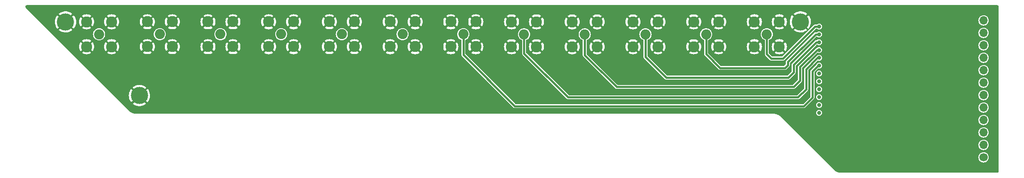
<source format=gbr>
%TF.GenerationSoftware,KiCad,Pcbnew,6.0.11+dfsg-1*%
%TF.CreationDate,2025-11-09T18:03:23+01:00*%
%TF.ProjectId,UNBProbeBase,554e4250-726f-4626-9542-6173652e6b69,0.2*%
%TF.SameCoordinates,Original*%
%TF.FileFunction,Copper,L2,Inr*%
%TF.FilePolarity,Positive*%
%FSLAX46Y46*%
G04 Gerber Fmt 4.6, Leading zero omitted, Abs format (unit mm)*
G04 Created by KiCad (PCBNEW 6.0.11+dfsg-1) date 2025-11-09 18:03:23*
%MOMM*%
%LPD*%
G01*
G04 APERTURE LIST*
%TA.AperFunction,ComponentPad*%
%ADD10C,2.050000*%
%TD*%
%TA.AperFunction,ComponentPad*%
%ADD11C,2.250000*%
%TD*%
%TA.AperFunction,ComponentPad*%
%ADD12C,1.700000*%
%TD*%
%TA.AperFunction,ComponentPad*%
%ADD13O,1.700000X1.700000*%
%TD*%
%TA.AperFunction,ComponentPad*%
%ADD14R,1.700000X1.700000*%
%TD*%
%TA.AperFunction,ComponentPad*%
%ADD15C,3.500000*%
%TD*%
%TA.AperFunction,ViaPad*%
%ADD16C,0.800000*%
%TD*%
%TA.AperFunction,Conductor*%
%ADD17C,0.400000*%
%TD*%
G04 APERTURE END LIST*
D10*
%TO.N,P2*%
%TO.C,P2*%
X76048000Y-88416000D03*
D11*
%TO.N,GND*%
X73508000Y-90956000D03*
X78588000Y-85876000D03*
X73508000Y-85876000D03*
X78588000Y-90956000D03*
%TD*%
D10*
%TO.N,P4*%
%TO.C,P4*%
X100727000Y-88421000D03*
D11*
%TO.N,GND*%
X98187000Y-85881000D03*
X103267000Y-85881000D03*
X103267000Y-90961000D03*
X98187000Y-90961000D03*
%TD*%
D10*
%TO.N,P5*%
%TO.C,P5*%
X113069000Y-88417000D03*
D11*
%TO.N,GND*%
X110529000Y-90957000D03*
X110529000Y-85877000D03*
X115609000Y-90957000D03*
X115609000Y-85877000D03*
%TD*%
D10*
%TO.N,P6*%
%TO.C,P6*%
X125418000Y-88422000D03*
D11*
%TO.N,GND*%
X127958000Y-85882000D03*
X122878000Y-85882000D03*
X122878000Y-90962000D03*
X127958000Y-90962000D03*
%TD*%
D10*
%TO.N,P7*%
%TO.C,P7*%
X137762000Y-88420000D03*
D11*
%TO.N,GND*%
X140302000Y-90960000D03*
X140302000Y-85880000D03*
X135222000Y-85880000D03*
X135222000Y-90960000D03*
%TD*%
D10*
%TO.N,P8*%
%TO.C,P8*%
X150105000Y-88433000D03*
D11*
%TO.N,GND*%
X152645000Y-90973000D03*
X152645000Y-85893000D03*
X147565000Y-90973000D03*
X147565000Y-85893000D03*
%TD*%
D10*
%TO.N,P9*%
%TO.C,P9*%
X162444000Y-88437000D03*
D11*
%TO.N,GND*%
X159904000Y-85897000D03*
X164984000Y-90977000D03*
X164984000Y-85897000D03*
X159904000Y-90977000D03*
%TD*%
D10*
%TO.N,P10*%
%TO.C,P10*%
X174796000Y-88435000D03*
D11*
%TO.N,GND*%
X177336000Y-90975000D03*
X177336000Y-85895000D03*
X172256000Y-90975000D03*
X172256000Y-85895000D03*
%TD*%
D10*
%TO.N,P12*%
%TO.C,P12*%
X199474000Y-88425000D03*
D11*
%TO.N,GND*%
X196934000Y-85885000D03*
X196934000Y-90965000D03*
X202014000Y-90965000D03*
X202014000Y-85885000D03*
%TD*%
D10*
%TO.N,P1*%
%TO.C,P1*%
X63710000Y-88428000D03*
D11*
%TO.N,GND*%
X66250000Y-85888000D03*
X61170000Y-90968000D03*
X61170000Y-85888000D03*
X66250000Y-90968000D03*
%TD*%
D10*
%TO.N,P3*%
%TO.C,P3*%
X88386000Y-88418000D03*
D11*
%TO.N,GND*%
X90926000Y-90958000D03*
X85846000Y-85878000D03*
X85846000Y-90958000D03*
X90926000Y-85878000D03*
%TD*%
D10*
%TO.N,P11*%
%TO.C,P11*%
X187131000Y-88429000D03*
D11*
%TO.N,GND*%
X189671000Y-90969000D03*
X189671000Y-85889000D03*
X184591000Y-85889000D03*
X184591000Y-90969000D03*
%TD*%
D12*
%TO.N,P1*%
%TO.C,J13*%
X243536000Y-113543000D03*
D13*
%TO.N,P2*%
X243536000Y-111003000D03*
%TO.N,P3*%
X243536000Y-108463000D03*
%TO.N,P4*%
X243536000Y-105923000D03*
%TO.N,P5*%
X243536000Y-103383000D03*
%TO.N,P6*%
X243536000Y-100843000D03*
%TO.N,P7*%
X243536000Y-98303000D03*
%TO.N,P8*%
X243536000Y-95763000D03*
%TO.N,P9*%
X243536000Y-93223000D03*
%TO.N,P10*%
X243536000Y-90683000D03*
%TO.N,P11*%
X243536000Y-88143000D03*
%TO.N,P12*%
X243536000Y-85603000D03*
%TD*%
D14*
%TO.N,GND*%
%TO.C,REF\u002A\u002A*%
X240858301Y-113543000D03*
%TD*%
D15*
%TO.N,GND*%
%TO.C,REF\u002A\u002A*%
X56887000Y-85896000D03*
%TD*%
%TO.N,GND*%
%TO.C,REF\u002A\u002A*%
X206293000Y-85896000D03*
%TD*%
%TO.N,GND*%
%TO.C,REF\u002A\u002A*%
X71911000Y-100938000D03*
%TD*%
D16*
%TO.N,P1*%
X210091000Y-104459000D03*
%TO.N,P2*%
X210091000Y-102857540D03*
%TO.N,P3*%
X210104736Y-101242350D03*
%TO.N,P4*%
X210104509Y-99641123D03*
%TO.N,P5*%
X210108282Y-98035896D03*
%TO.N,P6*%
X210102555Y-96440169D03*
%TO.N,P7*%
X210109328Y-94831942D03*
%TO.N,P8*%
X210091000Y-93248816D03*
%TO.N,P9*%
X210091000Y-91647362D03*
%TO.N,P10*%
X210091000Y-90045908D03*
%TO.N,P11*%
X210091000Y-88444454D03*
%TO.N,P12*%
X210117000Y-86853000D03*
%TO.N,GND*%
X125526178Y-98288000D03*
X126537328Y-100281000D03*
X125523672Y-102286000D03*
X127525905Y-98288000D03*
X128537911Y-100281000D03*
X127523704Y-102286000D03*
X129525632Y-98288000D03*
X129523736Y-102286000D03*
X130538494Y-100281000D03*
X131525359Y-98278000D03*
X131523768Y-102286000D03*
X132539077Y-100281000D03*
X133523800Y-102286000D03*
X133525086Y-98288000D03*
X134539660Y-100281000D03*
X136540243Y-100281000D03*
X135523832Y-102286000D03*
X135524813Y-98288000D03*
X137523864Y-102286000D03*
X138540826Y-100281000D03*
X137524540Y-98288000D03*
X139524267Y-98288000D03*
X139523896Y-102286000D03*
X140541409Y-100281000D03*
X136526913Y-96273000D03*
X126526498Y-96273000D03*
X134526830Y-96273000D03*
X130526664Y-96273000D03*
X124526415Y-96273000D03*
X128526581Y-96273000D03*
X122526332Y-96273000D03*
X132526747Y-96273000D03*
X138527000Y-96273000D03*
X120526249Y-96273000D03*
X114526000Y-96273000D03*
X116526083Y-96273000D03*
X118526166Y-96273000D03*
X105536257Y-98283000D03*
X111531028Y-98283000D03*
X119526997Y-98288000D03*
X107534514Y-98283000D03*
X109532771Y-98283000D03*
X113529285Y-98283000D03*
X115527543Y-98283000D03*
X121526724Y-98288000D03*
X117527270Y-98288000D03*
X122536162Y-100281000D03*
X116534413Y-100281000D03*
X106532799Y-100278000D03*
X112533570Y-100278000D03*
X110533313Y-100278000D03*
X108533056Y-100278000D03*
X118534996Y-100281000D03*
X120535579Y-100281000D03*
X114533830Y-100278000D03*
X143523960Y-102286000D03*
X145524000Y-102286000D03*
X141523928Y-102286000D03*
X142542000Y-100281000D03*
X117523544Y-102286000D03*
X105523352Y-102286000D03*
X107523384Y-102286000D03*
X103523320Y-102286000D03*
X121523608Y-102286000D03*
X111523448Y-102286000D03*
X113523480Y-102286000D03*
X101523288Y-102286000D03*
X109523416Y-102286000D03*
X99523256Y-102286000D03*
X115523512Y-102286000D03*
X119523576Y-102286000D03*
X85523032Y-102286000D03*
X95523192Y-102286000D03*
X91523128Y-102286000D03*
X87523064Y-102286000D03*
X97523224Y-102286000D03*
X93523160Y-102286000D03*
X89523096Y-102286000D03*
X83523000Y-102286000D03*
X100532028Y-100278000D03*
X102532285Y-100278000D03*
X98531771Y-100278000D03*
X96531514Y-100278000D03*
X104532542Y-100278000D03*
X94531257Y-100278000D03*
X147532500Y-96273000D03*
X151538000Y-96273000D03*
X143527000Y-96273000D03*
X145529750Y-96273000D03*
X149535250Y-96273000D03*
X152540250Y-98288000D03*
X146541000Y-98288000D03*
X148540750Y-98288000D03*
X154540000Y-98288000D03*
X150540500Y-98288000D03*
X153539250Y-100281000D03*
X151539500Y-100281000D03*
X147540000Y-100281000D03*
X149539750Y-100281000D03*
X155539000Y-100281000D03*
X152541678Y-102286000D03*
X154541356Y-102286000D03*
X156541034Y-102286000D03*
X158540712Y-102286000D03*
X150542000Y-102286000D03*
X155539000Y-96273000D03*
X157533750Y-96273000D03*
X163518000Y-96273000D03*
X161523250Y-96273000D03*
X159528500Y-96273000D03*
X158541000Y-98288000D03*
X166528000Y-98288000D03*
X162534500Y-98288000D03*
X160537750Y-98288000D03*
X164531250Y-98288000D03*
X163518000Y-100281000D03*
X165528000Y-100281000D03*
X167532000Y-100281000D03*
X159530000Y-100281000D03*
X161520000Y-100281000D03*
X164539746Y-102286000D03*
X162540068Y-102286000D03*
X168539102Y-102286000D03*
X160540390Y-102286000D03*
X166539424Y-102286000D03*
X167532000Y-96273000D03*
X175531000Y-96273000D03*
X169531750Y-96273000D03*
X171531500Y-96273000D03*
X173531250Y-96273000D03*
X170533000Y-98288000D03*
X176531941Y-98288000D03*
X174532294Y-98288000D03*
X172532647Y-98288000D03*
X173521000Y-100281000D03*
X171523000Y-100281000D03*
X177535000Y-100281000D03*
X169533000Y-100281000D03*
X175531000Y-100281000D03*
X176537814Y-102286000D03*
X174538136Y-102286000D03*
X172538458Y-102286000D03*
X178537492Y-102286000D03*
X170538780Y-102286000D03*
X178535000Y-94270000D03*
X180536500Y-94270000D03*
X182538000Y-94270000D03*
X184539500Y-94270000D03*
X186541000Y-94270000D03*
X242503782Y-116006000D03*
X234370926Y-116006000D03*
X232337712Y-116006000D03*
X236404140Y-116006000D03*
X240470568Y-116006000D03*
X230304498Y-116006000D03*
X244537000Y-116006000D03*
X228271284Y-116006000D03*
X238437354Y-116006000D03*
X226238070Y-116006000D03*
X67498000Y-100708000D03*
X63188000Y-96374000D03*
X66063000Y-99255000D03*
X64628000Y-97835000D03*
X103037100Y-83148000D03*
X155902484Y-83148000D03*
X239267128Y-83148000D03*
X199534000Y-100281000D03*
X156535000Y-94270000D03*
X168525500Y-94270000D03*
X227067424Y-83148000D03*
X60322000Y-93511000D03*
X178531588Y-98288000D03*
X131409801Y-103981000D03*
X198528058Y-98288000D03*
X220967572Y-83148000D03*
X52205000Y-83148000D03*
X154540000Y-94270000D03*
X200541000Y-103981000D03*
X129469792Y-83148000D03*
X74478269Y-103981000D03*
X190529470Y-98288000D03*
X68471272Y-83148000D03*
X188341333Y-103981000D03*
X139636212Y-83148000D03*
X245987000Y-109120592D03*
X196528411Y-98288000D03*
X135476339Y-103981000D03*
X143609415Y-103981000D03*
X203879000Y-105782000D03*
X201532326Y-96273000D03*
X54238284Y-83148000D03*
X107103668Y-83148000D03*
X84737544Y-83148000D03*
X133536360Y-83148000D03*
X214867720Y-83148000D03*
X184536526Y-102286000D03*
X151835916Y-83148000D03*
X194534916Y-102286000D03*
X123523640Y-102286000D03*
X200634732Y-83148000D03*
X80670976Y-83148000D03*
X141524000Y-98288000D03*
X149802632Y-83148000D03*
X184530529Y-98288000D03*
X109043842Y-103981000D03*
X186530176Y-98288000D03*
X131503076Y-83148000D03*
X180531235Y-98288000D03*
X76604408Y-83148000D03*
X123369940Y-83148000D03*
X145642684Y-103981000D03*
X241300412Y-83148000D03*
X192535238Y-102286000D03*
X186308064Y-103981000D03*
X201527000Y-100281000D03*
X179525000Y-100281000D03*
X121336656Y-83148000D03*
X202532000Y-94270000D03*
X60338136Y-83148000D03*
X181528000Y-100281000D03*
X113203520Y-83148000D03*
X245987000Y-98953262D03*
X57447000Y-90630000D03*
X170041912Y-103981000D03*
X172520500Y-94270000D03*
X209620000Y-111509000D03*
X141669496Y-83148000D03*
X179525000Y-96273000D03*
X188435028Y-83148000D03*
X123526451Y-98288000D03*
X170135472Y-83148000D03*
X147675953Y-103981000D03*
X185530000Y-100281000D03*
X245987000Y-90819398D03*
X224204856Y-116006000D03*
X245987000Y-86752466D03*
X220138428Y-116006000D03*
X159875567Y-103981000D03*
X137602928Y-83148000D03*
X245987000Y-115221000D03*
X186536204Y-102286000D03*
X125309994Y-103981000D03*
X115236804Y-83148000D03*
X153869200Y-83148000D03*
X202389000Y-104399000D03*
X162002336Y-83148000D03*
X245987000Y-88785932D03*
X129520332Y-94270000D03*
X86677883Y-103981000D03*
X172168756Y-83148000D03*
X82611345Y-103981000D03*
X92870680Y-83148000D03*
X198534272Y-102286000D03*
X208180000Y-110083000D03*
X190535560Y-102286000D03*
X88804112Y-83148000D03*
X222171642Y-116006000D03*
X194441140Y-103981000D03*
X178174988Y-103981000D03*
X163942105Y-103981000D03*
X72445000Y-103981000D03*
X196534594Y-102286000D03*
X197530994Y-96273000D03*
X223000856Y-83148000D03*
X182241526Y-103981000D03*
X194529332Y-94270000D03*
X218105214Y-116006000D03*
X233167276Y-83148000D03*
X166528000Y-94270000D03*
X192528666Y-94270000D03*
X184368460Y-83148000D03*
X139542877Y-103981000D03*
X183526332Y-96273000D03*
X78544807Y-103981000D03*
X211070000Y-112969000D03*
X193531000Y-100281000D03*
X127343263Y-103981000D03*
X145736064Y-83148000D03*
X176235324Y-83148000D03*
X98970532Y-83148000D03*
X182530882Y-98288000D03*
X245367000Y-83148000D03*
X90837396Y-83148000D03*
X111170236Y-83148000D03*
X133521664Y-94270000D03*
X180208257Y-103981000D03*
X53129000Y-86331000D03*
X94903964Y-83148000D03*
X245987000Y-100986728D03*
X186401744Y-83148000D03*
X158530000Y-94270000D03*
X58304852Y-83148000D03*
X243333696Y-83148000D03*
X123276725Y-103981000D03*
X166068904Y-83148000D03*
X135522330Y-94270000D03*
X188529823Y-98288000D03*
X196568164Y-83148000D03*
X64404704Y-83148000D03*
X62371420Y-83148000D03*
X137509608Y-103981000D03*
X133443070Y-103981000D03*
X213987000Y-115833000D03*
X216072000Y-116006000D03*
X58887000Y-92091000D03*
X181525666Y-96273000D03*
X162520000Y-94270000D03*
X103538000Y-98283000D03*
X200533950Y-102286000D03*
X150542000Y-94270000D03*
X161908836Y-103981000D03*
X74571124Y-83148000D03*
X149709222Y-103981000D03*
X143702780Y-83148000D03*
X119303372Y-83148000D03*
X187530000Y-100281000D03*
X198530664Y-94270000D03*
X68946000Y-102158000D03*
X180301892Y-83148000D03*
X212834436Y-83148000D03*
X200531330Y-94270000D03*
X190468312Y-83148000D03*
X174518000Y-94270000D03*
X199531660Y-96273000D03*
X191529000Y-100281000D03*
X204527000Y-98288000D03*
X72537840Y-83148000D03*
X56271568Y-83148000D03*
X157935768Y-83148000D03*
X202668016Y-83148000D03*
X104977304Y-103981000D03*
X210801152Y-83148000D03*
X196529998Y-94270000D03*
X190374602Y-103981000D03*
X135569644Y-83148000D03*
X235200560Y-83148000D03*
X187527664Y-96273000D03*
X113110380Y-103981000D03*
X190528000Y-94270000D03*
X225034140Y-83148000D03*
X182335176Y-83148000D03*
X178268608Y-83148000D03*
X102944035Y-103981000D03*
X82704260Y-83148000D03*
X86770828Y-83148000D03*
X203531000Y-100281000D03*
X203533000Y-96273000D03*
X146542000Y-94270000D03*
X151742491Y-103981000D03*
X148542000Y-94270000D03*
X194534880Y-83148000D03*
X101003816Y-83148000D03*
X245987000Y-103020194D03*
X100910766Y-103981000D03*
X141576146Y-103981000D03*
X194528764Y-98288000D03*
X70504556Y-83148000D03*
X245987000Y-107087126D03*
X157842298Y-103981000D03*
X237233844Y-83148000D03*
X197534000Y-100281000D03*
X92531000Y-100278000D03*
X160525000Y-94270000D03*
X206734584Y-83148000D03*
X245987000Y-94886330D03*
X164035620Y-83148000D03*
X131520998Y-94270000D03*
X245987000Y-105053660D03*
X245987000Y-113187524D03*
X198507678Y-103981000D03*
X84644614Y-103981000D03*
X245987000Y-111154058D03*
X165975374Y-103981000D03*
X204533306Y-102286000D03*
X124536745Y-100281000D03*
X78637692Y-83148000D03*
X193529662Y-96273000D03*
X94810959Y-103981000D03*
X212503000Y-114411000D03*
X205528000Y-100281000D03*
X189528000Y-100281000D03*
X231133992Y-83148000D03*
X188535882Y-102286000D03*
X185526998Y-96273000D03*
X245987000Y-92852864D03*
X200527705Y-98288000D03*
X159969052Y-83148000D03*
X127436508Y-83148000D03*
X245987000Y-96919796D03*
X155809029Y-103981000D03*
X105070384Y-83148000D03*
X96937248Y-83148000D03*
X229100708Y-83148000D03*
X245987000Y-84719000D03*
X54564000Y-87751000D03*
X125519000Y-94270000D03*
X172075181Y-103981000D03*
X76511538Y-103981000D03*
X117270088Y-83148000D03*
X195529000Y-100281000D03*
X192407871Y-103981000D03*
X183527000Y-100281000D03*
X195530328Y-96273000D03*
X119210187Y-103981000D03*
X206746000Y-108640000D03*
X174202040Y-83148000D03*
X170523000Y-94270000D03*
X121243456Y-103981000D03*
X206533000Y-102286000D03*
X208767868Y-83148000D03*
X202533628Y-102286000D03*
X189528330Y-96273000D03*
X205310000Y-107209000D03*
X168008643Y-103981000D03*
X168102188Y-83148000D03*
X218934288Y-83148000D03*
X176141719Y-103981000D03*
X184274795Y-103981000D03*
X96844228Y-103981000D03*
X144542000Y-94270000D03*
X115143649Y-103981000D03*
X191528996Y-96273000D03*
X107010573Y-103981000D03*
X117176918Y-103981000D03*
X147769348Y-83148000D03*
X55999000Y-89204000D03*
X125403224Y-83148000D03*
X70419000Y-103627000D03*
X192501596Y-83148000D03*
X98877497Y-103981000D03*
X50379000Y-83246000D03*
X61757000Y-94964000D03*
X202527352Y-98288000D03*
X182536848Y-102286000D03*
X137523000Y-94270000D03*
X180537170Y-102286000D03*
X127519666Y-94270000D03*
X174108450Y-103981000D03*
X109136952Y-83148000D03*
X142542000Y-94270000D03*
X51689000Y-84870000D03*
X192529117Y-98288000D03*
X216901004Y-83148000D03*
X153775760Y-103981000D03*
X88711152Y-103981000D03*
X129376532Y-103981000D03*
X90744421Y-103981000D03*
X92777690Y-103981000D03*
X111077111Y-103981000D03*
X204701300Y-83148000D03*
X198601448Y-83148000D03*
X66437988Y-83148000D03*
X80578076Y-103981000D03*
X196474409Y-103981000D03*
%TD*%
D17*
%TO.N,P7*%
X137762000Y-88420000D02*
X137762000Y-92599000D01*
X206997000Y-103088000D02*
X208733000Y-101352000D01*
X137762000Y-92599000D02*
X148251000Y-103088000D01*
X208733000Y-95998000D02*
X209899058Y-94831942D01*
X148251000Y-103088000D02*
X206997000Y-103088000D01*
X209899058Y-94831942D02*
X210109328Y-94831942D01*
X208733000Y-101352000D02*
X208733000Y-95998000D01*
%TO.N,P8*%
X150105000Y-88433000D02*
X150105000Y-92327000D01*
X207470000Y-95574000D02*
X209795184Y-93248816D01*
X159059000Y-101281000D02*
X205825000Y-101281000D01*
X209795184Y-93248816D02*
X210091000Y-93248816D01*
X150105000Y-92327000D02*
X159059000Y-101281000D01*
X205825000Y-101281000D02*
X207470000Y-99636000D01*
X207470000Y-99636000D02*
X207470000Y-95574000D01*
%TO.N,P9*%
X209673638Y-91647362D02*
X210091000Y-91647362D01*
X162444000Y-88437000D02*
X162444000Y-92676000D01*
X162444000Y-92676000D02*
X168940000Y-99172000D01*
X204903000Y-99172000D02*
X206216000Y-97859000D01*
X168940000Y-99172000D02*
X204903000Y-99172000D01*
X206216000Y-97859000D02*
X206216000Y-95105000D01*
X206216000Y-95105000D02*
X209673638Y-91647362D01*
%TO.N,P10*%
X203812000Y-97280000D02*
X204932000Y-96160000D01*
X179028000Y-97280000D02*
X203812000Y-97280000D01*
X174796000Y-88435000D02*
X174796000Y-93048000D01*
X204932000Y-96160000D02*
X204932000Y-94643000D01*
X209529092Y-90045908D02*
X210091000Y-90045908D01*
X174796000Y-93048000D02*
X179028000Y-97280000D01*
X204932000Y-94643000D02*
X209529092Y-90045908D01*
%TO.N,P11*%
X187131000Y-88429000D02*
X187131000Y-92475000D01*
X203155000Y-95282000D02*
X203733000Y-94704000D01*
X209383546Y-88444454D02*
X210091000Y-88444454D01*
X203733000Y-94704000D02*
X203733000Y-94095000D01*
X203733000Y-94095000D02*
X209383546Y-88444454D01*
X189938000Y-95282000D02*
X203155000Y-95282000D01*
X187131000Y-92475000D02*
X189938000Y-95282000D01*
%TO.N,P12*%
X202744000Y-93375000D02*
X209266000Y-86853000D01*
X200367000Y-93375000D02*
X202744000Y-93375000D01*
X209266000Y-86853000D02*
X210117000Y-86853000D01*
X199474000Y-88425000D02*
X199474000Y-92482000D01*
X199474000Y-92482000D02*
X200367000Y-93375000D01*
%TD*%
%TA.AperFunction,Conductor*%
%TO.N,GND*%
G36*
X246304271Y-82494431D02*
G01*
X246307395Y-82494508D01*
X246319201Y-82494798D01*
X246324020Y-82495034D01*
X246335230Y-82495860D01*
X246340066Y-82496337D01*
X246351229Y-82497715D01*
X246356018Y-82498425D01*
X246367089Y-82500346D01*
X246371845Y-82501292D01*
X246382819Y-82503757D01*
X246387529Y-82504937D01*
X246398372Y-82507938D01*
X246403017Y-82509347D01*
X246413643Y-82512857D01*
X246418218Y-82514494D01*
X246428713Y-82518542D01*
X246433213Y-82520406D01*
X246443473Y-82524955D01*
X246447856Y-82527028D01*
X246457889Y-82532078D01*
X246462175Y-82534369D01*
X246471953Y-82539908D01*
X246476118Y-82542404D01*
X246485613Y-82548416D01*
X246489658Y-82551119D01*
X246498833Y-82557581D01*
X246502712Y-82560458D01*
X246511597Y-82567391D01*
X246515338Y-82570461D01*
X246523870Y-82577822D01*
X246527424Y-82581043D01*
X246535589Y-82588816D01*
X246539005Y-82592232D01*
X246546771Y-82600389D01*
X246550029Y-82603984D01*
X246557369Y-82612494D01*
X246560439Y-82616235D01*
X246567368Y-82625113D01*
X246570234Y-82628976D01*
X246573461Y-82633558D01*
X246576724Y-82638192D01*
X246579416Y-82642222D01*
X246585424Y-82651709D01*
X246587924Y-82655880D01*
X246593442Y-82665621D01*
X246595733Y-82669908D01*
X246600801Y-82679977D01*
X246602878Y-82684368D01*
X246607425Y-82694626D01*
X246609284Y-82699113D01*
X246613326Y-82709591D01*
X246614963Y-82714167D01*
X246618486Y-82724831D01*
X246619897Y-82729482D01*
X246622892Y-82740305D01*
X246624072Y-82745015D01*
X246626534Y-82755977D01*
X246627482Y-82760742D01*
X246628437Y-82766243D01*
X246629400Y-82771796D01*
X246630112Y-82776600D01*
X246631488Y-82787755D01*
X246631964Y-82792585D01*
X246632424Y-82798822D01*
X246632793Y-82803819D01*
X246633031Y-82808671D01*
X246633396Y-82823536D01*
X246633426Y-82825966D01*
X246633426Y-116363182D01*
X246633396Y-116365615D01*
X246633030Y-116380506D01*
X246632791Y-116385360D01*
X246631961Y-116396605D01*
X246631486Y-116401432D01*
X246630116Y-116412544D01*
X246629404Y-116417346D01*
X246627483Y-116428423D01*
X246626539Y-116433169D01*
X246624071Y-116444161D01*
X246622893Y-116448861D01*
X246619901Y-116459675D01*
X246618488Y-116464334D01*
X246614963Y-116475003D01*
X246613326Y-116479578D01*
X246609286Y-116490050D01*
X246607428Y-116494535D01*
X246602874Y-116504809D01*
X246600797Y-116509201D01*
X246595742Y-116519244D01*
X246593456Y-116523521D01*
X246587922Y-116533290D01*
X246585427Y-116537453D01*
X246579401Y-116546970D01*
X246576723Y-116550979D01*
X246570231Y-116560197D01*
X246567355Y-116564073D01*
X246560434Y-116572940D01*
X246557358Y-116576688D01*
X246550034Y-116585179D01*
X246546768Y-116588783D01*
X246539011Y-116596930D01*
X246535584Y-116600357D01*
X246527454Y-116608099D01*
X246523871Y-116611347D01*
X246515349Y-116618698D01*
X246511613Y-116621764D01*
X246502727Y-116628699D01*
X246498846Y-116631577D01*
X246489632Y-116638067D01*
X246485590Y-116640767D01*
X246476119Y-116646765D01*
X246471965Y-116649255D01*
X246462157Y-116654811D01*
X246457913Y-116657079D01*
X246449097Y-116661517D01*
X246447873Y-116662133D01*
X246443484Y-116664209D01*
X246438256Y-116666527D01*
X246433191Y-116668771D01*
X246428708Y-116670628D01*
X246418221Y-116674673D01*
X246413654Y-116676307D01*
X246408076Y-116678150D01*
X246403000Y-116679827D01*
X246398372Y-116681232D01*
X246387519Y-116684235D01*
X246382824Y-116685411D01*
X246376649Y-116686798D01*
X246371854Y-116687875D01*
X246367097Y-116688821D01*
X246356003Y-116690746D01*
X246351221Y-116691455D01*
X246340057Y-116692832D01*
X246335257Y-116693305D01*
X246328601Y-116693796D01*
X246324007Y-116694135D01*
X246319152Y-116694373D01*
X246304303Y-116694737D01*
X246301877Y-116694767D01*
X214573680Y-116694767D01*
X214571254Y-116694737D01*
X214478662Y-116692467D01*
X214473815Y-116692229D01*
X214421590Y-116688382D01*
X214385129Y-116685696D01*
X214380332Y-116685224D01*
X214292062Y-116674350D01*
X214287274Y-116673641D01*
X214227185Y-116663228D01*
X214199649Y-116658456D01*
X214194891Y-116657511D01*
X214108106Y-116638049D01*
X214103398Y-116636871D01*
X214043376Y-116620283D01*
X214017698Y-116613187D01*
X214013084Y-116611789D01*
X213936083Y-116586386D01*
X213928613Y-116583922D01*
X213924043Y-116582289D01*
X213841052Y-116550320D01*
X213836569Y-116548465D01*
X213755238Y-116512466D01*
X213750871Y-116510404D01*
X213685036Y-116477314D01*
X213671434Y-116470477D01*
X213667154Y-116468193D01*
X213589717Y-116424393D01*
X213585553Y-116421901D01*
X213510374Y-116374370D01*
X213506384Y-116371708D01*
X213433631Y-116320554D01*
X213429730Y-116317666D01*
X213359570Y-116263006D01*
X213355817Y-116259931D01*
X213288424Y-116201904D01*
X213284824Y-116198647D01*
X213217701Y-116134862D01*
X213215963Y-116133170D01*
X211677721Y-114597980D01*
X210605876Y-113528262D01*
X242480520Y-113528262D01*
X242497759Y-113733553D01*
X242554544Y-113931586D01*
X242648712Y-114114818D01*
X242776677Y-114276270D01*
X242780357Y-114279402D01*
X242780359Y-114279404D01*
X242893017Y-114375283D01*
X242933564Y-114409791D01*
X242937787Y-114412151D01*
X242937791Y-114412154D01*
X242977342Y-114434258D01*
X243113398Y-114510297D01*
X243117996Y-114511791D01*
X243304724Y-114572463D01*
X243304726Y-114572464D01*
X243309329Y-114573959D01*
X243513894Y-114598351D01*
X243518716Y-114597980D01*
X243518719Y-114597980D01*
X243586541Y-114592761D01*
X243719300Y-114582546D01*
X243917725Y-114527145D01*
X243922038Y-114524966D01*
X243922044Y-114524964D01*
X244097289Y-114436441D01*
X244097291Y-114436440D01*
X244101610Y-114434258D01*
X244136943Y-114406653D01*
X244260135Y-114310406D01*
X244260139Y-114310402D01*
X244263951Y-114307424D01*
X244398564Y-114151472D01*
X244417231Y-114118613D01*
X244497934Y-113976550D01*
X244497935Y-113976547D01*
X244500323Y-113972344D01*
X244513882Y-113931586D01*
X244563824Y-113781454D01*
X244563824Y-113781452D01*
X244565351Y-113776863D01*
X244591171Y-113572474D01*
X244591583Y-113543000D01*
X244571480Y-113337970D01*
X244511935Y-113140749D01*
X244415218Y-112958849D01*
X244285011Y-112799200D01*
X244126275Y-112667882D01*
X243945055Y-112569897D01*
X243881855Y-112550333D01*
X243752875Y-112510407D01*
X243752871Y-112510406D01*
X243748254Y-112508977D01*
X243743446Y-112508472D01*
X243743443Y-112508471D01*
X243548185Y-112487949D01*
X243548183Y-112487949D01*
X243543369Y-112487443D01*
X243483354Y-112492905D01*
X243343022Y-112505675D01*
X243343017Y-112505676D01*
X243338203Y-112506114D01*
X243140572Y-112564280D01*
X243136288Y-112566519D01*
X243136287Y-112566520D01*
X243125428Y-112572197D01*
X242958002Y-112659726D01*
X242954231Y-112662758D01*
X242801220Y-112785781D01*
X242801217Y-112785783D01*
X242797447Y-112788815D01*
X242794333Y-112792526D01*
X242794332Y-112792527D01*
X242785585Y-112802952D01*
X242665024Y-112946630D01*
X242662689Y-112950878D01*
X242662688Y-112950879D01*
X242655955Y-112963126D01*
X242565776Y-113127162D01*
X242503484Y-113323532D01*
X242502944Y-113328344D01*
X242502944Y-113328345D01*
X242501865Y-113337970D01*
X242480520Y-113528262D01*
X210605876Y-113528262D01*
X208060827Y-110988262D01*
X242480520Y-110988262D01*
X242497759Y-111193553D01*
X242554544Y-111391586D01*
X242648712Y-111574818D01*
X242776677Y-111736270D01*
X242780357Y-111739402D01*
X242780359Y-111739404D01*
X242893017Y-111835283D01*
X242933564Y-111869791D01*
X242937787Y-111872151D01*
X242937791Y-111872154D01*
X242977342Y-111894258D01*
X243113398Y-111970297D01*
X243117996Y-111971791D01*
X243304724Y-112032463D01*
X243304726Y-112032464D01*
X243309329Y-112033959D01*
X243513894Y-112058351D01*
X243518716Y-112057980D01*
X243518719Y-112057980D01*
X243586541Y-112052761D01*
X243719300Y-112042546D01*
X243917725Y-111987145D01*
X243922038Y-111984966D01*
X243922044Y-111984964D01*
X244097289Y-111896441D01*
X244097291Y-111896440D01*
X244101610Y-111894258D01*
X244136943Y-111866653D01*
X244260135Y-111770406D01*
X244260139Y-111770402D01*
X244263951Y-111767424D01*
X244398564Y-111611472D01*
X244417231Y-111578613D01*
X244497934Y-111436550D01*
X244497935Y-111436547D01*
X244500323Y-111432344D01*
X244513882Y-111391586D01*
X244563824Y-111241454D01*
X244563824Y-111241452D01*
X244565351Y-111236863D01*
X244591171Y-111032474D01*
X244591583Y-111003000D01*
X244571480Y-110797970D01*
X244511935Y-110600749D01*
X244415218Y-110418849D01*
X244285011Y-110259200D01*
X244126275Y-110127882D01*
X243945055Y-110029897D01*
X243881855Y-110010333D01*
X243752875Y-109970407D01*
X243752871Y-109970406D01*
X243748254Y-109968977D01*
X243743446Y-109968472D01*
X243743443Y-109968471D01*
X243548185Y-109947949D01*
X243548183Y-109947949D01*
X243543369Y-109947443D01*
X243483354Y-109952905D01*
X243343022Y-109965675D01*
X243343017Y-109965676D01*
X243338203Y-109966114D01*
X243140572Y-110024280D01*
X243136288Y-110026519D01*
X243136287Y-110026520D01*
X243125428Y-110032197D01*
X242958002Y-110119726D01*
X242954231Y-110122758D01*
X242801220Y-110245781D01*
X242801217Y-110245783D01*
X242797447Y-110248815D01*
X242794333Y-110252526D01*
X242794332Y-110252527D01*
X242785585Y-110262952D01*
X242665024Y-110406630D01*
X242662689Y-110410878D01*
X242662688Y-110410879D01*
X242655955Y-110423126D01*
X242565776Y-110587162D01*
X242503484Y-110783532D01*
X242502944Y-110788344D01*
X242502944Y-110788345D01*
X242501865Y-110797970D01*
X242480520Y-110988262D01*
X208060827Y-110988262D01*
X205515777Y-108448262D01*
X242480520Y-108448262D01*
X242497759Y-108653553D01*
X242554544Y-108851586D01*
X242648712Y-109034818D01*
X242776677Y-109196270D01*
X242780357Y-109199402D01*
X242780359Y-109199404D01*
X242893017Y-109295283D01*
X242933564Y-109329791D01*
X242937787Y-109332151D01*
X242937791Y-109332154D01*
X242977342Y-109354258D01*
X243113398Y-109430297D01*
X243117996Y-109431791D01*
X243304724Y-109492463D01*
X243304726Y-109492464D01*
X243309329Y-109493959D01*
X243513894Y-109518351D01*
X243518716Y-109517980D01*
X243518719Y-109517980D01*
X243586541Y-109512761D01*
X243719300Y-109502546D01*
X243917725Y-109447145D01*
X243922038Y-109444966D01*
X243922044Y-109444964D01*
X244097289Y-109356441D01*
X244097291Y-109356440D01*
X244101610Y-109354258D01*
X244136943Y-109326653D01*
X244260135Y-109230406D01*
X244260139Y-109230402D01*
X244263951Y-109227424D01*
X244398564Y-109071472D01*
X244417231Y-109038613D01*
X244497934Y-108896550D01*
X244497935Y-108896547D01*
X244500323Y-108892344D01*
X244513882Y-108851586D01*
X244563824Y-108701454D01*
X244563824Y-108701452D01*
X244565351Y-108696863D01*
X244591171Y-108492474D01*
X244591583Y-108463000D01*
X244571480Y-108257970D01*
X244511935Y-108060749D01*
X244415218Y-107878849D01*
X244285011Y-107719200D01*
X244126275Y-107587882D01*
X243945055Y-107489897D01*
X243881855Y-107470333D01*
X243752875Y-107430407D01*
X243752871Y-107430406D01*
X243748254Y-107428977D01*
X243743446Y-107428472D01*
X243743443Y-107428471D01*
X243548185Y-107407949D01*
X243548183Y-107407949D01*
X243543369Y-107407443D01*
X243483354Y-107412905D01*
X243343022Y-107425675D01*
X243343017Y-107425676D01*
X243338203Y-107426114D01*
X243140572Y-107484280D01*
X243136288Y-107486519D01*
X243136287Y-107486520D01*
X243125428Y-107492197D01*
X242958002Y-107579726D01*
X242954231Y-107582758D01*
X242801220Y-107705781D01*
X242801217Y-107705783D01*
X242797447Y-107708815D01*
X242794333Y-107712526D01*
X242794332Y-107712527D01*
X242785585Y-107722952D01*
X242665024Y-107866630D01*
X242662689Y-107870878D01*
X242662688Y-107870879D01*
X242655955Y-107883126D01*
X242565776Y-108047162D01*
X242503484Y-108243532D01*
X242502944Y-108248344D01*
X242502944Y-108248345D01*
X242501865Y-108257970D01*
X242480520Y-108448262D01*
X205515777Y-108448262D01*
X202970727Y-105908262D01*
X242480520Y-105908262D01*
X242497759Y-106113553D01*
X242554544Y-106311586D01*
X242648712Y-106494818D01*
X242776677Y-106656270D01*
X242780357Y-106659402D01*
X242780359Y-106659404D01*
X242893017Y-106755283D01*
X242933564Y-106789791D01*
X242937787Y-106792151D01*
X242937791Y-106792154D01*
X242977342Y-106814258D01*
X243113398Y-106890297D01*
X243117996Y-106891791D01*
X243304724Y-106952463D01*
X243304726Y-106952464D01*
X243309329Y-106953959D01*
X243513894Y-106978351D01*
X243518716Y-106977980D01*
X243518719Y-106977980D01*
X243586541Y-106972761D01*
X243719300Y-106962546D01*
X243917725Y-106907145D01*
X243922038Y-106904966D01*
X243922044Y-106904964D01*
X244097289Y-106816441D01*
X244097291Y-106816440D01*
X244101610Y-106814258D01*
X244136943Y-106786653D01*
X244260135Y-106690406D01*
X244260139Y-106690402D01*
X244263951Y-106687424D01*
X244398564Y-106531472D01*
X244417231Y-106498613D01*
X244497934Y-106356550D01*
X244497935Y-106356547D01*
X244500323Y-106352344D01*
X244513882Y-106311586D01*
X244563824Y-106161454D01*
X244563824Y-106161452D01*
X244565351Y-106156863D01*
X244591171Y-105952474D01*
X244591583Y-105923000D01*
X244571480Y-105717970D01*
X244511935Y-105520749D01*
X244415218Y-105338849D01*
X244285011Y-105179200D01*
X244257128Y-105156133D01*
X244130002Y-105050965D01*
X244130000Y-105050964D01*
X244126275Y-105047882D01*
X243983339Y-104970597D01*
X243949309Y-104952197D01*
X243949308Y-104952197D01*
X243945055Y-104949897D01*
X243853474Y-104921548D01*
X243752875Y-104890407D01*
X243752871Y-104890406D01*
X243748254Y-104888977D01*
X243743446Y-104888472D01*
X243743443Y-104888471D01*
X243548185Y-104867949D01*
X243548183Y-104867949D01*
X243543369Y-104867443D01*
X243483354Y-104872905D01*
X243343022Y-104885675D01*
X243343017Y-104885676D01*
X243338203Y-104886114D01*
X243140572Y-104944280D01*
X243136288Y-104946519D01*
X243136287Y-104946520D01*
X243085460Y-104973092D01*
X242958002Y-105039726D01*
X242952033Y-105044525D01*
X242801220Y-105165781D01*
X242801217Y-105165783D01*
X242797447Y-105168815D01*
X242794333Y-105172526D01*
X242794332Y-105172527D01*
X242671623Y-105318766D01*
X242665024Y-105326630D01*
X242662689Y-105330878D01*
X242662688Y-105330879D01*
X242655955Y-105343126D01*
X242565776Y-105507162D01*
X242564313Y-105511775D01*
X242564311Y-105511779D01*
X242534657Y-105605262D01*
X242503484Y-105703532D01*
X242502944Y-105708344D01*
X242502944Y-105708345D01*
X242501865Y-105717970D01*
X242480520Y-105908262D01*
X202970727Y-105908262D01*
X202395648Y-105334324D01*
X202395289Y-105333933D01*
X202393978Y-105331954D01*
X202380088Y-105318754D01*
X202378364Y-105317075D01*
X202377371Y-105316084D01*
X202364986Y-105303724D01*
X202362982Y-105302468D01*
X202362583Y-105302120D01*
X202316760Y-105258576D01*
X202315003Y-105256797D01*
X202312331Y-105253162D01*
X202300635Y-105243091D01*
X202297051Y-105239848D01*
X202290004Y-105233152D01*
X202290002Y-105233150D01*
X202285971Y-105229320D01*
X202282092Y-105227018D01*
X202280109Y-105225416D01*
X202231622Y-105183666D01*
X202229769Y-105181964D01*
X202226920Y-105178463D01*
X202214726Y-105168963D01*
X202210988Y-105165900D01*
X202210850Y-105165781D01*
X202199425Y-105155944D01*
X202195437Y-105153835D01*
X202193385Y-105152338D01*
X202142896Y-105113005D01*
X202140971Y-105111404D01*
X202137951Y-105108042D01*
X202133368Y-105104819D01*
X202133365Y-105104817D01*
X202125314Y-105099156D01*
X202121417Y-105096271D01*
X202113768Y-105090312D01*
X202113767Y-105090311D01*
X202109383Y-105086896D01*
X202105298Y-105084985D01*
X202103185Y-105083597D01*
X202050818Y-105046776D01*
X202048816Y-105045271D01*
X202045638Y-105042064D01*
X202032584Y-105033811D01*
X202028558Y-105031125D01*
X202020611Y-105025537D01*
X202016070Y-105022344D01*
X202011897Y-105020636D01*
X202009708Y-105019347D01*
X201955610Y-104985144D01*
X201953536Y-104983737D01*
X201950203Y-104980690D01*
X201936725Y-104973067D01*
X201932613Y-104970605D01*
X201919702Y-104962442D01*
X201915446Y-104960939D01*
X201913217Y-104959770D01*
X201857475Y-104928240D01*
X201855351Y-104926947D01*
X201851872Y-104924065D01*
X201846867Y-104921549D01*
X201846865Y-104921548D01*
X201838080Y-104917132D01*
X201833828Y-104914864D01*
X201820517Y-104907335D01*
X201816192Y-104906042D01*
X201813881Y-104904970D01*
X201776364Y-104886114D01*
X201756705Y-104876233D01*
X201754504Y-104875037D01*
X201750890Y-104872331D01*
X201745769Y-104870064D01*
X201745767Y-104870063D01*
X201736772Y-104866081D01*
X201732391Y-104864012D01*
X201723708Y-104859648D01*
X201723705Y-104859647D01*
X201718747Y-104857155D01*
X201714371Y-104856077D01*
X201712010Y-104855120D01*
X201653492Y-104829218D01*
X201651234Y-104828131D01*
X201647489Y-104825603D01*
X201633064Y-104820047D01*
X201628600Y-104818200D01*
X201619731Y-104814274D01*
X201614646Y-104812023D01*
X201610212Y-104811159D01*
X201607846Y-104810332D01*
X201548098Y-104787317D01*
X201545791Y-104786342D01*
X201541924Y-104784000D01*
X201533448Y-104781203D01*
X201527250Y-104779158D01*
X201522691Y-104777529D01*
X201513638Y-104774042D01*
X201513632Y-104774040D01*
X201508454Y-104772046D01*
X201503996Y-104771402D01*
X201501557Y-104770682D01*
X201440782Y-104750633D01*
X201438424Y-104749770D01*
X201434448Y-104747621D01*
X201419542Y-104743502D01*
X201414927Y-104742103D01*
X201405715Y-104739064D01*
X201405713Y-104739063D01*
X201400431Y-104737321D01*
X201395937Y-104736896D01*
X201393496Y-104736304D01*
X201331789Y-104719250D01*
X201329395Y-104718505D01*
X201325318Y-104716552D01*
X201319853Y-104715326D01*
X201319849Y-104715325D01*
X201310229Y-104713168D01*
X201305537Y-104711994D01*
X201299015Y-104710192D01*
X201296194Y-104709412D01*
X201296192Y-104709412D01*
X201290838Y-104707932D01*
X201286331Y-104707728D01*
X201283860Y-104707255D01*
X201221365Y-104693239D01*
X201218959Y-104692618D01*
X201214794Y-104690869D01*
X201199583Y-104688233D01*
X201194835Y-104687289D01*
X201185357Y-104685164D01*
X201185356Y-104685164D01*
X201179934Y-104683948D01*
X201175418Y-104683964D01*
X201172916Y-104683612D01*
X201109822Y-104672679D01*
X201107397Y-104672178D01*
X201103147Y-104670633D01*
X201097589Y-104669949D01*
X201097587Y-104669948D01*
X201090014Y-104669016D01*
X201087821Y-104668746D01*
X201083013Y-104668033D01*
X201073464Y-104666378D01*
X201073463Y-104666378D01*
X201067988Y-104665429D01*
X201063482Y-104665667D01*
X201060962Y-104665437D01*
X201025188Y-104661030D01*
X200997440Y-104657612D01*
X200994953Y-104657225D01*
X200990642Y-104655893D01*
X200985066Y-104655482D01*
X200985064Y-104655482D01*
X200980511Y-104655147D01*
X200975234Y-104654758D01*
X200970437Y-104654286D01*
X200955271Y-104652418D01*
X200950783Y-104652876D01*
X200948240Y-104652769D01*
X200884422Y-104648067D01*
X200881922Y-104647802D01*
X200877551Y-104646684D01*
X200866907Y-104646423D01*
X200862116Y-104646305D01*
X200857295Y-104646069D01*
X200842050Y-104644946D01*
X200837587Y-104645624D01*
X200835053Y-104645642D01*
X200809652Y-104645019D01*
X200771905Y-104644093D01*
X200771373Y-104644056D01*
X200769063Y-104643525D01*
X200749948Y-104643525D01*
X200747521Y-104643495D01*
X200733993Y-104643163D01*
X200733990Y-104643163D01*
X200728601Y-104643031D01*
X200726276Y-104643502D01*
X200725746Y-104643525D01*
X71196818Y-104643525D01*
X71194388Y-104643495D01*
X71101723Y-104641220D01*
X71096871Y-104640982D01*
X71081734Y-104639865D01*
X71008018Y-104634426D01*
X71003203Y-104633951D01*
X70951310Y-104627550D01*
X70914843Y-104623052D01*
X70910036Y-104622339D01*
X70822288Y-104607111D01*
X70817522Y-104606163D01*
X70771057Y-104595728D01*
X70730634Y-104586649D01*
X70725924Y-104585468D01*
X70640087Y-104561709D01*
X70635438Y-104560299D01*
X70550882Y-104532362D01*
X70546305Y-104530724D01*
X70504773Y-104514701D01*
X70463234Y-104498675D01*
X70458760Y-104496821D01*
X70377331Y-104460720D01*
X70373695Y-104459000D01*
X209485318Y-104459000D01*
X209505956Y-104615762D01*
X209566464Y-104761841D01*
X209662718Y-104887282D01*
X209788159Y-104983536D01*
X209934238Y-105044044D01*
X210091000Y-105064682D01*
X210247762Y-105044044D01*
X210393841Y-104983536D01*
X210519282Y-104887282D01*
X210615536Y-104761841D01*
X210676044Y-104615762D01*
X210696682Y-104459000D01*
X210676044Y-104302238D01*
X210615536Y-104156159D01*
X210519282Y-104030718D01*
X210393841Y-103934464D01*
X210247762Y-103873956D01*
X210091000Y-103853318D01*
X209934238Y-103873956D01*
X209788159Y-103934464D01*
X209662718Y-104030718D01*
X209566464Y-104156159D01*
X209505956Y-104302238D01*
X209485318Y-104459000D01*
X70373695Y-104459000D01*
X70372938Y-104458642D01*
X70293402Y-104418600D01*
X70289117Y-104416309D01*
X70211638Y-104372410D01*
X70207469Y-104369911D01*
X70132245Y-104322267D01*
X70128205Y-104319567D01*
X70055383Y-104268270D01*
X70051479Y-104265374D01*
X70017515Y-104238863D01*
X69981287Y-104210584D01*
X69977540Y-104207508D01*
X69910118Y-104149335D01*
X69906519Y-104146072D01*
X69839354Y-104082112D01*
X69837614Y-104080414D01*
X69689216Y-103931981D01*
X68351495Y-102593943D01*
X70543729Y-102593943D01*
X70544183Y-102596814D01*
X70546379Y-102599569D01*
X70641715Y-102679282D01*
X70647172Y-102683247D01*
X70889781Y-102835435D01*
X70895717Y-102838619D01*
X71156750Y-102956479D01*
X71163048Y-102958822D01*
X71437669Y-103040168D01*
X71444222Y-103041633D01*
X71727338Y-103084956D01*
X71734044Y-103085519D01*
X72020422Y-103090018D01*
X72027126Y-103089667D01*
X72311467Y-103055258D01*
X72318066Y-103053999D01*
X72595110Y-102981318D01*
X72601476Y-102979175D01*
X72866090Y-102869568D01*
X72872107Y-102866581D01*
X73119387Y-102722082D01*
X73124955Y-102718298D01*
X73271520Y-102603377D01*
X73278958Y-102592307D01*
X73278882Y-102590232D01*
X73276224Y-102586067D01*
X71922086Y-101231929D01*
X71910203Y-101225875D01*
X71905172Y-101226671D01*
X70549783Y-102582060D01*
X70543729Y-102593943D01*
X68351495Y-102593943D01*
X66676751Y-100918802D01*
X69756288Y-100918802D01*
X69772775Y-101204736D01*
X69773617Y-101211399D01*
X69828757Y-101492448D01*
X69830502Y-101498959D01*
X69923271Y-101769916D01*
X69925876Y-101776114D01*
X70054563Y-102031979D01*
X70057994Y-102037782D01*
X70220212Y-102273809D01*
X70224387Y-102279078D01*
X70243702Y-102300304D01*
X70255289Y-102306913D01*
X70259278Y-102306473D01*
X70260594Y-102305563D01*
X71617071Y-100949086D01*
X71622313Y-100938797D01*
X72198875Y-100938797D01*
X72199671Y-100943828D01*
X73557695Y-102301852D01*
X73569578Y-102307906D01*
X73570799Y-102307713D01*
X73575641Y-102303599D01*
X73728552Y-102095436D01*
X73732154Y-102089761D01*
X73868817Y-101838058D01*
X73871618Y-101831940D01*
X73972856Y-101564020D01*
X73974798Y-101557585D01*
X74038739Y-101278410D01*
X74039792Y-101271760D01*
X74065379Y-100985062D01*
X74065571Y-100981200D01*
X74066004Y-100939937D01*
X74065892Y-100936066D01*
X74046314Y-100648895D01*
X74045400Y-100642224D01*
X73987321Y-100361767D01*
X73985516Y-100355302D01*
X73889907Y-100085312D01*
X73887236Y-100079139D01*
X73755882Y-99824643D01*
X73752390Y-99818877D01*
X73587700Y-99584547D01*
X73583479Y-99579336D01*
X73579235Y-99574768D01*
X73567581Y-99568282D01*
X73563321Y-99568797D01*
X73562406Y-99569437D01*
X72204929Y-100926914D01*
X72198875Y-100938797D01*
X71622313Y-100938797D01*
X71623125Y-100937203D01*
X71622329Y-100932172D01*
X70263543Y-99573386D01*
X70251660Y-99567332D01*
X70247950Y-99567919D01*
X70081434Y-99799653D01*
X70077882Y-99805381D01*
X69943868Y-100058489D01*
X69941127Y-100064646D01*
X69842702Y-100333601D01*
X69840827Y-100340056D01*
X69779810Y-100619904D01*
X69778830Y-100626541D01*
X69756359Y-100912069D01*
X69756288Y-100918802D01*
X66676751Y-100918802D01*
X65042331Y-99283995D01*
X70543408Y-99283995D01*
X70543519Y-99286345D01*
X70545944Y-99290101D01*
X71899914Y-100644071D01*
X71911797Y-100650125D01*
X71916828Y-100649329D01*
X73272234Y-99293923D01*
X73278288Y-99282040D01*
X73277877Y-99279442D01*
X73275371Y-99276331D01*
X73161978Y-99183518D01*
X73156483Y-99179614D01*
X72912289Y-99029972D01*
X72906332Y-99026857D01*
X72644071Y-98911732D01*
X72637744Y-98909455D01*
X72362307Y-98830994D01*
X72355708Y-98829592D01*
X72072174Y-98789239D01*
X72065458Y-98788745D01*
X71779045Y-98787246D01*
X71772351Y-98787667D01*
X71488395Y-98825051D01*
X71481782Y-98826384D01*
X71205540Y-98901955D01*
X71199180Y-98904170D01*
X70935739Y-99016538D01*
X70929748Y-99019591D01*
X70683995Y-99166671D01*
X70678467Y-99170513D01*
X70550730Y-99272848D01*
X70543408Y-99283995D01*
X65042331Y-99283995D01*
X57940781Y-92180761D01*
X60245910Y-92180761D01*
X60246408Y-92183905D01*
X60248293Y-92186297D01*
X60267894Y-92203037D01*
X60274177Y-92207601D01*
X60472203Y-92328953D01*
X60479119Y-92332477D01*
X60693703Y-92421359D01*
X60701066Y-92423752D01*
X60926927Y-92477977D01*
X60934570Y-92479188D01*
X61166125Y-92497411D01*
X61173875Y-92497411D01*
X61405430Y-92479188D01*
X61413073Y-92477977D01*
X61638934Y-92423752D01*
X61646297Y-92421359D01*
X61860881Y-92332477D01*
X61867797Y-92328953D01*
X62065823Y-92207601D01*
X62072106Y-92203037D01*
X62087199Y-92190147D01*
X62092951Y-92180761D01*
X65325910Y-92180761D01*
X65326408Y-92183905D01*
X65328293Y-92186297D01*
X65347894Y-92203037D01*
X65354177Y-92207601D01*
X65552203Y-92328953D01*
X65559119Y-92332477D01*
X65773703Y-92421359D01*
X65781066Y-92423752D01*
X66006927Y-92477977D01*
X66014570Y-92479188D01*
X66246125Y-92497411D01*
X66253875Y-92497411D01*
X66485430Y-92479188D01*
X66493073Y-92477977D01*
X66718934Y-92423752D01*
X66726297Y-92421359D01*
X66940881Y-92332477D01*
X66947797Y-92328953D01*
X67145823Y-92207601D01*
X67152106Y-92203037D01*
X67167199Y-92190147D01*
X67174168Y-92178775D01*
X67173918Y-92175600D01*
X67172227Y-92173069D01*
X67167919Y-92168761D01*
X72583910Y-92168761D01*
X72584408Y-92171905D01*
X72586293Y-92174297D01*
X72605894Y-92191037D01*
X72612177Y-92195601D01*
X72810203Y-92316953D01*
X72817119Y-92320477D01*
X73031703Y-92409359D01*
X73039066Y-92411752D01*
X73264927Y-92465977D01*
X73272570Y-92467188D01*
X73504125Y-92485411D01*
X73511875Y-92485411D01*
X73743430Y-92467188D01*
X73751073Y-92465977D01*
X73976934Y-92411752D01*
X73984297Y-92409359D01*
X74198881Y-92320477D01*
X74205797Y-92316953D01*
X74403823Y-92195601D01*
X74410106Y-92191037D01*
X74425199Y-92178147D01*
X74430951Y-92168761D01*
X77663910Y-92168761D01*
X77664408Y-92171905D01*
X77666293Y-92174297D01*
X77685894Y-92191037D01*
X77692177Y-92195601D01*
X77890203Y-92316953D01*
X77897119Y-92320477D01*
X78111703Y-92409359D01*
X78119066Y-92411752D01*
X78344927Y-92465977D01*
X78352570Y-92467188D01*
X78584125Y-92485411D01*
X78591875Y-92485411D01*
X78823430Y-92467188D01*
X78831073Y-92465977D01*
X79056934Y-92411752D01*
X79064297Y-92409359D01*
X79278881Y-92320477D01*
X79285797Y-92316953D01*
X79483823Y-92195601D01*
X79490106Y-92191037D01*
X79505199Y-92178147D01*
X79509725Y-92170761D01*
X84921910Y-92170761D01*
X84922408Y-92173905D01*
X84924293Y-92176297D01*
X84943894Y-92193037D01*
X84950177Y-92197601D01*
X85148203Y-92318953D01*
X85155119Y-92322477D01*
X85369703Y-92411359D01*
X85377066Y-92413752D01*
X85602927Y-92467977D01*
X85610570Y-92469188D01*
X85842125Y-92487411D01*
X85849875Y-92487411D01*
X86081430Y-92469188D01*
X86089073Y-92467977D01*
X86314934Y-92413752D01*
X86322297Y-92411359D01*
X86536881Y-92322477D01*
X86543797Y-92318953D01*
X86741823Y-92197601D01*
X86748106Y-92193037D01*
X86763199Y-92180147D01*
X86768951Y-92170761D01*
X90001910Y-92170761D01*
X90002408Y-92173905D01*
X90004293Y-92176297D01*
X90023894Y-92193037D01*
X90030177Y-92197601D01*
X90228203Y-92318953D01*
X90235119Y-92322477D01*
X90449703Y-92411359D01*
X90457066Y-92413752D01*
X90682927Y-92467977D01*
X90690570Y-92469188D01*
X90922125Y-92487411D01*
X90929875Y-92487411D01*
X91161430Y-92469188D01*
X91169073Y-92467977D01*
X91394934Y-92413752D01*
X91402297Y-92411359D01*
X91616881Y-92322477D01*
X91623797Y-92318953D01*
X91821823Y-92197601D01*
X91828106Y-92193037D01*
X91843199Y-92180147D01*
X91847112Y-92173761D01*
X97262910Y-92173761D01*
X97263408Y-92176905D01*
X97265293Y-92179297D01*
X97284894Y-92196037D01*
X97291177Y-92200601D01*
X97489203Y-92321953D01*
X97496119Y-92325477D01*
X97710703Y-92414359D01*
X97718066Y-92416752D01*
X97943927Y-92470977D01*
X97951570Y-92472188D01*
X98183125Y-92490411D01*
X98190875Y-92490411D01*
X98422430Y-92472188D01*
X98430073Y-92470977D01*
X98655934Y-92416752D01*
X98663297Y-92414359D01*
X98877881Y-92325477D01*
X98884797Y-92321953D01*
X99082823Y-92200601D01*
X99089106Y-92196037D01*
X99104199Y-92183147D01*
X99109951Y-92173761D01*
X102342910Y-92173761D01*
X102343408Y-92176905D01*
X102345293Y-92179297D01*
X102364894Y-92196037D01*
X102371177Y-92200601D01*
X102569203Y-92321953D01*
X102576119Y-92325477D01*
X102790703Y-92414359D01*
X102798066Y-92416752D01*
X103023927Y-92470977D01*
X103031570Y-92472188D01*
X103263125Y-92490411D01*
X103270875Y-92490411D01*
X103502430Y-92472188D01*
X103510073Y-92470977D01*
X103735934Y-92416752D01*
X103743297Y-92414359D01*
X103957881Y-92325477D01*
X103964797Y-92321953D01*
X104162823Y-92200601D01*
X104169106Y-92196037D01*
X104184199Y-92183147D01*
X104191168Y-92171775D01*
X104191009Y-92169761D01*
X109604910Y-92169761D01*
X109605408Y-92172905D01*
X109607293Y-92175297D01*
X109626894Y-92192037D01*
X109633177Y-92196601D01*
X109831203Y-92317953D01*
X109838119Y-92321477D01*
X110052703Y-92410359D01*
X110060066Y-92412752D01*
X110285927Y-92466977D01*
X110293570Y-92468188D01*
X110525125Y-92486411D01*
X110532875Y-92486411D01*
X110764430Y-92468188D01*
X110772073Y-92466977D01*
X110997934Y-92412752D01*
X111005297Y-92410359D01*
X111219881Y-92321477D01*
X111226797Y-92317953D01*
X111424823Y-92196601D01*
X111431106Y-92192037D01*
X111446199Y-92179147D01*
X111451951Y-92169761D01*
X114684910Y-92169761D01*
X114685408Y-92172905D01*
X114687293Y-92175297D01*
X114706894Y-92192037D01*
X114713177Y-92196601D01*
X114911203Y-92317953D01*
X114918119Y-92321477D01*
X115132703Y-92410359D01*
X115140066Y-92412752D01*
X115365927Y-92466977D01*
X115373570Y-92468188D01*
X115605125Y-92486411D01*
X115612875Y-92486411D01*
X115844430Y-92468188D01*
X115852073Y-92466977D01*
X116077934Y-92412752D01*
X116085297Y-92410359D01*
X116299881Y-92321477D01*
X116306797Y-92317953D01*
X116504823Y-92196601D01*
X116511106Y-92192037D01*
X116526199Y-92179147D01*
X116528887Y-92174761D01*
X121953910Y-92174761D01*
X121954408Y-92177905D01*
X121956293Y-92180297D01*
X121975894Y-92197037D01*
X121982177Y-92201601D01*
X122180203Y-92322953D01*
X122187119Y-92326477D01*
X122401703Y-92415359D01*
X122409066Y-92417752D01*
X122634927Y-92471977D01*
X122642570Y-92473188D01*
X122874125Y-92491411D01*
X122881875Y-92491411D01*
X123113430Y-92473188D01*
X123121073Y-92471977D01*
X123346934Y-92417752D01*
X123354297Y-92415359D01*
X123568881Y-92326477D01*
X123575797Y-92322953D01*
X123773823Y-92201601D01*
X123780106Y-92197037D01*
X123795199Y-92184147D01*
X123800951Y-92174761D01*
X127033910Y-92174761D01*
X127034408Y-92177905D01*
X127036293Y-92180297D01*
X127055894Y-92197037D01*
X127062177Y-92201601D01*
X127260203Y-92322953D01*
X127267119Y-92326477D01*
X127481703Y-92415359D01*
X127489066Y-92417752D01*
X127714927Y-92471977D01*
X127722570Y-92473188D01*
X127954125Y-92491411D01*
X127961875Y-92491411D01*
X128193430Y-92473188D01*
X128201073Y-92471977D01*
X128426934Y-92417752D01*
X128434297Y-92415359D01*
X128648881Y-92326477D01*
X128655797Y-92322953D01*
X128853823Y-92201601D01*
X128860106Y-92197037D01*
X128875199Y-92184147D01*
X128882168Y-92172775D01*
X128882167Y-92172761D01*
X134297910Y-92172761D01*
X134298408Y-92175905D01*
X134300293Y-92178297D01*
X134319894Y-92195037D01*
X134326177Y-92199601D01*
X134524203Y-92320953D01*
X134531119Y-92324477D01*
X134745703Y-92413359D01*
X134753066Y-92415752D01*
X134978927Y-92469977D01*
X134986570Y-92471188D01*
X135218125Y-92489411D01*
X135225875Y-92489411D01*
X135457430Y-92471188D01*
X135465073Y-92469977D01*
X135690934Y-92415752D01*
X135698297Y-92413359D01*
X135912881Y-92324477D01*
X135919797Y-92320953D01*
X136117823Y-92199601D01*
X136124106Y-92195037D01*
X136139199Y-92182147D01*
X136146168Y-92170775D01*
X136145918Y-92167600D01*
X136144227Y-92165069D01*
X135233086Y-91253929D01*
X135221203Y-91247875D01*
X135216172Y-91248671D01*
X134303964Y-92160878D01*
X134297910Y-92172761D01*
X128882167Y-92172761D01*
X128881918Y-92169600D01*
X128880227Y-92167069D01*
X127969086Y-91255929D01*
X127957203Y-91249875D01*
X127952172Y-91250671D01*
X127039964Y-92162878D01*
X127033910Y-92174761D01*
X123800951Y-92174761D01*
X123802168Y-92172775D01*
X123801918Y-92169600D01*
X123800227Y-92167069D01*
X122889086Y-91255929D01*
X122877203Y-91249875D01*
X122872172Y-91250671D01*
X121959964Y-92162878D01*
X121953910Y-92174761D01*
X116528887Y-92174761D01*
X116533168Y-92167775D01*
X116532918Y-92164600D01*
X116531227Y-92162069D01*
X115620086Y-91250929D01*
X115608203Y-91244875D01*
X115603172Y-91245671D01*
X114690964Y-92157878D01*
X114684910Y-92169761D01*
X111451951Y-92169761D01*
X111453168Y-92167775D01*
X111452918Y-92164600D01*
X111451227Y-92162069D01*
X110540086Y-91250929D01*
X110528203Y-91244875D01*
X110523172Y-91245671D01*
X109610964Y-92157878D01*
X109604910Y-92169761D01*
X104191009Y-92169761D01*
X104190918Y-92168600D01*
X104189227Y-92166069D01*
X103278086Y-91254929D01*
X103266203Y-91248875D01*
X103261172Y-91249671D01*
X102348964Y-92161878D01*
X102342910Y-92173761D01*
X99109951Y-92173761D01*
X99111168Y-92171775D01*
X99110918Y-92168600D01*
X99109227Y-92166069D01*
X98198086Y-91254929D01*
X98186203Y-91248875D01*
X98181172Y-91249671D01*
X97268964Y-92161878D01*
X97262910Y-92173761D01*
X91847112Y-92173761D01*
X91850168Y-92168775D01*
X91849918Y-92165600D01*
X91848227Y-92163069D01*
X90937086Y-91251929D01*
X90925203Y-91245875D01*
X90920172Y-91246671D01*
X90007964Y-92158878D01*
X90001910Y-92170761D01*
X86768951Y-92170761D01*
X86770168Y-92168775D01*
X86769918Y-92165600D01*
X86768227Y-92163069D01*
X85857086Y-91251929D01*
X85845203Y-91245875D01*
X85840172Y-91246671D01*
X84927964Y-92158878D01*
X84921910Y-92170761D01*
X79509725Y-92170761D01*
X79512168Y-92166775D01*
X79511918Y-92163600D01*
X79510227Y-92161069D01*
X78599086Y-91249929D01*
X78587203Y-91243875D01*
X78582172Y-91244671D01*
X77669964Y-92156878D01*
X77663910Y-92168761D01*
X74430951Y-92168761D01*
X74432168Y-92166775D01*
X74431918Y-92163600D01*
X74430227Y-92161069D01*
X73519086Y-91249929D01*
X73507203Y-91243875D01*
X73502172Y-91244671D01*
X72589964Y-92156878D01*
X72583910Y-92168761D01*
X67167919Y-92168761D01*
X66261086Y-91261929D01*
X66249203Y-91255875D01*
X66244172Y-91256671D01*
X65331964Y-92168878D01*
X65325910Y-92180761D01*
X62092951Y-92180761D01*
X62094168Y-92178775D01*
X62093918Y-92175600D01*
X62092227Y-92173069D01*
X61181086Y-91261929D01*
X61169203Y-91255875D01*
X61164172Y-91256671D01*
X60251964Y-92168878D01*
X60245910Y-92180761D01*
X57940781Y-92180761D01*
X56732182Y-90971875D01*
X59640589Y-90971875D01*
X59658812Y-91203430D01*
X59660023Y-91211073D01*
X59714248Y-91436934D01*
X59716641Y-91444297D01*
X59805523Y-91658881D01*
X59809047Y-91665797D01*
X59930399Y-91863823D01*
X59934963Y-91870106D01*
X59947853Y-91885199D01*
X59959225Y-91892168D01*
X59962400Y-91891918D01*
X59964931Y-91890227D01*
X60876071Y-90979086D01*
X60881313Y-90968797D01*
X61457875Y-90968797D01*
X61458671Y-90973828D01*
X62370878Y-91886036D01*
X62382761Y-91892090D01*
X62385905Y-91891592D01*
X62388297Y-91889707D01*
X62405037Y-91870106D01*
X62409601Y-91863823D01*
X62530953Y-91665797D01*
X62534477Y-91658881D01*
X62623359Y-91444297D01*
X62625752Y-91436934D01*
X62679977Y-91211073D01*
X62681188Y-91203430D01*
X62699411Y-90971875D01*
X64720589Y-90971875D01*
X64738812Y-91203430D01*
X64740023Y-91211073D01*
X64794248Y-91436934D01*
X64796641Y-91444297D01*
X64885523Y-91658881D01*
X64889047Y-91665797D01*
X65010399Y-91863823D01*
X65014963Y-91870106D01*
X65027853Y-91885199D01*
X65039225Y-91892168D01*
X65042400Y-91891918D01*
X65044931Y-91890227D01*
X65956071Y-90979086D01*
X65961313Y-90968797D01*
X66537875Y-90968797D01*
X66538671Y-90973828D01*
X67450878Y-91886036D01*
X67462761Y-91892090D01*
X67465905Y-91891592D01*
X67468297Y-91889707D01*
X67485037Y-91870106D01*
X67489601Y-91863823D01*
X67610953Y-91665797D01*
X67614477Y-91658881D01*
X67703359Y-91444297D01*
X67705752Y-91436934D01*
X67759977Y-91211073D01*
X67761188Y-91203430D01*
X67779411Y-90971875D01*
X67779411Y-90964125D01*
X67779077Y-90959875D01*
X71978589Y-90959875D01*
X71996812Y-91191430D01*
X71998023Y-91199073D01*
X72052248Y-91424934D01*
X72054641Y-91432297D01*
X72143523Y-91646881D01*
X72147047Y-91653797D01*
X72268399Y-91851823D01*
X72272963Y-91858106D01*
X72285853Y-91873199D01*
X72297225Y-91880168D01*
X72300400Y-91879918D01*
X72302931Y-91878227D01*
X73214071Y-90967086D01*
X73219313Y-90956797D01*
X73795875Y-90956797D01*
X73796671Y-90961828D01*
X74708878Y-91874036D01*
X74720761Y-91880090D01*
X74723905Y-91879592D01*
X74726297Y-91877707D01*
X74743037Y-91858106D01*
X74747601Y-91851823D01*
X74868953Y-91653797D01*
X74872477Y-91646881D01*
X74961359Y-91432297D01*
X74963752Y-91424934D01*
X75017977Y-91199073D01*
X75019188Y-91191430D01*
X75037411Y-90959875D01*
X77058589Y-90959875D01*
X77076812Y-91191430D01*
X77078023Y-91199073D01*
X77132248Y-91424934D01*
X77134641Y-91432297D01*
X77223523Y-91646881D01*
X77227047Y-91653797D01*
X77348399Y-91851823D01*
X77352963Y-91858106D01*
X77365853Y-91873199D01*
X77377225Y-91880168D01*
X77380400Y-91879918D01*
X77382931Y-91878227D01*
X78294071Y-90967086D01*
X78299313Y-90956797D01*
X78875875Y-90956797D01*
X78876671Y-90961828D01*
X79788878Y-91874036D01*
X79800761Y-91880090D01*
X79803905Y-91879592D01*
X79806297Y-91877707D01*
X79823037Y-91858106D01*
X79827601Y-91851823D01*
X79948953Y-91653797D01*
X79952477Y-91646881D01*
X80041359Y-91432297D01*
X80043752Y-91424934D01*
X80097977Y-91199073D01*
X80099188Y-91191430D01*
X80117254Y-90961875D01*
X84316589Y-90961875D01*
X84334812Y-91193430D01*
X84336023Y-91201073D01*
X84390248Y-91426934D01*
X84392641Y-91434297D01*
X84481523Y-91648881D01*
X84485047Y-91655797D01*
X84606399Y-91853823D01*
X84610963Y-91860106D01*
X84623853Y-91875199D01*
X84635225Y-91882168D01*
X84638400Y-91881918D01*
X84640931Y-91880227D01*
X85552071Y-90969086D01*
X85557313Y-90958797D01*
X86133875Y-90958797D01*
X86134671Y-90963828D01*
X87046878Y-91876036D01*
X87058761Y-91882090D01*
X87061905Y-91881592D01*
X87064297Y-91879707D01*
X87081037Y-91860106D01*
X87085601Y-91853823D01*
X87206953Y-91655797D01*
X87210477Y-91648881D01*
X87299359Y-91434297D01*
X87301752Y-91426934D01*
X87355977Y-91201073D01*
X87357188Y-91193430D01*
X87375411Y-90961875D01*
X89396589Y-90961875D01*
X89414812Y-91193430D01*
X89416023Y-91201073D01*
X89470248Y-91426934D01*
X89472641Y-91434297D01*
X89561523Y-91648881D01*
X89565047Y-91655797D01*
X89686399Y-91853823D01*
X89690963Y-91860106D01*
X89703853Y-91875199D01*
X89715225Y-91882168D01*
X89718400Y-91881918D01*
X89720931Y-91880227D01*
X90632071Y-90969086D01*
X90637313Y-90958797D01*
X91213875Y-90958797D01*
X91214671Y-90963828D01*
X92126878Y-91876036D01*
X92138761Y-91882090D01*
X92141905Y-91881592D01*
X92144297Y-91879707D01*
X92161037Y-91860106D01*
X92165601Y-91853823D01*
X92286953Y-91655797D01*
X92290477Y-91648881D01*
X92379359Y-91434297D01*
X92381752Y-91426934D01*
X92435977Y-91201073D01*
X92437188Y-91193430D01*
X92455175Y-90964875D01*
X96657589Y-90964875D01*
X96675812Y-91196430D01*
X96677023Y-91204073D01*
X96731248Y-91429934D01*
X96733641Y-91437297D01*
X96822523Y-91651881D01*
X96826047Y-91658797D01*
X96947399Y-91856823D01*
X96951963Y-91863106D01*
X96964853Y-91878199D01*
X96976225Y-91885168D01*
X96979400Y-91884918D01*
X96981931Y-91883227D01*
X97893071Y-90972086D01*
X97898313Y-90961797D01*
X98474875Y-90961797D01*
X98475671Y-90966828D01*
X99387878Y-91879036D01*
X99399761Y-91885090D01*
X99402905Y-91884592D01*
X99405297Y-91882707D01*
X99422037Y-91863106D01*
X99426601Y-91856823D01*
X99547953Y-91658797D01*
X99551477Y-91651881D01*
X99640359Y-91437297D01*
X99642752Y-91429934D01*
X99696977Y-91204073D01*
X99698188Y-91196430D01*
X99716411Y-90964875D01*
X101737589Y-90964875D01*
X101755812Y-91196430D01*
X101757023Y-91204073D01*
X101811248Y-91429934D01*
X101813641Y-91437297D01*
X101902523Y-91651881D01*
X101906047Y-91658797D01*
X102027399Y-91856823D01*
X102031963Y-91863106D01*
X102044853Y-91878199D01*
X102056225Y-91885168D01*
X102059400Y-91884918D01*
X102061931Y-91883227D01*
X102973071Y-90972086D01*
X102978313Y-90961797D01*
X103554875Y-90961797D01*
X103555671Y-90966828D01*
X104467878Y-91879036D01*
X104479761Y-91885090D01*
X104482905Y-91884592D01*
X104485297Y-91882707D01*
X104502037Y-91863106D01*
X104506601Y-91856823D01*
X104627953Y-91658797D01*
X104631477Y-91651881D01*
X104720359Y-91437297D01*
X104722752Y-91429934D01*
X104776977Y-91204073D01*
X104778188Y-91196430D01*
X104796411Y-90964875D01*
X104796411Y-90960875D01*
X108999589Y-90960875D01*
X109017812Y-91192430D01*
X109019023Y-91200073D01*
X109073248Y-91425934D01*
X109075641Y-91433297D01*
X109164523Y-91647881D01*
X109168047Y-91654797D01*
X109289399Y-91852823D01*
X109293963Y-91859106D01*
X109306853Y-91874199D01*
X109318225Y-91881168D01*
X109321400Y-91880918D01*
X109323931Y-91879227D01*
X110235071Y-90968086D01*
X110240313Y-90957797D01*
X110816875Y-90957797D01*
X110817671Y-90962828D01*
X111729878Y-91875036D01*
X111741761Y-91881090D01*
X111744905Y-91880592D01*
X111747297Y-91878707D01*
X111764037Y-91859106D01*
X111768601Y-91852823D01*
X111889953Y-91654797D01*
X111893477Y-91647881D01*
X111982359Y-91433297D01*
X111984752Y-91425934D01*
X112038977Y-91200073D01*
X112040188Y-91192430D01*
X112058411Y-90960875D01*
X114079589Y-90960875D01*
X114097812Y-91192430D01*
X114099023Y-91200073D01*
X114153248Y-91425934D01*
X114155641Y-91433297D01*
X114244523Y-91647881D01*
X114248047Y-91654797D01*
X114369399Y-91852823D01*
X114373963Y-91859106D01*
X114386853Y-91874199D01*
X114398225Y-91881168D01*
X114401400Y-91880918D01*
X114403931Y-91879227D01*
X115315071Y-90968086D01*
X115320313Y-90957797D01*
X115896875Y-90957797D01*
X115897671Y-90962828D01*
X116809878Y-91875036D01*
X116821761Y-91881090D01*
X116824905Y-91880592D01*
X116827297Y-91878707D01*
X116844037Y-91859106D01*
X116848601Y-91852823D01*
X116969953Y-91654797D01*
X116973477Y-91647881D01*
X117062359Y-91433297D01*
X117064752Y-91425934D01*
X117118977Y-91200073D01*
X117120188Y-91192430D01*
X117138018Y-90965875D01*
X121348589Y-90965875D01*
X121366812Y-91197430D01*
X121368023Y-91205073D01*
X121422248Y-91430934D01*
X121424641Y-91438297D01*
X121513523Y-91652881D01*
X121517047Y-91659797D01*
X121638399Y-91857823D01*
X121642963Y-91864106D01*
X121655853Y-91879199D01*
X121667225Y-91886168D01*
X121670400Y-91885918D01*
X121672931Y-91884227D01*
X122584071Y-90973086D01*
X122589313Y-90962797D01*
X123165875Y-90962797D01*
X123166671Y-90967828D01*
X124078878Y-91880036D01*
X124090761Y-91886090D01*
X124093905Y-91885592D01*
X124096297Y-91883707D01*
X124113037Y-91864106D01*
X124117601Y-91857823D01*
X124238953Y-91659797D01*
X124242477Y-91652881D01*
X124331359Y-91438297D01*
X124333752Y-91430934D01*
X124387977Y-91205073D01*
X124389188Y-91197430D01*
X124407411Y-90965875D01*
X126428589Y-90965875D01*
X126446812Y-91197430D01*
X126448023Y-91205073D01*
X126502248Y-91430934D01*
X126504641Y-91438297D01*
X126593523Y-91652881D01*
X126597047Y-91659797D01*
X126718399Y-91857823D01*
X126722963Y-91864106D01*
X126735853Y-91879199D01*
X126747225Y-91886168D01*
X126750400Y-91885918D01*
X126752931Y-91884227D01*
X127664071Y-90973086D01*
X127669313Y-90962797D01*
X128245875Y-90962797D01*
X128246671Y-90967828D01*
X129158878Y-91880036D01*
X129170761Y-91886090D01*
X129173905Y-91885592D01*
X129176297Y-91883707D01*
X129193037Y-91864106D01*
X129197601Y-91857823D01*
X129318953Y-91659797D01*
X129322477Y-91652881D01*
X129411359Y-91438297D01*
X129413752Y-91430934D01*
X129467977Y-91205073D01*
X129469188Y-91197430D01*
X129487411Y-90965875D01*
X129487411Y-90963875D01*
X133692589Y-90963875D01*
X133710812Y-91195430D01*
X133712023Y-91203073D01*
X133766248Y-91428934D01*
X133768641Y-91436297D01*
X133857523Y-91650881D01*
X133861047Y-91657797D01*
X133982399Y-91855823D01*
X133986963Y-91862106D01*
X133999853Y-91877199D01*
X134011225Y-91884168D01*
X134014400Y-91883918D01*
X134016931Y-91882227D01*
X134928071Y-90971086D01*
X134933313Y-90960797D01*
X135509875Y-90960797D01*
X135510671Y-90965828D01*
X136422878Y-91878036D01*
X136434761Y-91884090D01*
X136437905Y-91883592D01*
X136440297Y-91881707D01*
X136457037Y-91862106D01*
X136461601Y-91855823D01*
X136582953Y-91657797D01*
X136586477Y-91650881D01*
X136675359Y-91436297D01*
X136677752Y-91428934D01*
X136731977Y-91203073D01*
X136733188Y-91195430D01*
X136751411Y-90963875D01*
X136751411Y-90956125D01*
X136733188Y-90724570D01*
X136731977Y-90716927D01*
X136677752Y-90491066D01*
X136675359Y-90483703D01*
X136586477Y-90269119D01*
X136582953Y-90262203D01*
X136461601Y-90064177D01*
X136457037Y-90057894D01*
X136444147Y-90042801D01*
X136432775Y-90035832D01*
X136429600Y-90036082D01*
X136427069Y-90037773D01*
X135515929Y-90948914D01*
X135509875Y-90960797D01*
X134933313Y-90960797D01*
X134934125Y-90959203D01*
X134933329Y-90954172D01*
X134021122Y-90041964D01*
X134009239Y-90035910D01*
X134006095Y-90036408D01*
X134003703Y-90038293D01*
X133986963Y-90057894D01*
X133982399Y-90064177D01*
X133861047Y-90262203D01*
X133857523Y-90269119D01*
X133768641Y-90483703D01*
X133766248Y-90491066D01*
X133712023Y-90716927D01*
X133710812Y-90724570D01*
X133692589Y-90956125D01*
X133692589Y-90963875D01*
X129487411Y-90963875D01*
X129487411Y-90958125D01*
X129469188Y-90726570D01*
X129467977Y-90718927D01*
X129413752Y-90493066D01*
X129411359Y-90485703D01*
X129322477Y-90271119D01*
X129318953Y-90264203D01*
X129197601Y-90066177D01*
X129193037Y-90059894D01*
X129180147Y-90044801D01*
X129168775Y-90037832D01*
X129165600Y-90038082D01*
X129163069Y-90039773D01*
X128251929Y-90950914D01*
X128245875Y-90962797D01*
X127669313Y-90962797D01*
X127670125Y-90961203D01*
X127669329Y-90956172D01*
X126757122Y-90043964D01*
X126745239Y-90037910D01*
X126742095Y-90038408D01*
X126739703Y-90040293D01*
X126722963Y-90059894D01*
X126718399Y-90066177D01*
X126597047Y-90264203D01*
X126593523Y-90271119D01*
X126504641Y-90485703D01*
X126502248Y-90493066D01*
X126448023Y-90718927D01*
X126446812Y-90726570D01*
X126428589Y-90958125D01*
X126428589Y-90965875D01*
X124407411Y-90965875D01*
X124407411Y-90958125D01*
X124389188Y-90726570D01*
X124387977Y-90718927D01*
X124333752Y-90493066D01*
X124331359Y-90485703D01*
X124242477Y-90271119D01*
X124238953Y-90264203D01*
X124117601Y-90066177D01*
X124113037Y-90059894D01*
X124100147Y-90044801D01*
X124088775Y-90037832D01*
X124085600Y-90038082D01*
X124083069Y-90039773D01*
X123171929Y-90950914D01*
X123165875Y-90962797D01*
X122589313Y-90962797D01*
X122590125Y-90961203D01*
X122589329Y-90956172D01*
X121677122Y-90043964D01*
X121665239Y-90037910D01*
X121662095Y-90038408D01*
X121659703Y-90040293D01*
X121642963Y-90059894D01*
X121638399Y-90066177D01*
X121517047Y-90264203D01*
X121513523Y-90271119D01*
X121424641Y-90485703D01*
X121422248Y-90493066D01*
X121368023Y-90718927D01*
X121366812Y-90726570D01*
X121348589Y-90958125D01*
X121348589Y-90965875D01*
X117138018Y-90965875D01*
X117138411Y-90960875D01*
X117138411Y-90953125D01*
X117120188Y-90721570D01*
X117118977Y-90713927D01*
X117064752Y-90488066D01*
X117062359Y-90480703D01*
X116973477Y-90266119D01*
X116969953Y-90259203D01*
X116848601Y-90061177D01*
X116844037Y-90054894D01*
X116831147Y-90039801D01*
X116819775Y-90032832D01*
X116816600Y-90033082D01*
X116814069Y-90034773D01*
X115902929Y-90945914D01*
X115896875Y-90957797D01*
X115320313Y-90957797D01*
X115321125Y-90956203D01*
X115320329Y-90951172D01*
X114408122Y-90038964D01*
X114396239Y-90032910D01*
X114393095Y-90033408D01*
X114390703Y-90035293D01*
X114373963Y-90054894D01*
X114369399Y-90061177D01*
X114248047Y-90259203D01*
X114244523Y-90266119D01*
X114155641Y-90480703D01*
X114153248Y-90488066D01*
X114099023Y-90713927D01*
X114097812Y-90721570D01*
X114079589Y-90953125D01*
X114079589Y-90960875D01*
X112058411Y-90960875D01*
X112058411Y-90953125D01*
X112040188Y-90721570D01*
X112038977Y-90713927D01*
X111984752Y-90488066D01*
X111982359Y-90480703D01*
X111893477Y-90266119D01*
X111889953Y-90259203D01*
X111768601Y-90061177D01*
X111764037Y-90054894D01*
X111751147Y-90039801D01*
X111739775Y-90032832D01*
X111736600Y-90033082D01*
X111734069Y-90034773D01*
X110822929Y-90945914D01*
X110816875Y-90957797D01*
X110240313Y-90957797D01*
X110241125Y-90956203D01*
X110240329Y-90951172D01*
X109328122Y-90038964D01*
X109316239Y-90032910D01*
X109313095Y-90033408D01*
X109310703Y-90035293D01*
X109293963Y-90054894D01*
X109289399Y-90061177D01*
X109168047Y-90259203D01*
X109164523Y-90266119D01*
X109075641Y-90480703D01*
X109073248Y-90488066D01*
X109019023Y-90713927D01*
X109017812Y-90721570D01*
X108999589Y-90953125D01*
X108999589Y-90960875D01*
X104796411Y-90960875D01*
X104796411Y-90957125D01*
X104778188Y-90725570D01*
X104776977Y-90717927D01*
X104722752Y-90492066D01*
X104720359Y-90484703D01*
X104631477Y-90270119D01*
X104627953Y-90263203D01*
X104506601Y-90065177D01*
X104502037Y-90058894D01*
X104489147Y-90043801D01*
X104477775Y-90036832D01*
X104474600Y-90037082D01*
X104472069Y-90038773D01*
X103560929Y-90949914D01*
X103554875Y-90961797D01*
X102978313Y-90961797D01*
X102979125Y-90960203D01*
X102978329Y-90955172D01*
X102066122Y-90042964D01*
X102054239Y-90036910D01*
X102051095Y-90037408D01*
X102048703Y-90039293D01*
X102031963Y-90058894D01*
X102027399Y-90065177D01*
X101906047Y-90263203D01*
X101902523Y-90270119D01*
X101813641Y-90484703D01*
X101811248Y-90492066D01*
X101757023Y-90717927D01*
X101755812Y-90725570D01*
X101737589Y-90957125D01*
X101737589Y-90964875D01*
X99716411Y-90964875D01*
X99716411Y-90957125D01*
X99698188Y-90725570D01*
X99696977Y-90717927D01*
X99642752Y-90492066D01*
X99640359Y-90484703D01*
X99551477Y-90270119D01*
X99547953Y-90263203D01*
X99426601Y-90065177D01*
X99422037Y-90058894D01*
X99409147Y-90043801D01*
X99397775Y-90036832D01*
X99394600Y-90037082D01*
X99392069Y-90038773D01*
X98480929Y-90949914D01*
X98474875Y-90961797D01*
X97898313Y-90961797D01*
X97899125Y-90960203D01*
X97898329Y-90955172D01*
X96986122Y-90042964D01*
X96974239Y-90036910D01*
X96971095Y-90037408D01*
X96968703Y-90039293D01*
X96951963Y-90058894D01*
X96947399Y-90065177D01*
X96826047Y-90263203D01*
X96822523Y-90270119D01*
X96733641Y-90484703D01*
X96731248Y-90492066D01*
X96677023Y-90717927D01*
X96675812Y-90725570D01*
X96657589Y-90957125D01*
X96657589Y-90964875D01*
X92455175Y-90964875D01*
X92455411Y-90961875D01*
X92455411Y-90954125D01*
X92437188Y-90722570D01*
X92435977Y-90714927D01*
X92381752Y-90489066D01*
X92379359Y-90481703D01*
X92290477Y-90267119D01*
X92286953Y-90260203D01*
X92165601Y-90062177D01*
X92161037Y-90055894D01*
X92148147Y-90040801D01*
X92136775Y-90033832D01*
X92133600Y-90034082D01*
X92131069Y-90035773D01*
X91219929Y-90946914D01*
X91213875Y-90958797D01*
X90637313Y-90958797D01*
X90638125Y-90957203D01*
X90637329Y-90952172D01*
X89725122Y-90039964D01*
X89713239Y-90033910D01*
X89710095Y-90034408D01*
X89707703Y-90036293D01*
X89690963Y-90055894D01*
X89686399Y-90062177D01*
X89565047Y-90260203D01*
X89561523Y-90267119D01*
X89472641Y-90481703D01*
X89470248Y-90489066D01*
X89416023Y-90714927D01*
X89414812Y-90722570D01*
X89396589Y-90954125D01*
X89396589Y-90961875D01*
X87375411Y-90961875D01*
X87375411Y-90954125D01*
X87357188Y-90722570D01*
X87355977Y-90714927D01*
X87301752Y-90489066D01*
X87299359Y-90481703D01*
X87210477Y-90267119D01*
X87206953Y-90260203D01*
X87085601Y-90062177D01*
X87081037Y-90055894D01*
X87068147Y-90040801D01*
X87056775Y-90033832D01*
X87053600Y-90034082D01*
X87051069Y-90035773D01*
X86139929Y-90946914D01*
X86133875Y-90958797D01*
X85557313Y-90958797D01*
X85558125Y-90957203D01*
X85557329Y-90952172D01*
X84645122Y-90039964D01*
X84633239Y-90033910D01*
X84630095Y-90034408D01*
X84627703Y-90036293D01*
X84610963Y-90055894D01*
X84606399Y-90062177D01*
X84485047Y-90260203D01*
X84481523Y-90267119D01*
X84392641Y-90481703D01*
X84390248Y-90489066D01*
X84336023Y-90714927D01*
X84334812Y-90722570D01*
X84316589Y-90954125D01*
X84316589Y-90961875D01*
X80117254Y-90961875D01*
X80117411Y-90959875D01*
X80117411Y-90952125D01*
X80099188Y-90720570D01*
X80097977Y-90712927D01*
X80043752Y-90487066D01*
X80041359Y-90479703D01*
X79952477Y-90265119D01*
X79948953Y-90258203D01*
X79827601Y-90060177D01*
X79823037Y-90053894D01*
X79810147Y-90038801D01*
X79798775Y-90031832D01*
X79795600Y-90032082D01*
X79793069Y-90033773D01*
X78881929Y-90944914D01*
X78875875Y-90956797D01*
X78299313Y-90956797D01*
X78300125Y-90955203D01*
X78299329Y-90950172D01*
X77387122Y-90037964D01*
X77375239Y-90031910D01*
X77372095Y-90032408D01*
X77369703Y-90034293D01*
X77352963Y-90053894D01*
X77348399Y-90060177D01*
X77227047Y-90258203D01*
X77223523Y-90265119D01*
X77134641Y-90479703D01*
X77132248Y-90487066D01*
X77078023Y-90712927D01*
X77076812Y-90720570D01*
X77058589Y-90952125D01*
X77058589Y-90959875D01*
X75037411Y-90959875D01*
X75037411Y-90952125D01*
X75019188Y-90720570D01*
X75017977Y-90712927D01*
X74963752Y-90487066D01*
X74961359Y-90479703D01*
X74872477Y-90265119D01*
X74868953Y-90258203D01*
X74747601Y-90060177D01*
X74743037Y-90053894D01*
X74730147Y-90038801D01*
X74718775Y-90031832D01*
X74715600Y-90032082D01*
X74713069Y-90033773D01*
X73801929Y-90944914D01*
X73795875Y-90956797D01*
X73219313Y-90956797D01*
X73220125Y-90955203D01*
X73219329Y-90950172D01*
X72307122Y-90037964D01*
X72295239Y-90031910D01*
X72292095Y-90032408D01*
X72289703Y-90034293D01*
X72272963Y-90053894D01*
X72268399Y-90060177D01*
X72147047Y-90258203D01*
X72143523Y-90265119D01*
X72054641Y-90479703D01*
X72052248Y-90487066D01*
X71998023Y-90712927D01*
X71996812Y-90720570D01*
X71978589Y-90952125D01*
X71978589Y-90959875D01*
X67779077Y-90959875D01*
X67761188Y-90732570D01*
X67759977Y-90724927D01*
X67705752Y-90499066D01*
X67703359Y-90491703D01*
X67614477Y-90277119D01*
X67610953Y-90270203D01*
X67489601Y-90072177D01*
X67485037Y-90065894D01*
X67472147Y-90050801D01*
X67460775Y-90043832D01*
X67457600Y-90044082D01*
X67455069Y-90045773D01*
X66543929Y-90956914D01*
X66537875Y-90968797D01*
X65961313Y-90968797D01*
X65962125Y-90967203D01*
X65961329Y-90962172D01*
X65049122Y-90049964D01*
X65037239Y-90043910D01*
X65034095Y-90044408D01*
X65031703Y-90046293D01*
X65014963Y-90065894D01*
X65010399Y-90072177D01*
X64889047Y-90270203D01*
X64885523Y-90277119D01*
X64796641Y-90491703D01*
X64794248Y-90499066D01*
X64740023Y-90724927D01*
X64738812Y-90732570D01*
X64720589Y-90964125D01*
X64720589Y-90971875D01*
X62699411Y-90971875D01*
X62699411Y-90964125D01*
X62681188Y-90732570D01*
X62679977Y-90724927D01*
X62625752Y-90499066D01*
X62623359Y-90491703D01*
X62534477Y-90277119D01*
X62530953Y-90270203D01*
X62409601Y-90072177D01*
X62405037Y-90065894D01*
X62392147Y-90050801D01*
X62380775Y-90043832D01*
X62377600Y-90044082D01*
X62375069Y-90045773D01*
X61463929Y-90956914D01*
X61457875Y-90968797D01*
X60881313Y-90968797D01*
X60882125Y-90967203D01*
X60881329Y-90962172D01*
X59969122Y-90049964D01*
X59957239Y-90043910D01*
X59954095Y-90044408D01*
X59951703Y-90046293D01*
X59934963Y-90065894D01*
X59930399Y-90072177D01*
X59809047Y-90270203D01*
X59805523Y-90277119D01*
X59716641Y-90491703D01*
X59714248Y-90499066D01*
X59660023Y-90724927D01*
X59658812Y-90732570D01*
X59640589Y-90964125D01*
X59640589Y-90971875D01*
X56732182Y-90971875D01*
X55517820Y-89757225D01*
X60245832Y-89757225D01*
X60246082Y-89760400D01*
X60247773Y-89762931D01*
X61158914Y-90674071D01*
X61170797Y-90680125D01*
X61175828Y-90679329D01*
X62088036Y-89767122D01*
X62093078Y-89757225D01*
X65325832Y-89757225D01*
X65326082Y-89760400D01*
X65327773Y-89762931D01*
X66238914Y-90674071D01*
X66250797Y-90680125D01*
X66255828Y-90679329D01*
X67168036Y-89767122D01*
X67174090Y-89755239D01*
X67173592Y-89752095D01*
X67171707Y-89749703D01*
X67166464Y-89745225D01*
X72583832Y-89745225D01*
X72584082Y-89748400D01*
X72585773Y-89750931D01*
X73496914Y-90662071D01*
X73508797Y-90668125D01*
X73513828Y-90667329D01*
X74426036Y-89755122D01*
X74431078Y-89745225D01*
X77663832Y-89745225D01*
X77664082Y-89748400D01*
X77665773Y-89750931D01*
X78576914Y-90662071D01*
X78588797Y-90668125D01*
X78593828Y-90667329D01*
X79506036Y-89755122D01*
X79510059Y-89747225D01*
X84921832Y-89747225D01*
X84922082Y-89750400D01*
X84923773Y-89752931D01*
X85834914Y-90664071D01*
X85846797Y-90670125D01*
X85851828Y-90669329D01*
X86764036Y-89757122D01*
X86769078Y-89747225D01*
X90001832Y-89747225D01*
X90002082Y-89750400D01*
X90003773Y-89752931D01*
X90914914Y-90664071D01*
X90926797Y-90670125D01*
X90931828Y-90669329D01*
X91844036Y-89757122D01*
X91847550Y-89750225D01*
X97262832Y-89750225D01*
X97263082Y-89753400D01*
X97264773Y-89755931D01*
X98175914Y-90667071D01*
X98187797Y-90673125D01*
X98192828Y-90672329D01*
X99105036Y-89760122D01*
X99110078Y-89750225D01*
X102342832Y-89750225D01*
X102343082Y-89753400D01*
X102344773Y-89755931D01*
X103255914Y-90667071D01*
X103267797Y-90673125D01*
X103272828Y-90672329D01*
X104185036Y-89760122D01*
X104191090Y-89748239D01*
X104190771Y-89746225D01*
X109604832Y-89746225D01*
X109605082Y-89749400D01*
X109606773Y-89751931D01*
X110517914Y-90663071D01*
X110529797Y-90669125D01*
X110534828Y-90668329D01*
X111447036Y-89756122D01*
X111452078Y-89746225D01*
X114684832Y-89746225D01*
X114685082Y-89749400D01*
X114686773Y-89751931D01*
X115597914Y-90663071D01*
X115609797Y-90669125D01*
X115614828Y-90668329D01*
X116527036Y-89756122D01*
X116529531Y-89751225D01*
X121953832Y-89751225D01*
X121954082Y-89754400D01*
X121955773Y-89756931D01*
X122866914Y-90668071D01*
X122878797Y-90674125D01*
X122883828Y-90673329D01*
X123796036Y-89761122D01*
X123801078Y-89751225D01*
X127033832Y-89751225D01*
X127034082Y-89754400D01*
X127035773Y-89756931D01*
X127946914Y-90668071D01*
X127958797Y-90674125D01*
X127963828Y-90673329D01*
X128876036Y-89761122D01*
X128882090Y-89749239D01*
X128882088Y-89749225D01*
X134297832Y-89749225D01*
X134298082Y-89752400D01*
X134299773Y-89754931D01*
X135210914Y-90666071D01*
X135222797Y-90672125D01*
X135227828Y-90671329D01*
X136140036Y-89759122D01*
X136146090Y-89747239D01*
X136145592Y-89744095D01*
X136143707Y-89741703D01*
X136124106Y-89724963D01*
X136117823Y-89720399D01*
X135919797Y-89599047D01*
X135912881Y-89595523D01*
X135698297Y-89506641D01*
X135690934Y-89504248D01*
X135465073Y-89450023D01*
X135457430Y-89448812D01*
X135225875Y-89430589D01*
X135218125Y-89430589D01*
X134986570Y-89448812D01*
X134978927Y-89450023D01*
X134753066Y-89504248D01*
X134745703Y-89506641D01*
X134531119Y-89595523D01*
X134524203Y-89599047D01*
X134326177Y-89720399D01*
X134319894Y-89724963D01*
X134304801Y-89737853D01*
X134297832Y-89749225D01*
X128882088Y-89749225D01*
X128881592Y-89746095D01*
X128879707Y-89743703D01*
X128860106Y-89726963D01*
X128853823Y-89722399D01*
X128655797Y-89601047D01*
X128648881Y-89597523D01*
X128434297Y-89508641D01*
X128426934Y-89506248D01*
X128201073Y-89452023D01*
X128193430Y-89450812D01*
X127961875Y-89432589D01*
X127954125Y-89432589D01*
X127722570Y-89450812D01*
X127714927Y-89452023D01*
X127489066Y-89506248D01*
X127481703Y-89508641D01*
X127267119Y-89597523D01*
X127260203Y-89601047D01*
X127062177Y-89722399D01*
X127055894Y-89726963D01*
X127040801Y-89739853D01*
X127033832Y-89751225D01*
X123801078Y-89751225D01*
X123802090Y-89749239D01*
X123801592Y-89746095D01*
X123799707Y-89743703D01*
X123780106Y-89726963D01*
X123773823Y-89722399D01*
X123575797Y-89601047D01*
X123568881Y-89597523D01*
X123354297Y-89508641D01*
X123346934Y-89506248D01*
X123121073Y-89452023D01*
X123113430Y-89450812D01*
X122881875Y-89432589D01*
X122874125Y-89432589D01*
X122642570Y-89450812D01*
X122634927Y-89452023D01*
X122409066Y-89506248D01*
X122401703Y-89508641D01*
X122187119Y-89597523D01*
X122180203Y-89601047D01*
X121982177Y-89722399D01*
X121975894Y-89726963D01*
X121960801Y-89739853D01*
X121953832Y-89751225D01*
X116529531Y-89751225D01*
X116533090Y-89744239D01*
X116532592Y-89741095D01*
X116530707Y-89738703D01*
X116511106Y-89721963D01*
X116504823Y-89717399D01*
X116306797Y-89596047D01*
X116299881Y-89592523D01*
X116085297Y-89503641D01*
X116077934Y-89501248D01*
X115852073Y-89447023D01*
X115844430Y-89445812D01*
X115612875Y-89427589D01*
X115605125Y-89427589D01*
X115373570Y-89445812D01*
X115365927Y-89447023D01*
X115140066Y-89501248D01*
X115132703Y-89503641D01*
X114918119Y-89592523D01*
X114911203Y-89596047D01*
X114713177Y-89717399D01*
X114706894Y-89721963D01*
X114691801Y-89734853D01*
X114684832Y-89746225D01*
X111452078Y-89746225D01*
X111453090Y-89744239D01*
X111452592Y-89741095D01*
X111450707Y-89738703D01*
X111431106Y-89721963D01*
X111424823Y-89717399D01*
X111226797Y-89596047D01*
X111219881Y-89592523D01*
X111005297Y-89503641D01*
X110997934Y-89501248D01*
X110772073Y-89447023D01*
X110764430Y-89445812D01*
X110532875Y-89427589D01*
X110525125Y-89427589D01*
X110293570Y-89445812D01*
X110285927Y-89447023D01*
X110060066Y-89501248D01*
X110052703Y-89503641D01*
X109838119Y-89592523D01*
X109831203Y-89596047D01*
X109633177Y-89717399D01*
X109626894Y-89721963D01*
X109611801Y-89734853D01*
X109604832Y-89746225D01*
X104190771Y-89746225D01*
X104190592Y-89745095D01*
X104188707Y-89742703D01*
X104169106Y-89725963D01*
X104162823Y-89721399D01*
X103964797Y-89600047D01*
X103957881Y-89596523D01*
X103743297Y-89507641D01*
X103735934Y-89505248D01*
X103510073Y-89451023D01*
X103502430Y-89449812D01*
X103270875Y-89431589D01*
X103263125Y-89431589D01*
X103031570Y-89449812D01*
X103023927Y-89451023D01*
X102798066Y-89505248D01*
X102790703Y-89507641D01*
X102576119Y-89596523D01*
X102569203Y-89600047D01*
X102371177Y-89721399D01*
X102364894Y-89725963D01*
X102349801Y-89738853D01*
X102342832Y-89750225D01*
X99110078Y-89750225D01*
X99111090Y-89748239D01*
X99110592Y-89745095D01*
X99108707Y-89742703D01*
X99089106Y-89725963D01*
X99082823Y-89721399D01*
X98884797Y-89600047D01*
X98877881Y-89596523D01*
X98663297Y-89507641D01*
X98655934Y-89505248D01*
X98430073Y-89451023D01*
X98422430Y-89449812D01*
X98190875Y-89431589D01*
X98183125Y-89431589D01*
X97951570Y-89449812D01*
X97943927Y-89451023D01*
X97718066Y-89505248D01*
X97710703Y-89507641D01*
X97496119Y-89596523D01*
X97489203Y-89600047D01*
X97291177Y-89721399D01*
X97284894Y-89725963D01*
X97269801Y-89738853D01*
X97262832Y-89750225D01*
X91847550Y-89750225D01*
X91850090Y-89745239D01*
X91849592Y-89742095D01*
X91847707Y-89739703D01*
X91828106Y-89722963D01*
X91821823Y-89718399D01*
X91623797Y-89597047D01*
X91616881Y-89593523D01*
X91402297Y-89504641D01*
X91394934Y-89502248D01*
X91169073Y-89448023D01*
X91161430Y-89446812D01*
X90929875Y-89428589D01*
X90922125Y-89428589D01*
X90690570Y-89446812D01*
X90682927Y-89448023D01*
X90457066Y-89502248D01*
X90449703Y-89504641D01*
X90235119Y-89593523D01*
X90228203Y-89597047D01*
X90030177Y-89718399D01*
X90023894Y-89722963D01*
X90008801Y-89735853D01*
X90001832Y-89747225D01*
X86769078Y-89747225D01*
X86770090Y-89745239D01*
X86769592Y-89742095D01*
X86767707Y-89739703D01*
X86748106Y-89722963D01*
X86741823Y-89718399D01*
X86543797Y-89597047D01*
X86536881Y-89593523D01*
X86322297Y-89504641D01*
X86314934Y-89502248D01*
X86089073Y-89448023D01*
X86081430Y-89446812D01*
X85849875Y-89428589D01*
X85842125Y-89428589D01*
X85610570Y-89446812D01*
X85602927Y-89448023D01*
X85377066Y-89502248D01*
X85369703Y-89504641D01*
X85155119Y-89593523D01*
X85148203Y-89597047D01*
X84950177Y-89718399D01*
X84943894Y-89722963D01*
X84928801Y-89735853D01*
X84921832Y-89747225D01*
X79510059Y-89747225D01*
X79512090Y-89743239D01*
X79511592Y-89740095D01*
X79509707Y-89737703D01*
X79490106Y-89720963D01*
X79483823Y-89716399D01*
X79285797Y-89595047D01*
X79278881Y-89591523D01*
X79064297Y-89502641D01*
X79056934Y-89500248D01*
X78831073Y-89446023D01*
X78823430Y-89444812D01*
X78591875Y-89426589D01*
X78584125Y-89426589D01*
X78352570Y-89444812D01*
X78344927Y-89446023D01*
X78119066Y-89500248D01*
X78111703Y-89502641D01*
X77897119Y-89591523D01*
X77890203Y-89595047D01*
X77692177Y-89716399D01*
X77685894Y-89720963D01*
X77670801Y-89733853D01*
X77663832Y-89745225D01*
X74431078Y-89745225D01*
X74432090Y-89743239D01*
X74431592Y-89740095D01*
X74429707Y-89737703D01*
X74410106Y-89720963D01*
X74403823Y-89716399D01*
X74205797Y-89595047D01*
X74198881Y-89591523D01*
X73984297Y-89502641D01*
X73976934Y-89500248D01*
X73751073Y-89446023D01*
X73743430Y-89444812D01*
X73511875Y-89426589D01*
X73504125Y-89426589D01*
X73272570Y-89444812D01*
X73264927Y-89446023D01*
X73039066Y-89500248D01*
X73031703Y-89502641D01*
X72817119Y-89591523D01*
X72810203Y-89595047D01*
X72612177Y-89716399D01*
X72605894Y-89720963D01*
X72590801Y-89733853D01*
X72583832Y-89745225D01*
X67166464Y-89745225D01*
X67152106Y-89732963D01*
X67145823Y-89728399D01*
X66947797Y-89607047D01*
X66940881Y-89603523D01*
X66726297Y-89514641D01*
X66718934Y-89512248D01*
X66493073Y-89458023D01*
X66485430Y-89456812D01*
X66253875Y-89438589D01*
X66246125Y-89438589D01*
X66014570Y-89456812D01*
X66006927Y-89458023D01*
X65781066Y-89512248D01*
X65773703Y-89514641D01*
X65559119Y-89603523D01*
X65552203Y-89607047D01*
X65354177Y-89728399D01*
X65347894Y-89732963D01*
X65332801Y-89745853D01*
X65325832Y-89757225D01*
X62093078Y-89757225D01*
X62094090Y-89755239D01*
X62093592Y-89752095D01*
X62091707Y-89749703D01*
X62072106Y-89732963D01*
X62065823Y-89728399D01*
X61867797Y-89607047D01*
X61860881Y-89603523D01*
X61646297Y-89514641D01*
X61638934Y-89512248D01*
X61413073Y-89458023D01*
X61405430Y-89456812D01*
X61173875Y-89438589D01*
X61166125Y-89438589D01*
X60934570Y-89456812D01*
X60926927Y-89458023D01*
X60701066Y-89512248D01*
X60693703Y-89514641D01*
X60479119Y-89603523D01*
X60472203Y-89607047D01*
X60274177Y-89728399D01*
X60267894Y-89732963D01*
X60252801Y-89745853D01*
X60245832Y-89757225D01*
X55517820Y-89757225D01*
X54188910Y-88428000D01*
X62479819Y-88428000D01*
X62498508Y-88641619D01*
X62499627Y-88645794D01*
X62499627Y-88645796D01*
X62525218Y-88741300D01*
X62554008Y-88848747D01*
X62644632Y-89043090D01*
X62647113Y-89046633D01*
X62647114Y-89046635D01*
X62653416Y-89055635D01*
X62767627Y-89218745D01*
X62919255Y-89370373D01*
X63023818Y-89443589D01*
X63090625Y-89490368D01*
X63094909Y-89493368D01*
X63289253Y-89583992D01*
X63330511Y-89595047D01*
X63492204Y-89638373D01*
X63492206Y-89638373D01*
X63496381Y-89639492D01*
X63710000Y-89658181D01*
X63923619Y-89639492D01*
X63927794Y-89638373D01*
X63927796Y-89638373D01*
X64089489Y-89595047D01*
X64130747Y-89583992D01*
X64325091Y-89493368D01*
X64329376Y-89490368D01*
X64396182Y-89443589D01*
X64500745Y-89370373D01*
X64652373Y-89218745D01*
X64766584Y-89055635D01*
X64772886Y-89046635D01*
X64772887Y-89046633D01*
X64775368Y-89043090D01*
X64865992Y-88848747D01*
X64894782Y-88741300D01*
X64920373Y-88645796D01*
X64920373Y-88645794D01*
X64921492Y-88641619D01*
X64940181Y-88428000D01*
X64939131Y-88416000D01*
X74817819Y-88416000D01*
X74836508Y-88629619D01*
X74837627Y-88633794D01*
X74837627Y-88633796D01*
X74841599Y-88648619D01*
X74892008Y-88836747D01*
X74982632Y-89031090D01*
X74985113Y-89034633D01*
X74985114Y-89034635D01*
X75026650Y-89093955D01*
X75105627Y-89206745D01*
X75257255Y-89358373D01*
X75354677Y-89426589D01*
X75407837Y-89463812D01*
X75432909Y-89481368D01*
X75627253Y-89571992D01*
X75710944Y-89594417D01*
X75830204Y-89626373D01*
X75830206Y-89626373D01*
X75834381Y-89627492D01*
X76048000Y-89646181D01*
X76261619Y-89627492D01*
X76265794Y-89626373D01*
X76265796Y-89626373D01*
X76385056Y-89594417D01*
X76468747Y-89571992D01*
X76663091Y-89481368D01*
X76688164Y-89463812D01*
X76741323Y-89426589D01*
X76838745Y-89358373D01*
X76990373Y-89206745D01*
X77069350Y-89093955D01*
X77110886Y-89034635D01*
X77110887Y-89034633D01*
X77113368Y-89031090D01*
X77203992Y-88836747D01*
X77254401Y-88648619D01*
X77258373Y-88633796D01*
X77258373Y-88633794D01*
X77259492Y-88629619D01*
X77278006Y-88418000D01*
X87155819Y-88418000D01*
X87174508Y-88631619D01*
X87175627Y-88635794D01*
X87175627Y-88635796D01*
X87179063Y-88648619D01*
X87230008Y-88838747D01*
X87320632Y-89033090D01*
X87323113Y-89036633D01*
X87323114Y-89036635D01*
X87332568Y-89050136D01*
X87443627Y-89208745D01*
X87595255Y-89360373D01*
X87622390Y-89379373D01*
X87745837Y-89465812D01*
X87770909Y-89483368D01*
X87965253Y-89573992D01*
X88047563Y-89596047D01*
X88168204Y-89628373D01*
X88168206Y-89628373D01*
X88172381Y-89629492D01*
X88386000Y-89648181D01*
X88599619Y-89629492D01*
X88603794Y-89628373D01*
X88603796Y-89628373D01*
X88724437Y-89596047D01*
X88806747Y-89573992D01*
X89001091Y-89483368D01*
X89026164Y-89465812D01*
X89149610Y-89379373D01*
X89176745Y-89360373D01*
X89328373Y-89208745D01*
X89439432Y-89050136D01*
X89448886Y-89036635D01*
X89448887Y-89036633D01*
X89451368Y-89033090D01*
X89541992Y-88838747D01*
X89592937Y-88648619D01*
X89596373Y-88635796D01*
X89596373Y-88635794D01*
X89597492Y-88631619D01*
X89615919Y-88421000D01*
X99496819Y-88421000D01*
X99515508Y-88634619D01*
X99516627Y-88638794D01*
X99516627Y-88638796D01*
X99520914Y-88654796D01*
X99571008Y-88841747D01*
X99661632Y-89036090D01*
X99664113Y-89039633D01*
X99664114Y-89039635D01*
X99705650Y-89098955D01*
X99784627Y-89211745D01*
X99936255Y-89363373D01*
X100029393Y-89428589D01*
X100107625Y-89483368D01*
X100111909Y-89486368D01*
X100306253Y-89576992D01*
X100355964Y-89590312D01*
X100509204Y-89631373D01*
X100509206Y-89631373D01*
X100513381Y-89632492D01*
X100727000Y-89651181D01*
X100940619Y-89632492D01*
X100944794Y-89631373D01*
X100944796Y-89631373D01*
X101098036Y-89590312D01*
X101147747Y-89576992D01*
X101342091Y-89486368D01*
X101346376Y-89483368D01*
X101424607Y-89428589D01*
X101517745Y-89363373D01*
X101669373Y-89211745D01*
X101748350Y-89098955D01*
X101789886Y-89039635D01*
X101789887Y-89039633D01*
X101792368Y-89036090D01*
X101882992Y-88841747D01*
X101933086Y-88654796D01*
X101937373Y-88638796D01*
X101937373Y-88638794D01*
X101938492Y-88634619D01*
X101957181Y-88421000D01*
X101956831Y-88417000D01*
X111838819Y-88417000D01*
X111857508Y-88630619D01*
X111858627Y-88634794D01*
X111858627Y-88634796D01*
X111862331Y-88648619D01*
X111913008Y-88837747D01*
X112003632Y-89032090D01*
X112006113Y-89035633D01*
X112006114Y-89035635D01*
X112017636Y-89052090D01*
X112126627Y-89207745D01*
X112278255Y-89359373D01*
X112374249Y-89426589D01*
X112430265Y-89465812D01*
X112453909Y-89482368D01*
X112648253Y-89572992D01*
X112693478Y-89585110D01*
X112851204Y-89627373D01*
X112851206Y-89627373D01*
X112855381Y-89628492D01*
X113069000Y-89647181D01*
X113282619Y-89628492D01*
X113286794Y-89627373D01*
X113286796Y-89627373D01*
X113444522Y-89585110D01*
X113489747Y-89572992D01*
X113684091Y-89482368D01*
X113707736Y-89465812D01*
X113763751Y-89426589D01*
X113859745Y-89359373D01*
X114011373Y-89207745D01*
X114120364Y-89052090D01*
X114131886Y-89035635D01*
X114131887Y-89035633D01*
X114134368Y-89032090D01*
X114224992Y-88837747D01*
X114275669Y-88648619D01*
X114279373Y-88634796D01*
X114279373Y-88634794D01*
X114280492Y-88630619D01*
X114298744Y-88422000D01*
X124187819Y-88422000D01*
X124206508Y-88635619D01*
X124207627Y-88639794D01*
X124207627Y-88639796D01*
X124227729Y-88714818D01*
X124262008Y-88842747D01*
X124352632Y-89037090D01*
X124355113Y-89040633D01*
X124355114Y-89040635D01*
X124363135Y-89052090D01*
X124475627Y-89212745D01*
X124627255Y-89364373D01*
X124721821Y-89430589D01*
X124798382Y-89484198D01*
X124802909Y-89487368D01*
X124997253Y-89577992D01*
X125047751Y-89591523D01*
X125200204Y-89632373D01*
X125200206Y-89632373D01*
X125204381Y-89633492D01*
X125418000Y-89652181D01*
X125631619Y-89633492D01*
X125635794Y-89632373D01*
X125635796Y-89632373D01*
X125788249Y-89591523D01*
X125838747Y-89577992D01*
X126033091Y-89487368D01*
X126037619Y-89484198D01*
X126114179Y-89430589D01*
X126208745Y-89364373D01*
X126360373Y-89212745D01*
X126472865Y-89052090D01*
X126480886Y-89040635D01*
X126480887Y-89040633D01*
X126483368Y-89037090D01*
X126573992Y-88842747D01*
X126608271Y-88714818D01*
X126628373Y-88639796D01*
X126628373Y-88639794D01*
X126629492Y-88635619D01*
X126648181Y-88422000D01*
X126648006Y-88420000D01*
X136531819Y-88420000D01*
X136550508Y-88633619D01*
X136551627Y-88637794D01*
X136551627Y-88637796D01*
X136582087Y-88751472D01*
X136606008Y-88840747D01*
X136696632Y-89035090D01*
X136699113Y-89038633D01*
X136699114Y-89038635D01*
X136709617Y-89053635D01*
X136819627Y-89210745D01*
X136971255Y-89362373D01*
X137064393Y-89427589D01*
X137142625Y-89482368D01*
X137146909Y-89485368D01*
X137206698Y-89513248D01*
X137304339Y-89558779D01*
X137349087Y-89600507D01*
X137361500Y-89648503D01*
X137361500Y-92662433D01*
X137368955Y-92685375D01*
X137372581Y-92700481D01*
X137376354Y-92724304D01*
X137387305Y-92745797D01*
X137393248Y-92760143D01*
X137400704Y-92783090D01*
X137405285Y-92789395D01*
X137414883Y-92802605D01*
X137422998Y-92815846D01*
X137433950Y-92837342D01*
X137456513Y-92859905D01*
X137456516Y-92859909D01*
X147990091Y-103393484D01*
X147990095Y-103393487D01*
X148012658Y-103416050D01*
X148034154Y-103427002D01*
X148047393Y-103435116D01*
X148066910Y-103449296D01*
X148074321Y-103451704D01*
X148089857Y-103456752D01*
X148104203Y-103462695D01*
X148125696Y-103473646D01*
X148133389Y-103474864D01*
X148133391Y-103474865D01*
X148149519Y-103477419D01*
X148164620Y-103481044D01*
X148187567Y-103488500D01*
X207060433Y-103488500D01*
X207083380Y-103481044D01*
X207098481Y-103477419D01*
X207114609Y-103474865D01*
X207114611Y-103474864D01*
X207122304Y-103473646D01*
X207143797Y-103462695D01*
X207158143Y-103456752D01*
X207173679Y-103451704D01*
X207181090Y-103449296D01*
X207200607Y-103435116D01*
X207213846Y-103427002D01*
X207235342Y-103416050D01*
X207257905Y-103393487D01*
X207257909Y-103393484D01*
X207793853Y-102857540D01*
X209485318Y-102857540D01*
X209486165Y-102863974D01*
X209488684Y-102883109D01*
X209505956Y-103014302D01*
X209566464Y-103160381D01*
X209662718Y-103285822D01*
X209788159Y-103382076D01*
X209934238Y-103442584D01*
X210091000Y-103463222D01*
X210247762Y-103442584D01*
X210393841Y-103382076D01*
X210411844Y-103368262D01*
X242480520Y-103368262D01*
X242497759Y-103573553D01*
X242554544Y-103771586D01*
X242648712Y-103954818D01*
X242776677Y-104116270D01*
X242780357Y-104119402D01*
X242780359Y-104119404D01*
X242885747Y-104209096D01*
X242933564Y-104249791D01*
X242937787Y-104252151D01*
X242937791Y-104252154D01*
X243054702Y-104317493D01*
X243113398Y-104350297D01*
X243117996Y-104351791D01*
X243304724Y-104412463D01*
X243304726Y-104412464D01*
X243309329Y-104413959D01*
X243513894Y-104438351D01*
X243518716Y-104437980D01*
X243518719Y-104437980D01*
X243586541Y-104432761D01*
X243719300Y-104422546D01*
X243917725Y-104367145D01*
X243922038Y-104364966D01*
X243922044Y-104364964D01*
X244097289Y-104276441D01*
X244097291Y-104276440D01*
X244101610Y-104274258D01*
X244105427Y-104271276D01*
X244260135Y-104150406D01*
X244260139Y-104150402D01*
X244263951Y-104147424D01*
X244398564Y-103991472D01*
X244417231Y-103958613D01*
X244497934Y-103816550D01*
X244497935Y-103816547D01*
X244500323Y-103812344D01*
X244513882Y-103771586D01*
X244563824Y-103621454D01*
X244563824Y-103621452D01*
X244565351Y-103616863D01*
X244591171Y-103412474D01*
X244591583Y-103383000D01*
X244589667Y-103363454D01*
X244571952Y-103182780D01*
X244571951Y-103182776D01*
X244571480Y-103177970D01*
X244511935Y-102980749D01*
X244415218Y-102798849D01*
X244285011Y-102639200D01*
X244268790Y-102625781D01*
X244130002Y-102510965D01*
X244130000Y-102510964D01*
X244126275Y-102507882D01*
X243945055Y-102409897D01*
X243881855Y-102390333D01*
X243752875Y-102350407D01*
X243752871Y-102350406D01*
X243748254Y-102348977D01*
X243743446Y-102348472D01*
X243743443Y-102348471D01*
X243548185Y-102327949D01*
X243548183Y-102327949D01*
X243543369Y-102327443D01*
X243483354Y-102332905D01*
X243343022Y-102345675D01*
X243343017Y-102345676D01*
X243338203Y-102346114D01*
X243140572Y-102404280D01*
X243136288Y-102406519D01*
X243136287Y-102406520D01*
X243125428Y-102412197D01*
X242958002Y-102499726D01*
X242954231Y-102502758D01*
X242801220Y-102625781D01*
X242801217Y-102625783D01*
X242797447Y-102628815D01*
X242794333Y-102632526D01*
X242794332Y-102632527D01*
X242722362Y-102718298D01*
X242665024Y-102786630D01*
X242662689Y-102790878D01*
X242662688Y-102790879D01*
X242655955Y-102803126D01*
X242565776Y-102967162D01*
X242503484Y-103163532D01*
X242502944Y-103168344D01*
X242502944Y-103168345D01*
X242489324Y-103289776D01*
X242480520Y-103368262D01*
X210411844Y-103368262D01*
X210519282Y-103285822D01*
X210615536Y-103160381D01*
X210676044Y-103014302D01*
X210693316Y-102883109D01*
X210695835Y-102863974D01*
X210696682Y-102857540D01*
X210676044Y-102700778D01*
X210615536Y-102554699D01*
X210519282Y-102429258D01*
X210393841Y-102333004D01*
X210247762Y-102272496D01*
X210091000Y-102251858D01*
X209934238Y-102272496D01*
X209788159Y-102333004D01*
X209662718Y-102429258D01*
X209566464Y-102554699D01*
X209505956Y-102700778D01*
X209485318Y-102857540D01*
X207793853Y-102857540D01*
X209038484Y-101612909D01*
X209038487Y-101612905D01*
X209061050Y-101590342D01*
X209070150Y-101572483D01*
X209072001Y-101568849D01*
X209080113Y-101555610D01*
X209094296Y-101536089D01*
X209096702Y-101528684D01*
X209096704Y-101528680D01*
X209101751Y-101513145D01*
X209107694Y-101498799D01*
X209118646Y-101477304D01*
X209122419Y-101453481D01*
X209126045Y-101438375D01*
X209133500Y-101415433D01*
X209133500Y-101242350D01*
X209499054Y-101242350D01*
X209519692Y-101399112D01*
X209580200Y-101545191D01*
X209676454Y-101670632D01*
X209801895Y-101766886D01*
X209947974Y-101827394D01*
X210104736Y-101848032D01*
X210261498Y-101827394D01*
X210407577Y-101766886D01*
X210533018Y-101670632D01*
X210629272Y-101545191D01*
X210689780Y-101399112D01*
X210710418Y-101242350D01*
X210689780Y-101085588D01*
X210629272Y-100939509D01*
X210543909Y-100828262D01*
X242480520Y-100828262D01*
X242497759Y-101033553D01*
X242499092Y-101038201D01*
X242499092Y-101038202D01*
X242553135Y-101226671D01*
X242554544Y-101231586D01*
X242648712Y-101414818D01*
X242776677Y-101576270D01*
X242780357Y-101579402D01*
X242780359Y-101579404D01*
X242878713Y-101663109D01*
X242933564Y-101709791D01*
X242937787Y-101712151D01*
X242937791Y-101712154D01*
X242977342Y-101734258D01*
X243113398Y-101810297D01*
X243117996Y-101811791D01*
X243304724Y-101872463D01*
X243304726Y-101872464D01*
X243309329Y-101873959D01*
X243513894Y-101898351D01*
X243518716Y-101897980D01*
X243518719Y-101897980D01*
X243586541Y-101892761D01*
X243719300Y-101882546D01*
X243917725Y-101827145D01*
X243922038Y-101824966D01*
X243922044Y-101824964D01*
X244097289Y-101736441D01*
X244097291Y-101736440D01*
X244101610Y-101734258D01*
X244172220Y-101679092D01*
X244260135Y-101610406D01*
X244260139Y-101610402D01*
X244263951Y-101607424D01*
X244267300Y-101603545D01*
X244345330Y-101513145D01*
X244398564Y-101451472D01*
X244419037Y-101415433D01*
X244497934Y-101276550D01*
X244497935Y-101276547D01*
X244500323Y-101272344D01*
X244508161Y-101248784D01*
X244563824Y-101081454D01*
X244563824Y-101081452D01*
X244565351Y-101076863D01*
X244591171Y-100872474D01*
X244591583Y-100843000D01*
X244589667Y-100823454D01*
X244571952Y-100642780D01*
X244571951Y-100642776D01*
X244571480Y-100637970D01*
X244568030Y-100626541D01*
X244513333Y-100445380D01*
X244511935Y-100440749D01*
X244415218Y-100258849D01*
X244285011Y-100099200D01*
X244268223Y-100085312D01*
X244130002Y-99970965D01*
X244130000Y-99970964D01*
X244126275Y-99967882D01*
X243945055Y-99869897D01*
X243847194Y-99839604D01*
X243752875Y-99810407D01*
X243752871Y-99810406D01*
X243748254Y-99808977D01*
X243743446Y-99808472D01*
X243743443Y-99808471D01*
X243548185Y-99787949D01*
X243548183Y-99787949D01*
X243543369Y-99787443D01*
X243483354Y-99792905D01*
X243343022Y-99805675D01*
X243343017Y-99805676D01*
X243338203Y-99806114D01*
X243140572Y-99864280D01*
X243136288Y-99866519D01*
X243136287Y-99866520D01*
X243078159Y-99896909D01*
X242958002Y-99959726D01*
X242954231Y-99962758D01*
X242801220Y-100085781D01*
X242801217Y-100085783D01*
X242797447Y-100088815D01*
X242794333Y-100092526D01*
X242794332Y-100092527D01*
X242682195Y-100226167D01*
X242665024Y-100246630D01*
X242662689Y-100250878D01*
X242662688Y-100250879D01*
X242655955Y-100263126D01*
X242565776Y-100427162D01*
X242503484Y-100623532D01*
X242502944Y-100628344D01*
X242502944Y-100628345D01*
X242482556Y-100810114D01*
X242480520Y-100828262D01*
X210543909Y-100828262D01*
X210533018Y-100814068D01*
X210407577Y-100717814D01*
X210261498Y-100657306D01*
X210104736Y-100636668D01*
X209947974Y-100657306D01*
X209801895Y-100717814D01*
X209676454Y-100814068D01*
X209580200Y-100939509D01*
X209519692Y-101085588D01*
X209499054Y-101242350D01*
X209133500Y-101242350D01*
X209133500Y-99641123D01*
X209498827Y-99641123D01*
X209519465Y-99797885D01*
X209579973Y-99943964D01*
X209676227Y-100069405D01*
X209801668Y-100165659D01*
X209947747Y-100226167D01*
X210104509Y-100246805D01*
X210261271Y-100226167D01*
X210407350Y-100165659D01*
X210532791Y-100069405D01*
X210629045Y-99943964D01*
X210689553Y-99797885D01*
X210710191Y-99641123D01*
X210689553Y-99484361D01*
X210629045Y-99338282D01*
X210532791Y-99212841D01*
X210407350Y-99116587D01*
X210261271Y-99056079D01*
X210104509Y-99035441D01*
X209947747Y-99056079D01*
X209801668Y-99116587D01*
X209676227Y-99212841D01*
X209579973Y-99338282D01*
X209519465Y-99484361D01*
X209498827Y-99641123D01*
X209133500Y-99641123D01*
X209133500Y-98035896D01*
X209502600Y-98035896D01*
X209523238Y-98192658D01*
X209583746Y-98338737D01*
X209680000Y-98464178D01*
X209805441Y-98560432D01*
X209951520Y-98620940D01*
X210108282Y-98641578D01*
X210265044Y-98620940D01*
X210411123Y-98560432D01*
X210536564Y-98464178D01*
X210632818Y-98338737D01*
X210653725Y-98288262D01*
X242480520Y-98288262D01*
X242480925Y-98293082D01*
X242494860Y-98459025D01*
X242497759Y-98493553D01*
X242499092Y-98498201D01*
X242499092Y-98498202D01*
X242539962Y-98640731D01*
X242554544Y-98691586D01*
X242648712Y-98874818D01*
X242776677Y-99036270D01*
X242780357Y-99039402D01*
X242780359Y-99039404D01*
X242868132Y-99114104D01*
X242933564Y-99169791D01*
X242937787Y-99172151D01*
X242937791Y-99172154D01*
X243019813Y-99217994D01*
X243113398Y-99270297D01*
X243117996Y-99271791D01*
X243304724Y-99332463D01*
X243304726Y-99332464D01*
X243309329Y-99333959D01*
X243513894Y-99358351D01*
X243518716Y-99357980D01*
X243518719Y-99357980D01*
X243586541Y-99352761D01*
X243719300Y-99342546D01*
X243917725Y-99287145D01*
X243922038Y-99284966D01*
X243922044Y-99284964D01*
X244097289Y-99196441D01*
X244097291Y-99196440D01*
X244101610Y-99194258D01*
X244129902Y-99172154D01*
X244260135Y-99070406D01*
X244260139Y-99070402D01*
X244263951Y-99067424D01*
X244296279Y-99029972D01*
X244323313Y-98998651D01*
X244398564Y-98911472D01*
X244402712Y-98904170D01*
X244497934Y-98736550D01*
X244497935Y-98736547D01*
X244500323Y-98732344D01*
X244513882Y-98691586D01*
X244563824Y-98541454D01*
X244563824Y-98541452D01*
X244565351Y-98536863D01*
X244591171Y-98332474D01*
X244591583Y-98303000D01*
X244571480Y-98097970D01*
X244511935Y-97900749D01*
X244415218Y-97718849D01*
X244285011Y-97559200D01*
X244268790Y-97545781D01*
X244130002Y-97430965D01*
X244130000Y-97430964D01*
X244126275Y-97427882D01*
X243945055Y-97329897D01*
X243881855Y-97310333D01*
X243752875Y-97270407D01*
X243752871Y-97270406D01*
X243748254Y-97268977D01*
X243743446Y-97268472D01*
X243743443Y-97268471D01*
X243548185Y-97247949D01*
X243548183Y-97247949D01*
X243543369Y-97247443D01*
X243483354Y-97252905D01*
X243343022Y-97265675D01*
X243343017Y-97265676D01*
X243338203Y-97266114D01*
X243140572Y-97324280D01*
X243136288Y-97326519D01*
X243136287Y-97326520D01*
X243125428Y-97332197D01*
X242958002Y-97419726D01*
X242954231Y-97422758D01*
X242801220Y-97545781D01*
X242801217Y-97545783D01*
X242797447Y-97548815D01*
X242794333Y-97552526D01*
X242794332Y-97552527D01*
X242686950Y-97680500D01*
X242665024Y-97706630D01*
X242662689Y-97710878D01*
X242662688Y-97710879D01*
X242656517Y-97722104D01*
X242565776Y-97887162D01*
X242564313Y-97891775D01*
X242564311Y-97891779D01*
X242537402Y-97976608D01*
X242503484Y-98083532D01*
X242502944Y-98088344D01*
X242502944Y-98088345D01*
X242491244Y-98192658D01*
X242480520Y-98288262D01*
X210653725Y-98288262D01*
X210693326Y-98192658D01*
X210713964Y-98035896D01*
X210693326Y-97879134D01*
X210632818Y-97733055D01*
X210536564Y-97607614D01*
X210411123Y-97511360D01*
X210265044Y-97450852D01*
X210108282Y-97430214D01*
X209951520Y-97450852D01*
X209805441Y-97511360D01*
X209680000Y-97607614D01*
X209583746Y-97733055D01*
X209523238Y-97879134D01*
X209502600Y-98035896D01*
X209133500Y-98035896D01*
X209133500Y-96440169D01*
X209496873Y-96440169D01*
X209517511Y-96596931D01*
X209578019Y-96743010D01*
X209674273Y-96868451D01*
X209799714Y-96964705D01*
X209945793Y-97025213D01*
X210102555Y-97045851D01*
X210259317Y-97025213D01*
X210405396Y-96964705D01*
X210530837Y-96868451D01*
X210627091Y-96743010D01*
X210687599Y-96596931D01*
X210708237Y-96440169D01*
X210687599Y-96283407D01*
X210627091Y-96137328D01*
X210530837Y-96011887D01*
X210405396Y-95915633D01*
X210259317Y-95855125D01*
X210102555Y-95834487D01*
X209945793Y-95855125D01*
X209799714Y-95915633D01*
X209674273Y-96011887D01*
X209578019Y-96137328D01*
X209517511Y-96283407D01*
X209496873Y-96440169D01*
X209133500Y-96440169D01*
X209133500Y-96204901D01*
X209152407Y-96146710D01*
X209162496Y-96134897D01*
X209549131Y-95748262D01*
X242480520Y-95748262D01*
X242483261Y-95780901D01*
X242496165Y-95934567D01*
X242497759Y-95953553D01*
X242499092Y-95958201D01*
X242499092Y-95958202D01*
X242553146Y-96146710D01*
X242554544Y-96151586D01*
X242556759Y-96155896D01*
X242575067Y-96191519D01*
X242648712Y-96334818D01*
X242776677Y-96496270D01*
X242780357Y-96499402D01*
X242780359Y-96499404D01*
X242887391Y-96590495D01*
X242933564Y-96629791D01*
X242937787Y-96632151D01*
X242937791Y-96632154D01*
X242977342Y-96654258D01*
X243113398Y-96730297D01*
X243117996Y-96731791D01*
X243304724Y-96792463D01*
X243304726Y-96792464D01*
X243309329Y-96793959D01*
X243513894Y-96818351D01*
X243518716Y-96817980D01*
X243518719Y-96817980D01*
X243586541Y-96812761D01*
X243719300Y-96802546D01*
X243917725Y-96747145D01*
X243922038Y-96744966D01*
X243922044Y-96744964D01*
X244097289Y-96656441D01*
X244097291Y-96656440D01*
X244101610Y-96654258D01*
X244174986Y-96596931D01*
X244260135Y-96530406D01*
X244260139Y-96530402D01*
X244263951Y-96527424D01*
X244398564Y-96371472D01*
X244418329Y-96336679D01*
X244497934Y-96196550D01*
X244497935Y-96196547D01*
X244500323Y-96192344D01*
X244509788Y-96163893D01*
X244563824Y-96001454D01*
X244563824Y-96001452D01*
X244565351Y-95996863D01*
X244570880Y-95953100D01*
X244588463Y-95813910D01*
X244591171Y-95792474D01*
X244591583Y-95763000D01*
X244591313Y-95760244D01*
X244571952Y-95562780D01*
X244571951Y-95562776D01*
X244571480Y-95557970D01*
X244560120Y-95520342D01*
X244513333Y-95365380D01*
X244511935Y-95360749D01*
X244415218Y-95178849D01*
X244285011Y-95019200D01*
X244183713Y-94935399D01*
X244130002Y-94890965D01*
X244130000Y-94890964D01*
X244126275Y-94887882D01*
X244003703Y-94821608D01*
X243949309Y-94792197D01*
X243949308Y-94792197D01*
X243945055Y-94789897D01*
X243881855Y-94770333D01*
X243752875Y-94730407D01*
X243752871Y-94730406D01*
X243748254Y-94728977D01*
X243743446Y-94728472D01*
X243743443Y-94728471D01*
X243548185Y-94707949D01*
X243548183Y-94707949D01*
X243543369Y-94707443D01*
X243483354Y-94712905D01*
X243343022Y-94725675D01*
X243343017Y-94725676D01*
X243338203Y-94726114D01*
X243140572Y-94784280D01*
X243136288Y-94786519D01*
X243136287Y-94786520D01*
X243128917Y-94790373D01*
X242958002Y-94879726D01*
X242954231Y-94882758D01*
X242801220Y-95005781D01*
X242801217Y-95005783D01*
X242797447Y-95008815D01*
X242794333Y-95012526D01*
X242794332Y-95012527D01*
X242769965Y-95041567D01*
X242665024Y-95166630D01*
X242662689Y-95170878D01*
X242662688Y-95170879D01*
X242655955Y-95183126D01*
X242565776Y-95347162D01*
X242564313Y-95351775D01*
X242564311Y-95351779D01*
X242523569Y-95480216D01*
X242503484Y-95543532D01*
X242502944Y-95548344D01*
X242502944Y-95548345D01*
X242481459Y-95739893D01*
X242480520Y-95748262D01*
X209549131Y-95748262D01*
X209855931Y-95441462D01*
X209910448Y-95413685D01*
X209949542Y-95415733D01*
X209952566Y-95416986D01*
X209958994Y-95417832D01*
X209958997Y-95417833D01*
X210102894Y-95436777D01*
X210109328Y-95437624D01*
X210266090Y-95416986D01*
X210412169Y-95356478D01*
X210537610Y-95260224D01*
X210633864Y-95134783D01*
X210694372Y-94988704D01*
X210715010Y-94831942D01*
X210694372Y-94675180D01*
X210633864Y-94529101D01*
X210537610Y-94403660D01*
X210412169Y-94307406D01*
X210266090Y-94246898D01*
X210109328Y-94226260D01*
X209952566Y-94246898D01*
X209806487Y-94307406D01*
X209681046Y-94403660D01*
X209584792Y-94529101D01*
X209582309Y-94535096D01*
X209556468Y-94597481D01*
X209535008Y-94629599D01*
X208427516Y-95737091D01*
X208427513Y-95737095D01*
X208404950Y-95759658D01*
X208393998Y-95781154D01*
X208385884Y-95794393D01*
X208371704Y-95813910D01*
X208369296Y-95821321D01*
X208364248Y-95836857D01*
X208358305Y-95851203D01*
X208347354Y-95872696D01*
X208346136Y-95880389D01*
X208346135Y-95880391D01*
X208343581Y-95896519D01*
X208339956Y-95911620D01*
X208332500Y-95934567D01*
X208332500Y-101145099D01*
X208313593Y-101203290D01*
X208303504Y-101215103D01*
X206860103Y-102658504D01*
X206805586Y-102686281D01*
X206790099Y-102687500D01*
X148457901Y-102687500D01*
X148399710Y-102668593D01*
X148387897Y-102658504D01*
X138191496Y-92462103D01*
X138163719Y-92407586D01*
X138162500Y-92392099D01*
X138162500Y-92172761D01*
X139377910Y-92172761D01*
X139378408Y-92175905D01*
X139380293Y-92178297D01*
X139399894Y-92195037D01*
X139406177Y-92199601D01*
X139604203Y-92320953D01*
X139611119Y-92324477D01*
X139825703Y-92413359D01*
X139833066Y-92415752D01*
X140058927Y-92469977D01*
X140066570Y-92471188D01*
X140298125Y-92489411D01*
X140305875Y-92489411D01*
X140537430Y-92471188D01*
X140545073Y-92469977D01*
X140770934Y-92415752D01*
X140778297Y-92413359D01*
X140992881Y-92324477D01*
X140999797Y-92320953D01*
X141197823Y-92199601D01*
X141204106Y-92195037D01*
X141214967Y-92185761D01*
X146640910Y-92185761D01*
X146641408Y-92188905D01*
X146643293Y-92191297D01*
X146662894Y-92208037D01*
X146669177Y-92212601D01*
X146867203Y-92333953D01*
X146874119Y-92337477D01*
X147088703Y-92426359D01*
X147096066Y-92428752D01*
X147321927Y-92482977D01*
X147329570Y-92484188D01*
X147561125Y-92502411D01*
X147568875Y-92502411D01*
X147800430Y-92484188D01*
X147808073Y-92482977D01*
X148033934Y-92428752D01*
X148041297Y-92426359D01*
X148255881Y-92337477D01*
X148262797Y-92333953D01*
X148460823Y-92212601D01*
X148467106Y-92208037D01*
X148482199Y-92195147D01*
X148489168Y-92183775D01*
X148488918Y-92180600D01*
X148487227Y-92178069D01*
X147576086Y-91266929D01*
X147564203Y-91260875D01*
X147559172Y-91261671D01*
X146646964Y-92173878D01*
X146640910Y-92185761D01*
X141214967Y-92185761D01*
X141219199Y-92182147D01*
X141226168Y-92170775D01*
X141225918Y-92167600D01*
X141224227Y-92165069D01*
X140313086Y-91253929D01*
X140301203Y-91247875D01*
X140296172Y-91248671D01*
X139383964Y-92160878D01*
X139377910Y-92172761D01*
X138162500Y-92172761D01*
X138162500Y-90963875D01*
X138772589Y-90963875D01*
X138790812Y-91195430D01*
X138792023Y-91203073D01*
X138846248Y-91428934D01*
X138848641Y-91436297D01*
X138937523Y-91650881D01*
X138941047Y-91657797D01*
X139062399Y-91855823D01*
X139066963Y-91862106D01*
X139079853Y-91877199D01*
X139091225Y-91884168D01*
X139094400Y-91883918D01*
X139096931Y-91882227D01*
X140008071Y-90971086D01*
X140013313Y-90960797D01*
X140589875Y-90960797D01*
X140590671Y-90965828D01*
X141502878Y-91878036D01*
X141514761Y-91884090D01*
X141517905Y-91883592D01*
X141520297Y-91881707D01*
X141537037Y-91862106D01*
X141541601Y-91855823D01*
X141662953Y-91657797D01*
X141666477Y-91650881D01*
X141755359Y-91436297D01*
X141757752Y-91428934D01*
X141811977Y-91203073D01*
X141813188Y-91195430D01*
X141830388Y-90976875D01*
X146035589Y-90976875D01*
X146053812Y-91208430D01*
X146055023Y-91216073D01*
X146109248Y-91441934D01*
X146111641Y-91449297D01*
X146200523Y-91663881D01*
X146204047Y-91670797D01*
X146325399Y-91868823D01*
X146329963Y-91875106D01*
X146342853Y-91890199D01*
X146354225Y-91897168D01*
X146357400Y-91896918D01*
X146359931Y-91895227D01*
X147271071Y-90984086D01*
X147276313Y-90973797D01*
X147852875Y-90973797D01*
X147853671Y-90978828D01*
X148765878Y-91891036D01*
X148777761Y-91897090D01*
X148780905Y-91896592D01*
X148783297Y-91894707D01*
X148800037Y-91875106D01*
X148804601Y-91868823D01*
X148925953Y-91670797D01*
X148929477Y-91663881D01*
X149018359Y-91449297D01*
X149020752Y-91441934D01*
X149074977Y-91216073D01*
X149076188Y-91208430D01*
X149094411Y-90976875D01*
X149094411Y-90969125D01*
X149076188Y-90737570D01*
X149074977Y-90729927D01*
X149020752Y-90504066D01*
X149018359Y-90496703D01*
X148929477Y-90282119D01*
X148925953Y-90275203D01*
X148804601Y-90077177D01*
X148800037Y-90070894D01*
X148787147Y-90055801D01*
X148775775Y-90048832D01*
X148772600Y-90049082D01*
X148770069Y-90050773D01*
X147858929Y-90961914D01*
X147852875Y-90973797D01*
X147276313Y-90973797D01*
X147277125Y-90972203D01*
X147276329Y-90967172D01*
X146364122Y-90054964D01*
X146352239Y-90048910D01*
X146349095Y-90049408D01*
X146346703Y-90051293D01*
X146329963Y-90070894D01*
X146325399Y-90077177D01*
X146204047Y-90275203D01*
X146200523Y-90282119D01*
X146111641Y-90496703D01*
X146109248Y-90504066D01*
X146055023Y-90729927D01*
X146053812Y-90737570D01*
X146035589Y-90969125D01*
X146035589Y-90976875D01*
X141830388Y-90976875D01*
X141831411Y-90963875D01*
X141831411Y-90956125D01*
X141813188Y-90724570D01*
X141811977Y-90716927D01*
X141757752Y-90491066D01*
X141755359Y-90483703D01*
X141666477Y-90269119D01*
X141662953Y-90262203D01*
X141541601Y-90064177D01*
X141537037Y-90057894D01*
X141524147Y-90042801D01*
X141512775Y-90035832D01*
X141509600Y-90036082D01*
X141507069Y-90037773D01*
X140595929Y-90948914D01*
X140589875Y-90960797D01*
X140013313Y-90960797D01*
X140014125Y-90959203D01*
X140013329Y-90954172D01*
X139101122Y-90041964D01*
X139089239Y-90035910D01*
X139086095Y-90036408D01*
X139083703Y-90038293D01*
X139066963Y-90057894D01*
X139062399Y-90064177D01*
X138941047Y-90262203D01*
X138937523Y-90269119D01*
X138848641Y-90483703D01*
X138846248Y-90491066D01*
X138792023Y-90716927D01*
X138790812Y-90724570D01*
X138772589Y-90956125D01*
X138772589Y-90963875D01*
X138162500Y-90963875D01*
X138162500Y-89749225D01*
X139377832Y-89749225D01*
X139378082Y-89752400D01*
X139379773Y-89754931D01*
X140290914Y-90666071D01*
X140302797Y-90672125D01*
X140307828Y-90671329D01*
X141216933Y-89762225D01*
X146640832Y-89762225D01*
X146641082Y-89765400D01*
X146642773Y-89767931D01*
X147553914Y-90679071D01*
X147565797Y-90685125D01*
X147570828Y-90684329D01*
X148483036Y-89772122D01*
X148489090Y-89760239D01*
X148488592Y-89757095D01*
X148486707Y-89754703D01*
X148467106Y-89737963D01*
X148460823Y-89733399D01*
X148262797Y-89612047D01*
X148255881Y-89608523D01*
X148041297Y-89519641D01*
X148033934Y-89517248D01*
X147808073Y-89463023D01*
X147800430Y-89461812D01*
X147568875Y-89443589D01*
X147561125Y-89443589D01*
X147329570Y-89461812D01*
X147321927Y-89463023D01*
X147096066Y-89517248D01*
X147088703Y-89519641D01*
X146874119Y-89608523D01*
X146867203Y-89612047D01*
X146669177Y-89733399D01*
X146662894Y-89737963D01*
X146647801Y-89750853D01*
X146640832Y-89762225D01*
X141216933Y-89762225D01*
X141220036Y-89759122D01*
X141226090Y-89747239D01*
X141225592Y-89744095D01*
X141223707Y-89741703D01*
X141204106Y-89724963D01*
X141197823Y-89720399D01*
X140999797Y-89599047D01*
X140992881Y-89595523D01*
X140778297Y-89506641D01*
X140770934Y-89504248D01*
X140545073Y-89450023D01*
X140537430Y-89448812D01*
X140305875Y-89430589D01*
X140298125Y-89430589D01*
X140066570Y-89448812D01*
X140058927Y-89450023D01*
X139833066Y-89504248D01*
X139825703Y-89506641D01*
X139611119Y-89595523D01*
X139604203Y-89599047D01*
X139406177Y-89720399D01*
X139399894Y-89724963D01*
X139384801Y-89737853D01*
X139377832Y-89749225D01*
X138162500Y-89749225D01*
X138162500Y-89648503D01*
X138181407Y-89590312D01*
X138219661Y-89558779D01*
X138317302Y-89513248D01*
X138377091Y-89485368D01*
X138381376Y-89482368D01*
X138459607Y-89427589D01*
X138552745Y-89362373D01*
X138704373Y-89210745D01*
X138814383Y-89053635D01*
X138824886Y-89038635D01*
X138824887Y-89038633D01*
X138827368Y-89035090D01*
X138917992Y-88840747D01*
X138941913Y-88751472D01*
X138972373Y-88637796D01*
X138972373Y-88637794D01*
X138973492Y-88633619D01*
X138991044Y-88433000D01*
X148874819Y-88433000D01*
X148893508Y-88646619D01*
X148949008Y-88853747D01*
X149039632Y-89048090D01*
X149042113Y-89051633D01*
X149042114Y-89051635D01*
X149044915Y-89055635D01*
X149162627Y-89223745D01*
X149314255Y-89375373D01*
X149406874Y-89440226D01*
X149485382Y-89495198D01*
X149489909Y-89498368D01*
X149539818Y-89521641D01*
X149647339Y-89571779D01*
X149692087Y-89613507D01*
X149704500Y-89661503D01*
X149704500Y-92390433D01*
X149711955Y-92413375D01*
X149715581Y-92428481D01*
X149719354Y-92452304D01*
X149730305Y-92473797D01*
X149736248Y-92488143D01*
X149743704Y-92511090D01*
X149748285Y-92517395D01*
X149757883Y-92530605D01*
X149765998Y-92543846D01*
X149776950Y-92565342D01*
X149799513Y-92587905D01*
X149799516Y-92587909D01*
X158730950Y-101519342D01*
X158820658Y-101609050D01*
X158842156Y-101620004D01*
X158855386Y-101628111D01*
X158874910Y-101642296D01*
X158882320Y-101644704D01*
X158882321Y-101644704D01*
X158897855Y-101649751D01*
X158912204Y-101655695D01*
X158933696Y-101666646D01*
X158957518Y-101670419D01*
X158957524Y-101670420D01*
X158972627Y-101674046D01*
X158988157Y-101679092D01*
X158988160Y-101679093D01*
X158995567Y-101681499D01*
X159027477Y-101681499D01*
X159027481Y-101681500D01*
X205888433Y-101681500D01*
X205911380Y-101674044D01*
X205926481Y-101670419D01*
X205942609Y-101667865D01*
X205942611Y-101667864D01*
X205950304Y-101666646D01*
X205971797Y-101655695D01*
X205986143Y-101649752D01*
X206001679Y-101644704D01*
X206009090Y-101642296D01*
X206028607Y-101628116D01*
X206041846Y-101620002D01*
X206063342Y-101609050D01*
X206085905Y-101586487D01*
X206085909Y-101586484D01*
X207775483Y-99896909D01*
X207798050Y-99874342D01*
X207809004Y-99852844D01*
X207817111Y-99839614D01*
X207831296Y-99820090D01*
X207838751Y-99797144D01*
X207844696Y-99782794D01*
X207855646Y-99761304D01*
X207859420Y-99737475D01*
X207863046Y-99722373D01*
X207868092Y-99706843D01*
X207868093Y-99706840D01*
X207870499Y-99699433D01*
X207870499Y-99667525D01*
X207870500Y-99667519D01*
X207870500Y-95780901D01*
X207889407Y-95722710D01*
X207899496Y-95710897D01*
X209775949Y-93834444D01*
X209830466Y-93806667D01*
X209883839Y-93812984D01*
X209934238Y-93833860D01*
X210091000Y-93854498D01*
X210247762Y-93833860D01*
X210393841Y-93773352D01*
X210519282Y-93677098D01*
X210615536Y-93551657D01*
X210676044Y-93405578D01*
X210696682Y-93248816D01*
X210691343Y-93208262D01*
X242480520Y-93208262D01*
X242497759Y-93413553D01*
X242499092Y-93418201D01*
X242499092Y-93418202D01*
X242537360Y-93551657D01*
X242554544Y-93611586D01*
X242556759Y-93615896D01*
X242598721Y-93697545D01*
X242648712Y-93794818D01*
X242776677Y-93956270D01*
X242780357Y-93959402D01*
X242780359Y-93959404D01*
X242829488Y-94001216D01*
X242933564Y-94089791D01*
X242937787Y-94092151D01*
X242937791Y-94092154D01*
X242977342Y-94114258D01*
X243113398Y-94190297D01*
X243117996Y-94191791D01*
X243304724Y-94252463D01*
X243304726Y-94252464D01*
X243309329Y-94253959D01*
X243513894Y-94278351D01*
X243518716Y-94277980D01*
X243518719Y-94277980D01*
X243586541Y-94272761D01*
X243719300Y-94262546D01*
X243917725Y-94207145D01*
X243922038Y-94204966D01*
X243922044Y-94204964D01*
X244097289Y-94116441D01*
X244097291Y-94116440D01*
X244101610Y-94114258D01*
X244197477Y-94039359D01*
X244260135Y-93990406D01*
X244260139Y-93990402D01*
X244263951Y-93987424D01*
X244272612Y-93977391D01*
X244323599Y-93918321D01*
X244398564Y-93831472D01*
X244417231Y-93798613D01*
X244497934Y-93656550D01*
X244497935Y-93656547D01*
X244500323Y-93652344D01*
X244513882Y-93611586D01*
X244563824Y-93461454D01*
X244563824Y-93461452D01*
X244565351Y-93456863D01*
X244591171Y-93252474D01*
X244591583Y-93223000D01*
X244590611Y-93213082D01*
X244571952Y-93022780D01*
X244571951Y-93022776D01*
X244571480Y-93017970D01*
X244557988Y-92973281D01*
X244533705Y-92892855D01*
X244511935Y-92820749D01*
X244415218Y-92638849D01*
X244285011Y-92479200D01*
X244264344Y-92462103D01*
X244130002Y-92350965D01*
X244130000Y-92350964D01*
X244126275Y-92347882D01*
X243945055Y-92249897D01*
X243831032Y-92214601D01*
X243752875Y-92190407D01*
X243752871Y-92190406D01*
X243748254Y-92188977D01*
X243743446Y-92188472D01*
X243743443Y-92188471D01*
X243548185Y-92167949D01*
X243548183Y-92167949D01*
X243543369Y-92167443D01*
X243484932Y-92172761D01*
X243343022Y-92185675D01*
X243343017Y-92185676D01*
X243338203Y-92186114D01*
X243140572Y-92244280D01*
X243136288Y-92246519D01*
X243136287Y-92246520D01*
X243125428Y-92252197D01*
X242958002Y-92339726D01*
X242954231Y-92342758D01*
X242801220Y-92465781D01*
X242801217Y-92465783D01*
X242797447Y-92468815D01*
X242794333Y-92472526D01*
X242794332Y-92472527D01*
X242711832Y-92570847D01*
X242665024Y-92626630D01*
X242662689Y-92630878D01*
X242662688Y-92630879D01*
X242655955Y-92643126D01*
X242565776Y-92807162D01*
X242564313Y-92811775D01*
X242564311Y-92811779D01*
X242524619Y-92936905D01*
X242503484Y-93003532D01*
X242502944Y-93008344D01*
X242502944Y-93008345D01*
X242481252Y-93201738D01*
X242480520Y-93208262D01*
X210691343Y-93208262D01*
X210676044Y-93092054D01*
X210615536Y-92945975D01*
X210519282Y-92820534D01*
X210393841Y-92724280D01*
X210247762Y-92663772D01*
X210091000Y-92643134D01*
X209934238Y-92663772D01*
X209788159Y-92724280D01*
X209662718Y-92820534D01*
X209658770Y-92825679D01*
X209658769Y-92825680D01*
X209620334Y-92875769D01*
X209599985Y-92895592D01*
X209591584Y-92901696D01*
X209578335Y-92909815D01*
X209563781Y-92917230D01*
X209563779Y-92917232D01*
X209556842Y-92920766D01*
X209534279Y-92943329D01*
X209534275Y-92943332D01*
X207164516Y-95313091D01*
X207164513Y-95313095D01*
X207141950Y-95335658D01*
X207130998Y-95357154D01*
X207122884Y-95370393D01*
X207108704Y-95389910D01*
X207106296Y-95397321D01*
X207101248Y-95412857D01*
X207095305Y-95427203D01*
X207084354Y-95448696D01*
X207083136Y-95456389D01*
X207083135Y-95456391D01*
X207080581Y-95472519D01*
X207076956Y-95487620D01*
X207069500Y-95510567D01*
X207069500Y-99429100D01*
X207050593Y-99487291D01*
X207040504Y-99499104D01*
X205688103Y-100851504D01*
X205633586Y-100879281D01*
X205618099Y-100880500D01*
X159265900Y-100880500D01*
X159207709Y-100861593D01*
X159195896Y-100851504D01*
X150534496Y-92190103D01*
X150532284Y-92185761D01*
X151720910Y-92185761D01*
X151721408Y-92188905D01*
X151723293Y-92191297D01*
X151742894Y-92208037D01*
X151749177Y-92212601D01*
X151947203Y-92333953D01*
X151954119Y-92337477D01*
X152168703Y-92426359D01*
X152176066Y-92428752D01*
X152401927Y-92482977D01*
X152409570Y-92484188D01*
X152641125Y-92502411D01*
X152648875Y-92502411D01*
X152880430Y-92484188D01*
X152888073Y-92482977D01*
X153113934Y-92428752D01*
X153121297Y-92426359D01*
X153335881Y-92337477D01*
X153342797Y-92333953D01*
X153540823Y-92212601D01*
X153547106Y-92208037D01*
X153562199Y-92195147D01*
X153565500Y-92189761D01*
X158979910Y-92189761D01*
X158980408Y-92192905D01*
X158982293Y-92195297D01*
X159001894Y-92212037D01*
X159008177Y-92216601D01*
X159206203Y-92337953D01*
X159213119Y-92341477D01*
X159427703Y-92430359D01*
X159435066Y-92432752D01*
X159660927Y-92486977D01*
X159668570Y-92488188D01*
X159900125Y-92506411D01*
X159907875Y-92506411D01*
X160139430Y-92488188D01*
X160147073Y-92486977D01*
X160372934Y-92432752D01*
X160380297Y-92430359D01*
X160594881Y-92341477D01*
X160601797Y-92337953D01*
X160799823Y-92216601D01*
X160806106Y-92212037D01*
X160821199Y-92199147D01*
X160828168Y-92187775D01*
X160827918Y-92184600D01*
X160826227Y-92182069D01*
X159915086Y-91270929D01*
X159903203Y-91264875D01*
X159898172Y-91265671D01*
X158985964Y-92177878D01*
X158979910Y-92189761D01*
X153565500Y-92189761D01*
X153569168Y-92183775D01*
X153568918Y-92180600D01*
X153567227Y-92178069D01*
X152656086Y-91266929D01*
X152644203Y-91260875D01*
X152639172Y-91261671D01*
X151726964Y-92173878D01*
X151720910Y-92185761D01*
X150532284Y-92185761D01*
X150506719Y-92135586D01*
X150505500Y-92120099D01*
X150505500Y-90976875D01*
X151115589Y-90976875D01*
X151133812Y-91208430D01*
X151135023Y-91216073D01*
X151189248Y-91441934D01*
X151191641Y-91449297D01*
X151280523Y-91663881D01*
X151284047Y-91670797D01*
X151405399Y-91868823D01*
X151409963Y-91875106D01*
X151422853Y-91890199D01*
X151434225Y-91897168D01*
X151437400Y-91896918D01*
X151439931Y-91895227D01*
X152351071Y-90984086D01*
X152356313Y-90973797D01*
X152932875Y-90973797D01*
X152933671Y-90978828D01*
X153845878Y-91891036D01*
X153857761Y-91897090D01*
X153860905Y-91896592D01*
X153863297Y-91894707D01*
X153880037Y-91875106D01*
X153884601Y-91868823D01*
X154005953Y-91670797D01*
X154009477Y-91663881D01*
X154098359Y-91449297D01*
X154100752Y-91441934D01*
X154154977Y-91216073D01*
X154156188Y-91208430D01*
X154174096Y-90980875D01*
X158374589Y-90980875D01*
X158392812Y-91212430D01*
X158394023Y-91220073D01*
X158448248Y-91445934D01*
X158450641Y-91453297D01*
X158539523Y-91667881D01*
X158543047Y-91674797D01*
X158664399Y-91872823D01*
X158668963Y-91879106D01*
X158681853Y-91894199D01*
X158693225Y-91901168D01*
X158696400Y-91900918D01*
X158698931Y-91899227D01*
X159610071Y-90988086D01*
X159615313Y-90977797D01*
X160191875Y-90977797D01*
X160192671Y-90982828D01*
X161104878Y-91895036D01*
X161116761Y-91901090D01*
X161119905Y-91900592D01*
X161122297Y-91898707D01*
X161139037Y-91879106D01*
X161143601Y-91872823D01*
X161264953Y-91674797D01*
X161268477Y-91667881D01*
X161357359Y-91453297D01*
X161359752Y-91445934D01*
X161413977Y-91220073D01*
X161415188Y-91212430D01*
X161433411Y-90980875D01*
X161433411Y-90973125D01*
X161415188Y-90741570D01*
X161413977Y-90733927D01*
X161359752Y-90508066D01*
X161357359Y-90500703D01*
X161268477Y-90286119D01*
X161264953Y-90279203D01*
X161143601Y-90081177D01*
X161139037Y-90074894D01*
X161126147Y-90059801D01*
X161114775Y-90052832D01*
X161111600Y-90053082D01*
X161109069Y-90054773D01*
X160197929Y-90965914D01*
X160191875Y-90977797D01*
X159615313Y-90977797D01*
X159616125Y-90976203D01*
X159615329Y-90971172D01*
X158703122Y-90058964D01*
X158691239Y-90052910D01*
X158688095Y-90053408D01*
X158685703Y-90055293D01*
X158668963Y-90074894D01*
X158664399Y-90081177D01*
X158543047Y-90279203D01*
X158539523Y-90286119D01*
X158450641Y-90500703D01*
X158448248Y-90508066D01*
X158394023Y-90733927D01*
X158392812Y-90741570D01*
X158374589Y-90973125D01*
X158374589Y-90980875D01*
X154174096Y-90980875D01*
X154174411Y-90976875D01*
X154174411Y-90969125D01*
X154156188Y-90737570D01*
X154154977Y-90729927D01*
X154100752Y-90504066D01*
X154098359Y-90496703D01*
X154009477Y-90282119D01*
X154005953Y-90275203D01*
X153884601Y-90077177D01*
X153880037Y-90070894D01*
X153867147Y-90055801D01*
X153855775Y-90048832D01*
X153852600Y-90049082D01*
X153850069Y-90050773D01*
X152938929Y-90961914D01*
X152932875Y-90973797D01*
X152356313Y-90973797D01*
X152357125Y-90972203D01*
X152356329Y-90967172D01*
X151444122Y-90054964D01*
X151432239Y-90048910D01*
X151429095Y-90049408D01*
X151426703Y-90051293D01*
X151409963Y-90070894D01*
X151405399Y-90077177D01*
X151284047Y-90275203D01*
X151280523Y-90282119D01*
X151191641Y-90496703D01*
X151189248Y-90504066D01*
X151135023Y-90729927D01*
X151133812Y-90737570D01*
X151115589Y-90969125D01*
X151115589Y-90976875D01*
X150505500Y-90976875D01*
X150505500Y-89762225D01*
X151720832Y-89762225D01*
X151721082Y-89765400D01*
X151722773Y-89767931D01*
X152633914Y-90679071D01*
X152645797Y-90685125D01*
X152650828Y-90684329D01*
X153563036Y-89772122D01*
X153566040Y-89766225D01*
X158979832Y-89766225D01*
X158980082Y-89769400D01*
X158981773Y-89771931D01*
X159892914Y-90683071D01*
X159904797Y-90689125D01*
X159909828Y-90688329D01*
X160822036Y-89776122D01*
X160828090Y-89764239D01*
X160827592Y-89761095D01*
X160825707Y-89758703D01*
X160806106Y-89741963D01*
X160799823Y-89737399D01*
X160601797Y-89616047D01*
X160594881Y-89612523D01*
X160380297Y-89523641D01*
X160372934Y-89521248D01*
X160147073Y-89467023D01*
X160139430Y-89465812D01*
X159907875Y-89447589D01*
X159900125Y-89447589D01*
X159668570Y-89465812D01*
X159660927Y-89467023D01*
X159435066Y-89521248D01*
X159427703Y-89523641D01*
X159213119Y-89612523D01*
X159206203Y-89616047D01*
X159008177Y-89737399D01*
X159001894Y-89741963D01*
X158986801Y-89754853D01*
X158979832Y-89766225D01*
X153566040Y-89766225D01*
X153569090Y-89760239D01*
X153568592Y-89757095D01*
X153566707Y-89754703D01*
X153547106Y-89737963D01*
X153540823Y-89733399D01*
X153342797Y-89612047D01*
X153335881Y-89608523D01*
X153121297Y-89519641D01*
X153113934Y-89517248D01*
X152888073Y-89463023D01*
X152880430Y-89461812D01*
X152648875Y-89443589D01*
X152641125Y-89443589D01*
X152409570Y-89461812D01*
X152401927Y-89463023D01*
X152176066Y-89517248D01*
X152168703Y-89519641D01*
X151954119Y-89608523D01*
X151947203Y-89612047D01*
X151749177Y-89733399D01*
X151742894Y-89737963D01*
X151727801Y-89750853D01*
X151720832Y-89762225D01*
X150505500Y-89762225D01*
X150505500Y-89661503D01*
X150524407Y-89603312D01*
X150562661Y-89571779D01*
X150670182Y-89521641D01*
X150720091Y-89498368D01*
X150724619Y-89495198D01*
X150803126Y-89440226D01*
X150895745Y-89375373D01*
X151047373Y-89223745D01*
X151165085Y-89055635D01*
X151167886Y-89051635D01*
X151167887Y-89051633D01*
X151170368Y-89048090D01*
X151260992Y-88853747D01*
X151316492Y-88646619D01*
X151334831Y-88437000D01*
X161213819Y-88437000D01*
X161232508Y-88650619D01*
X161288008Y-88857747D01*
X161378632Y-89052090D01*
X161501627Y-89227745D01*
X161653255Y-89379373D01*
X161749567Y-89446812D01*
X161819652Y-89495886D01*
X161828909Y-89502368D01*
X161870240Y-89521641D01*
X161986339Y-89575779D01*
X162031087Y-89617507D01*
X162043500Y-89665503D01*
X162043500Y-92739433D01*
X162050955Y-92762375D01*
X162054581Y-92777481D01*
X162058354Y-92801304D01*
X162069305Y-92822797D01*
X162075248Y-92837143D01*
X162082704Y-92860090D01*
X162087285Y-92866395D01*
X162096883Y-92879605D01*
X162104998Y-92892846D01*
X162115950Y-92914342D01*
X162138513Y-92936905D01*
X162138516Y-92936909D01*
X168611950Y-99410342D01*
X168701658Y-99500050D01*
X168723156Y-99511004D01*
X168736386Y-99519111D01*
X168755910Y-99533296D01*
X168763320Y-99535704D01*
X168763321Y-99535704D01*
X168778855Y-99540751D01*
X168793204Y-99546695D01*
X168814696Y-99557646D01*
X168838518Y-99561419D01*
X168838524Y-99561420D01*
X168853627Y-99565046D01*
X168869157Y-99570092D01*
X168869160Y-99570093D01*
X168876567Y-99572499D01*
X168908477Y-99572499D01*
X168908481Y-99572500D01*
X204966433Y-99572500D01*
X204989380Y-99565044D01*
X205004481Y-99561419D01*
X205020609Y-99558865D01*
X205020611Y-99558864D01*
X205028304Y-99557646D01*
X205049797Y-99546695D01*
X205064143Y-99540752D01*
X205079679Y-99535704D01*
X205087090Y-99533296D01*
X205106607Y-99519116D01*
X205119846Y-99511002D01*
X205141342Y-99500050D01*
X205163905Y-99477487D01*
X205163909Y-99477484D01*
X206521483Y-98119909D01*
X206544050Y-98097342D01*
X206555004Y-98075844D01*
X206563111Y-98062614D01*
X206577296Y-98043090D01*
X206584751Y-98020144D01*
X206590696Y-98005794D01*
X206601646Y-97984304D01*
X206605420Y-97960475D01*
X206609046Y-97945373D01*
X206614092Y-97929843D01*
X206614093Y-97929840D01*
X206616499Y-97922433D01*
X206616499Y-97890525D01*
X206616500Y-97890519D01*
X206616500Y-95311901D01*
X206635407Y-95253710D01*
X206645496Y-95241897D01*
X209690003Y-92197390D01*
X209744520Y-92169613D01*
X209797893Y-92175930D01*
X209886425Y-92212601D01*
X209934238Y-92232406D01*
X210091000Y-92253044D01*
X210247762Y-92232406D01*
X210393841Y-92171898D01*
X210519282Y-92075644D01*
X210615536Y-91950203D01*
X210676044Y-91804124D01*
X210695308Y-91657797D01*
X210695835Y-91653796D01*
X210696682Y-91647362D01*
X210676044Y-91490600D01*
X210615536Y-91344521D01*
X210519282Y-91219080D01*
X210393841Y-91122826D01*
X210247762Y-91062318D01*
X210091000Y-91041680D01*
X209934238Y-91062318D01*
X209788159Y-91122826D01*
X209662718Y-91219080D01*
X209660945Y-91221391D01*
X209610953Y-91246862D01*
X209610205Y-91246862D01*
X209602798Y-91249269D01*
X209602796Y-91249269D01*
X209587259Y-91254317D01*
X209572155Y-91257943D01*
X209556030Y-91260497D01*
X209556029Y-91260497D01*
X209548334Y-91261716D01*
X209526841Y-91272667D01*
X209512497Y-91278609D01*
X209489549Y-91286065D01*
X209483248Y-91290643D01*
X209483244Y-91290645D01*
X209470025Y-91300249D01*
X209456784Y-91308363D01*
X209435296Y-91319312D01*
X209412733Y-91341875D01*
X209412729Y-91341878D01*
X205910516Y-94844091D01*
X205910513Y-94844095D01*
X205887950Y-94866658D01*
X205876998Y-94888154D01*
X205868884Y-94901393D01*
X205854704Y-94920910D01*
X205852296Y-94928321D01*
X205847248Y-94943857D01*
X205841305Y-94958203D01*
X205830354Y-94979696D01*
X205829136Y-94987389D01*
X205829135Y-94987391D01*
X205826581Y-95003519D01*
X205822956Y-95018620D01*
X205815500Y-95041567D01*
X205815500Y-97652100D01*
X205796593Y-97710291D01*
X205786504Y-97722104D01*
X204766103Y-98742504D01*
X204711586Y-98770281D01*
X204696099Y-98771500D01*
X169146900Y-98771500D01*
X169088709Y-98752593D01*
X169076896Y-98742504D01*
X162873496Y-92539103D01*
X162845719Y-92484586D01*
X162844500Y-92469099D01*
X162844500Y-92189761D01*
X164059910Y-92189761D01*
X164060408Y-92192905D01*
X164062293Y-92195297D01*
X164081894Y-92212037D01*
X164088177Y-92216601D01*
X164286203Y-92337953D01*
X164293119Y-92341477D01*
X164507703Y-92430359D01*
X164515066Y-92432752D01*
X164740927Y-92486977D01*
X164748570Y-92488188D01*
X164980125Y-92506411D01*
X164987875Y-92506411D01*
X165219430Y-92488188D01*
X165227073Y-92486977D01*
X165452934Y-92432752D01*
X165460297Y-92430359D01*
X165674881Y-92341477D01*
X165681797Y-92337953D01*
X165879823Y-92216601D01*
X165886106Y-92212037D01*
X165901199Y-92199147D01*
X165908168Y-92187775D01*
X165908167Y-92187761D01*
X171331910Y-92187761D01*
X171332408Y-92190905D01*
X171334293Y-92193297D01*
X171353894Y-92210037D01*
X171360177Y-92214601D01*
X171558203Y-92335953D01*
X171565119Y-92339477D01*
X171779703Y-92428359D01*
X171787066Y-92430752D01*
X172012927Y-92484977D01*
X172020570Y-92486188D01*
X172252125Y-92504411D01*
X172259875Y-92504411D01*
X172491430Y-92486188D01*
X172499073Y-92484977D01*
X172724934Y-92430752D01*
X172732297Y-92428359D01*
X172946881Y-92339477D01*
X172953797Y-92335953D01*
X173151823Y-92214601D01*
X173158106Y-92210037D01*
X173173199Y-92197147D01*
X173180168Y-92185775D01*
X173179918Y-92182600D01*
X173178227Y-92180069D01*
X172267086Y-91268929D01*
X172255203Y-91262875D01*
X172250172Y-91263671D01*
X171337964Y-92175878D01*
X171331910Y-92187761D01*
X165908167Y-92187761D01*
X165907918Y-92184600D01*
X165906227Y-92182069D01*
X164995086Y-91270929D01*
X164983203Y-91264875D01*
X164978172Y-91265671D01*
X164065964Y-92177878D01*
X164059910Y-92189761D01*
X162844500Y-92189761D01*
X162844500Y-90980875D01*
X163454589Y-90980875D01*
X163472812Y-91212430D01*
X163474023Y-91220073D01*
X163528248Y-91445934D01*
X163530641Y-91453297D01*
X163619523Y-91667881D01*
X163623047Y-91674797D01*
X163744399Y-91872823D01*
X163748963Y-91879106D01*
X163761853Y-91894199D01*
X163773225Y-91901168D01*
X163776400Y-91900918D01*
X163778931Y-91899227D01*
X164690071Y-90988086D01*
X164695313Y-90977797D01*
X165271875Y-90977797D01*
X165272671Y-90982828D01*
X166184878Y-91895036D01*
X166196761Y-91901090D01*
X166199905Y-91900592D01*
X166202297Y-91898707D01*
X166219037Y-91879106D01*
X166223601Y-91872823D01*
X166344953Y-91674797D01*
X166348477Y-91667881D01*
X166437359Y-91453297D01*
X166439752Y-91445934D01*
X166493977Y-91220073D01*
X166495188Y-91212430D01*
X166513411Y-90980875D01*
X166513411Y-90978875D01*
X170726589Y-90978875D01*
X170744812Y-91210430D01*
X170746023Y-91218073D01*
X170800248Y-91443934D01*
X170802641Y-91451297D01*
X170891523Y-91665881D01*
X170895047Y-91672797D01*
X171016399Y-91870823D01*
X171020963Y-91877106D01*
X171033853Y-91892199D01*
X171045225Y-91899168D01*
X171048400Y-91898918D01*
X171050931Y-91897227D01*
X171962071Y-90986086D01*
X171967313Y-90975797D01*
X172543875Y-90975797D01*
X172544671Y-90980828D01*
X173456878Y-91893036D01*
X173468761Y-91899090D01*
X173471905Y-91898592D01*
X173474297Y-91896707D01*
X173491037Y-91877106D01*
X173495601Y-91870823D01*
X173616953Y-91672797D01*
X173620477Y-91665881D01*
X173709359Y-91451297D01*
X173711752Y-91443934D01*
X173765977Y-91218073D01*
X173767188Y-91210430D01*
X173785411Y-90978875D01*
X173785411Y-90971125D01*
X173767188Y-90739570D01*
X173765977Y-90731927D01*
X173711752Y-90506066D01*
X173709359Y-90498703D01*
X173620477Y-90284119D01*
X173616953Y-90277203D01*
X173495601Y-90079177D01*
X173491037Y-90072894D01*
X173478147Y-90057801D01*
X173466775Y-90050832D01*
X173463600Y-90051082D01*
X173461069Y-90052773D01*
X172549929Y-90963914D01*
X172543875Y-90975797D01*
X171967313Y-90975797D01*
X171968125Y-90974203D01*
X171967329Y-90969172D01*
X171055122Y-90056964D01*
X171043239Y-90050910D01*
X171040095Y-90051408D01*
X171037703Y-90053293D01*
X171020963Y-90072894D01*
X171016399Y-90079177D01*
X170895047Y-90277203D01*
X170891523Y-90284119D01*
X170802641Y-90498703D01*
X170800248Y-90506066D01*
X170746023Y-90731927D01*
X170744812Y-90739570D01*
X170726589Y-90971125D01*
X170726589Y-90978875D01*
X166513411Y-90978875D01*
X166513411Y-90973125D01*
X166495188Y-90741570D01*
X166493977Y-90733927D01*
X166439752Y-90508066D01*
X166437359Y-90500703D01*
X166348477Y-90286119D01*
X166344953Y-90279203D01*
X166223601Y-90081177D01*
X166219037Y-90074894D01*
X166206147Y-90059801D01*
X166194775Y-90052832D01*
X166191600Y-90053082D01*
X166189069Y-90054773D01*
X165277929Y-90965914D01*
X165271875Y-90977797D01*
X164695313Y-90977797D01*
X164696125Y-90976203D01*
X164695329Y-90971172D01*
X163783122Y-90058964D01*
X163771239Y-90052910D01*
X163768095Y-90053408D01*
X163765703Y-90055293D01*
X163748963Y-90074894D01*
X163744399Y-90081177D01*
X163623047Y-90279203D01*
X163619523Y-90286119D01*
X163530641Y-90500703D01*
X163528248Y-90508066D01*
X163474023Y-90733927D01*
X163472812Y-90741570D01*
X163454589Y-90973125D01*
X163454589Y-90980875D01*
X162844500Y-90980875D01*
X162844500Y-89766225D01*
X164059832Y-89766225D01*
X164060082Y-89769400D01*
X164061773Y-89771931D01*
X164972914Y-90683071D01*
X164984797Y-90689125D01*
X164989828Y-90688329D01*
X165902036Y-89776122D01*
X165908090Y-89764239D01*
X165908088Y-89764225D01*
X171331832Y-89764225D01*
X171332082Y-89767400D01*
X171333773Y-89769931D01*
X172244914Y-90681071D01*
X172256797Y-90687125D01*
X172261828Y-90686329D01*
X173174036Y-89774122D01*
X173180090Y-89762239D01*
X173179592Y-89759095D01*
X173177707Y-89756703D01*
X173158106Y-89739963D01*
X173151823Y-89735399D01*
X172953797Y-89614047D01*
X172946881Y-89610523D01*
X172732297Y-89521641D01*
X172724934Y-89519248D01*
X172499073Y-89465023D01*
X172491430Y-89463812D01*
X172259875Y-89445589D01*
X172252125Y-89445589D01*
X172020570Y-89463812D01*
X172012927Y-89465023D01*
X171787066Y-89519248D01*
X171779703Y-89521641D01*
X171565119Y-89610523D01*
X171558203Y-89614047D01*
X171360177Y-89735399D01*
X171353894Y-89739963D01*
X171338801Y-89752853D01*
X171331832Y-89764225D01*
X165908088Y-89764225D01*
X165907592Y-89761095D01*
X165905707Y-89758703D01*
X165886106Y-89741963D01*
X165879823Y-89737399D01*
X165681797Y-89616047D01*
X165674881Y-89612523D01*
X165460297Y-89523641D01*
X165452934Y-89521248D01*
X165227073Y-89467023D01*
X165219430Y-89465812D01*
X164987875Y-89447589D01*
X164980125Y-89447589D01*
X164748570Y-89465812D01*
X164740927Y-89467023D01*
X164515066Y-89521248D01*
X164507703Y-89523641D01*
X164293119Y-89612523D01*
X164286203Y-89616047D01*
X164088177Y-89737399D01*
X164081894Y-89741963D01*
X164066801Y-89754853D01*
X164059832Y-89766225D01*
X162844500Y-89766225D01*
X162844500Y-89665503D01*
X162863407Y-89607312D01*
X162901661Y-89575779D01*
X163017760Y-89521641D01*
X163059091Y-89502368D01*
X163068349Y-89495886D01*
X163138433Y-89446812D01*
X163234745Y-89379373D01*
X163386373Y-89227745D01*
X163509368Y-89052090D01*
X163599992Y-88857747D01*
X163655492Y-88650619D01*
X163674181Y-88437000D01*
X163674006Y-88435000D01*
X173565819Y-88435000D01*
X173584508Y-88648619D01*
X173640008Y-88855747D01*
X173730632Y-89050090D01*
X173733113Y-89053633D01*
X173733114Y-89053635D01*
X173771136Y-89107936D01*
X173853627Y-89225745D01*
X174005255Y-89377373D01*
X174111866Y-89452023D01*
X174174954Y-89496198D01*
X174180909Y-89500368D01*
X174226529Y-89521641D01*
X174338339Y-89573779D01*
X174383087Y-89615507D01*
X174395500Y-89663503D01*
X174395500Y-93111433D01*
X174402955Y-93134375D01*
X174406581Y-93149481D01*
X174410354Y-93173304D01*
X174421305Y-93194797D01*
X174427248Y-93209143D01*
X174434704Y-93232090D01*
X174446857Y-93248816D01*
X174448883Y-93251605D01*
X174456998Y-93264846D01*
X174467950Y-93286342D01*
X174490513Y-93308905D01*
X174490516Y-93308909D01*
X178767091Y-97585484D01*
X178767095Y-97585487D01*
X178789658Y-97608050D01*
X178796595Y-97611584D01*
X178796597Y-97611586D01*
X178811151Y-97619001D01*
X178824390Y-97627113D01*
X178843911Y-97641296D01*
X178851316Y-97643702D01*
X178851320Y-97643704D01*
X178866855Y-97648751D01*
X178881201Y-97654694D01*
X178902696Y-97665646D01*
X178910389Y-97666864D01*
X178910391Y-97666865D01*
X178926519Y-97669419D01*
X178941620Y-97673044D01*
X178964567Y-97680500D01*
X203875433Y-97680500D01*
X203898380Y-97673044D01*
X203913481Y-97669419D01*
X203929609Y-97666865D01*
X203929611Y-97666864D01*
X203937304Y-97665646D01*
X203958797Y-97654695D01*
X203973143Y-97648752D01*
X203988679Y-97643704D01*
X203996090Y-97641296D01*
X204015607Y-97627116D01*
X204028846Y-97619002D01*
X204050342Y-97608050D01*
X204072905Y-97585487D01*
X204072909Y-97585484D01*
X205237483Y-96420909D01*
X205260050Y-96398342D01*
X205271004Y-96376844D01*
X205279111Y-96363614D01*
X205293296Y-96344090D01*
X205300751Y-96321144D01*
X205306696Y-96306794D01*
X205317646Y-96285304D01*
X205321420Y-96261475D01*
X205325046Y-96246373D01*
X205330092Y-96230843D01*
X205330093Y-96230840D01*
X205332499Y-96223433D01*
X205332499Y-96191525D01*
X205332500Y-96191519D01*
X205332500Y-94849901D01*
X205351407Y-94791710D01*
X205361496Y-94779897D01*
X209473131Y-90668262D01*
X242480520Y-90668262D01*
X242497759Y-90873553D01*
X242499092Y-90878201D01*
X242499092Y-90878202D01*
X242552599Y-91064802D01*
X242554544Y-91071586D01*
X242648712Y-91254818D01*
X242776677Y-91416270D01*
X242780357Y-91419402D01*
X242780359Y-91419404D01*
X242856968Y-91484603D01*
X242933564Y-91549791D01*
X242937787Y-91552151D01*
X242937791Y-91552154D01*
X242977342Y-91574258D01*
X243113398Y-91650297D01*
X243117996Y-91651791D01*
X243304724Y-91712463D01*
X243304726Y-91712464D01*
X243309329Y-91713959D01*
X243513894Y-91738351D01*
X243518716Y-91737980D01*
X243518719Y-91737980D01*
X243586541Y-91732761D01*
X243719300Y-91722546D01*
X243917725Y-91667145D01*
X243922038Y-91664966D01*
X243922044Y-91664964D01*
X244097289Y-91576441D01*
X244097291Y-91576440D01*
X244101610Y-91574258D01*
X244136943Y-91546653D01*
X244260135Y-91450406D01*
X244260139Y-91450402D01*
X244263951Y-91447424D01*
X244271830Y-91438297D01*
X244347599Y-91350516D01*
X244398564Y-91291472D01*
X244401636Y-91286065D01*
X244497934Y-91116550D01*
X244497935Y-91116547D01*
X244500323Y-91112344D01*
X244513882Y-91071586D01*
X244563824Y-90921454D01*
X244563824Y-90921452D01*
X244565351Y-90916863D01*
X244591171Y-90712474D01*
X244591583Y-90683000D01*
X244590439Y-90671329D01*
X244571952Y-90482780D01*
X244571951Y-90482776D01*
X244571480Y-90477970D01*
X244511935Y-90280749D01*
X244415218Y-90098849D01*
X244285011Y-89939200D01*
X244126275Y-89807882D01*
X243987715Y-89732963D01*
X243949309Y-89712197D01*
X243949308Y-89712197D01*
X243945055Y-89709897D01*
X243863372Y-89684612D01*
X243752875Y-89650407D01*
X243752871Y-89650406D01*
X243748254Y-89648977D01*
X243743446Y-89648472D01*
X243743443Y-89648471D01*
X243548185Y-89627949D01*
X243548183Y-89627949D01*
X243543369Y-89627443D01*
X243489196Y-89632373D01*
X243343022Y-89645675D01*
X243343017Y-89645676D01*
X243338203Y-89646114D01*
X243140572Y-89704280D01*
X243136288Y-89706519D01*
X243136287Y-89706520D01*
X243097184Y-89726963D01*
X242958002Y-89799726D01*
X242954231Y-89802758D01*
X242801220Y-89925781D01*
X242801217Y-89925783D01*
X242797447Y-89928815D01*
X242794333Y-89932526D01*
X242794332Y-89932527D01*
X242669600Y-90081177D01*
X242665024Y-90086630D01*
X242662689Y-90090878D01*
X242662688Y-90090879D01*
X242655955Y-90103126D01*
X242565776Y-90267162D01*
X242564313Y-90271775D01*
X242564311Y-90271779D01*
X242541797Y-90342754D01*
X242503484Y-90463532D01*
X242502944Y-90468344D01*
X242502944Y-90468345D01*
X242484984Y-90628468D01*
X242480520Y-90668262D01*
X209473131Y-90668262D01*
X209603865Y-90537528D01*
X209658382Y-90509751D01*
X209718814Y-90519322D01*
X209734137Y-90528991D01*
X209783009Y-90566493D01*
X209783013Y-90566495D01*
X209788159Y-90570444D01*
X209934238Y-90630952D01*
X210091000Y-90651590D01*
X210247762Y-90630952D01*
X210393841Y-90570444D01*
X210519282Y-90474190D01*
X210615536Y-90348749D01*
X210676044Y-90202670D01*
X210696682Y-90045908D01*
X210695680Y-90038293D01*
X210693316Y-90020339D01*
X210676044Y-89889146D01*
X210615536Y-89743067D01*
X210519282Y-89617626D01*
X210393841Y-89521372D01*
X210247762Y-89460864D01*
X210091000Y-89440226D01*
X209934238Y-89460864D01*
X209788159Y-89521372D01*
X209662718Y-89617626D01*
X209662699Y-89617651D01*
X209610614Y-89644189D01*
X209595127Y-89645408D01*
X209465659Y-89645408D01*
X209442712Y-89652864D01*
X209427611Y-89656489D01*
X209411483Y-89659043D01*
X209411481Y-89659044D01*
X209403788Y-89660262D01*
X209382293Y-89671214D01*
X209367947Y-89677157D01*
X209352412Y-89682204D01*
X209352408Y-89682206D01*
X209345003Y-89684612D01*
X209325482Y-89698795D01*
X209312243Y-89706907D01*
X209297689Y-89714322D01*
X209297687Y-89714324D01*
X209290750Y-89717858D01*
X209268187Y-89740421D01*
X209268183Y-89740424D01*
X204626516Y-94382091D01*
X204626513Y-94382095D01*
X204603950Y-94404658D01*
X204592998Y-94426154D01*
X204584884Y-94439393D01*
X204570704Y-94458910D01*
X204568296Y-94466321D01*
X204563248Y-94481857D01*
X204557305Y-94496203D01*
X204546354Y-94517696D01*
X204545136Y-94525389D01*
X204545135Y-94525391D01*
X204542581Y-94541519D01*
X204538956Y-94556620D01*
X204531500Y-94579567D01*
X204531500Y-95953100D01*
X204512593Y-96011291D01*
X204502504Y-96023104D01*
X203675103Y-96850504D01*
X203620586Y-96878281D01*
X203605099Y-96879500D01*
X179234901Y-96879500D01*
X179176710Y-96860593D01*
X179164897Y-96850504D01*
X175225496Y-92911103D01*
X175197719Y-92856586D01*
X175196500Y-92841099D01*
X175196500Y-92187761D01*
X176411910Y-92187761D01*
X176412408Y-92190905D01*
X176414293Y-92193297D01*
X176433894Y-92210037D01*
X176440177Y-92214601D01*
X176638203Y-92335953D01*
X176645119Y-92339477D01*
X176859703Y-92428359D01*
X176867066Y-92430752D01*
X177092927Y-92484977D01*
X177100570Y-92486188D01*
X177332125Y-92504411D01*
X177339875Y-92504411D01*
X177571430Y-92486188D01*
X177579073Y-92484977D01*
X177804934Y-92430752D01*
X177812297Y-92428359D01*
X178026881Y-92339477D01*
X178033797Y-92335953D01*
X178231823Y-92214601D01*
X178238106Y-92210037D01*
X178253199Y-92197147D01*
X178260168Y-92185775D01*
X178259918Y-92182600D01*
X178259357Y-92181761D01*
X183666910Y-92181761D01*
X183667408Y-92184905D01*
X183669293Y-92187297D01*
X183688894Y-92204037D01*
X183695177Y-92208601D01*
X183893203Y-92329953D01*
X183900119Y-92333477D01*
X184114703Y-92422359D01*
X184122066Y-92424752D01*
X184347927Y-92478977D01*
X184355570Y-92480188D01*
X184587125Y-92498411D01*
X184594875Y-92498411D01*
X184826430Y-92480188D01*
X184834073Y-92478977D01*
X185059934Y-92424752D01*
X185067297Y-92422359D01*
X185281881Y-92333477D01*
X185288797Y-92329953D01*
X185486823Y-92208601D01*
X185493106Y-92204037D01*
X185508199Y-92191147D01*
X185515168Y-92179775D01*
X185514918Y-92176600D01*
X185513227Y-92174069D01*
X184602086Y-91262929D01*
X184590203Y-91256875D01*
X184585172Y-91257671D01*
X183672964Y-92169878D01*
X183666910Y-92181761D01*
X178259357Y-92181761D01*
X178258227Y-92180069D01*
X177347086Y-91268929D01*
X177335203Y-91262875D01*
X177330172Y-91263671D01*
X176417964Y-92175878D01*
X176411910Y-92187761D01*
X175196500Y-92187761D01*
X175196500Y-90978875D01*
X175806589Y-90978875D01*
X175824812Y-91210430D01*
X175826023Y-91218073D01*
X175880248Y-91443934D01*
X175882641Y-91451297D01*
X175971523Y-91665881D01*
X175975047Y-91672797D01*
X176096399Y-91870823D01*
X176100963Y-91877106D01*
X176113853Y-91892199D01*
X176125225Y-91899168D01*
X176128400Y-91898918D01*
X176130931Y-91897227D01*
X177042071Y-90986086D01*
X177047313Y-90975797D01*
X177623875Y-90975797D01*
X177624671Y-90980828D01*
X178536878Y-91893036D01*
X178548761Y-91899090D01*
X178551905Y-91898592D01*
X178554297Y-91896707D01*
X178571037Y-91877106D01*
X178575601Y-91870823D01*
X178696953Y-91672797D01*
X178700477Y-91665881D01*
X178789359Y-91451297D01*
X178791752Y-91443934D01*
X178845977Y-91218073D01*
X178847188Y-91210430D01*
X178865411Y-90978875D01*
X178865411Y-90972875D01*
X183061589Y-90972875D01*
X183079812Y-91204430D01*
X183081023Y-91212073D01*
X183135248Y-91437934D01*
X183137641Y-91445297D01*
X183226523Y-91659881D01*
X183230047Y-91666797D01*
X183351399Y-91864823D01*
X183355963Y-91871106D01*
X183368853Y-91886199D01*
X183380225Y-91893168D01*
X183383400Y-91892918D01*
X183385931Y-91891227D01*
X184297071Y-90980086D01*
X184302313Y-90969797D01*
X184878875Y-90969797D01*
X184879671Y-90974828D01*
X185791878Y-91887036D01*
X185803761Y-91893090D01*
X185806905Y-91892592D01*
X185809297Y-91890707D01*
X185826037Y-91871106D01*
X185830601Y-91864823D01*
X185951953Y-91666797D01*
X185955477Y-91659881D01*
X186044359Y-91445297D01*
X186046752Y-91437934D01*
X186100977Y-91212073D01*
X186102188Y-91204430D01*
X186120411Y-90972875D01*
X186120411Y-90965125D01*
X186102188Y-90733570D01*
X186100977Y-90725927D01*
X186046752Y-90500066D01*
X186044359Y-90492703D01*
X185955477Y-90278119D01*
X185951953Y-90271203D01*
X185830601Y-90073177D01*
X185826037Y-90066894D01*
X185813147Y-90051801D01*
X185801775Y-90044832D01*
X185798600Y-90045082D01*
X185796069Y-90046773D01*
X184884929Y-90957914D01*
X184878875Y-90969797D01*
X184302313Y-90969797D01*
X184303125Y-90968203D01*
X184302329Y-90963172D01*
X183390122Y-90050964D01*
X183378239Y-90044910D01*
X183375095Y-90045408D01*
X183372703Y-90047293D01*
X183355963Y-90066894D01*
X183351399Y-90073177D01*
X183230047Y-90271203D01*
X183226523Y-90278119D01*
X183137641Y-90492703D01*
X183135248Y-90500066D01*
X183081023Y-90725927D01*
X183079812Y-90733570D01*
X183061589Y-90965125D01*
X183061589Y-90972875D01*
X178865411Y-90972875D01*
X178865411Y-90971125D01*
X178847188Y-90739570D01*
X178845977Y-90731927D01*
X178791752Y-90506066D01*
X178789359Y-90498703D01*
X178700477Y-90284119D01*
X178696953Y-90277203D01*
X178575601Y-90079177D01*
X178571037Y-90072894D01*
X178558147Y-90057801D01*
X178546775Y-90050832D01*
X178543600Y-90051082D01*
X178541069Y-90052773D01*
X177629929Y-90963914D01*
X177623875Y-90975797D01*
X177047313Y-90975797D01*
X177048125Y-90974203D01*
X177047329Y-90969172D01*
X176135122Y-90056964D01*
X176123239Y-90050910D01*
X176120095Y-90051408D01*
X176117703Y-90053293D01*
X176100963Y-90072894D01*
X176096399Y-90079177D01*
X175975047Y-90277203D01*
X175971523Y-90284119D01*
X175882641Y-90498703D01*
X175880248Y-90506066D01*
X175826023Y-90731927D01*
X175824812Y-90739570D01*
X175806589Y-90971125D01*
X175806589Y-90978875D01*
X175196500Y-90978875D01*
X175196500Y-89764225D01*
X176411832Y-89764225D01*
X176412082Y-89767400D01*
X176413773Y-89769931D01*
X177324914Y-90681071D01*
X177336797Y-90687125D01*
X177341828Y-90686329D01*
X178254036Y-89774122D01*
X178260090Y-89762239D01*
X178259592Y-89759095D01*
X178258906Y-89758225D01*
X183666832Y-89758225D01*
X183667082Y-89761400D01*
X183668773Y-89763931D01*
X184579914Y-90675071D01*
X184591797Y-90681125D01*
X184596828Y-90680329D01*
X185509036Y-89768122D01*
X185515090Y-89756239D01*
X185514592Y-89753095D01*
X185512707Y-89750703D01*
X185493106Y-89733963D01*
X185486823Y-89729399D01*
X185288797Y-89608047D01*
X185281881Y-89604523D01*
X185067297Y-89515641D01*
X185059934Y-89513248D01*
X184834073Y-89459023D01*
X184826430Y-89457812D01*
X184594875Y-89439589D01*
X184587125Y-89439589D01*
X184355570Y-89457812D01*
X184347927Y-89459023D01*
X184122066Y-89513248D01*
X184114703Y-89515641D01*
X183900119Y-89604523D01*
X183893203Y-89608047D01*
X183695177Y-89729399D01*
X183688894Y-89733963D01*
X183673801Y-89746853D01*
X183666832Y-89758225D01*
X178258906Y-89758225D01*
X178257707Y-89756703D01*
X178238106Y-89739963D01*
X178231823Y-89735399D01*
X178033797Y-89614047D01*
X178026881Y-89610523D01*
X177812297Y-89521641D01*
X177804934Y-89519248D01*
X177579073Y-89465023D01*
X177571430Y-89463812D01*
X177339875Y-89445589D01*
X177332125Y-89445589D01*
X177100570Y-89463812D01*
X177092927Y-89465023D01*
X176867066Y-89519248D01*
X176859703Y-89521641D01*
X176645119Y-89610523D01*
X176638203Y-89614047D01*
X176440177Y-89735399D01*
X176433894Y-89739963D01*
X176418801Y-89752853D01*
X176411832Y-89764225D01*
X175196500Y-89764225D01*
X175196500Y-89663503D01*
X175215407Y-89605312D01*
X175253661Y-89573779D01*
X175365471Y-89521641D01*
X175411091Y-89500368D01*
X175417047Y-89496198D01*
X175480134Y-89452023D01*
X175586745Y-89377373D01*
X175738373Y-89225745D01*
X175820864Y-89107936D01*
X175858886Y-89053635D01*
X175858887Y-89053633D01*
X175861368Y-89050090D01*
X175951992Y-88855747D01*
X176007492Y-88648619D01*
X176026181Y-88435000D01*
X176025656Y-88429000D01*
X185900819Y-88429000D01*
X185919508Y-88642619D01*
X185920627Y-88646794D01*
X185920627Y-88646796D01*
X185921699Y-88650796D01*
X185975008Y-88849747D01*
X186065632Y-89044090D01*
X186068113Y-89047633D01*
X186068114Y-89047635D01*
X186072315Y-89053635D01*
X186188627Y-89219745D01*
X186340255Y-89371373D01*
X186436249Y-89438589D01*
X186508526Y-89489198D01*
X186515909Y-89494368D01*
X186573819Y-89521372D01*
X186673339Y-89567779D01*
X186718087Y-89609507D01*
X186730500Y-89657503D01*
X186730500Y-92538433D01*
X186735182Y-92552841D01*
X186737955Y-92561375D01*
X186741581Y-92576481D01*
X186745354Y-92600304D01*
X186756305Y-92621797D01*
X186762248Y-92636143D01*
X186769704Y-92659090D01*
X186774285Y-92665395D01*
X186783883Y-92678605D01*
X186791998Y-92691846D01*
X186802950Y-92713342D01*
X186825513Y-92735905D01*
X186825516Y-92735909D01*
X189609950Y-95520342D01*
X189699658Y-95610050D01*
X189721156Y-95621004D01*
X189734386Y-95629111D01*
X189753910Y-95643296D01*
X189761320Y-95645704D01*
X189761321Y-95645704D01*
X189776855Y-95650751D01*
X189791204Y-95656695D01*
X189812696Y-95667646D01*
X189836518Y-95671419D01*
X189836524Y-95671420D01*
X189851627Y-95675046D01*
X189867157Y-95680092D01*
X189867160Y-95680093D01*
X189874567Y-95682499D01*
X189906477Y-95682499D01*
X189906481Y-95682500D01*
X203218433Y-95682500D01*
X203241380Y-95675044D01*
X203256481Y-95671419D01*
X203272609Y-95668865D01*
X203272611Y-95668864D01*
X203280304Y-95667646D01*
X203301797Y-95656695D01*
X203316143Y-95650752D01*
X203331679Y-95645704D01*
X203339090Y-95643296D01*
X203358607Y-95629116D01*
X203371846Y-95621002D01*
X203393342Y-95610050D01*
X203415905Y-95587487D01*
X203415909Y-95587484D01*
X204038483Y-94964909D01*
X204061050Y-94942342D01*
X204072004Y-94920844D01*
X204080111Y-94907614D01*
X204094296Y-94888090D01*
X204101751Y-94865144D01*
X204107696Y-94850794D01*
X204108151Y-94849901D01*
X204118646Y-94829304D01*
X204122420Y-94805475D01*
X204126046Y-94790373D01*
X204131092Y-94774843D01*
X204131093Y-94774840D01*
X204133499Y-94767433D01*
X204133499Y-94735525D01*
X204133500Y-94735519D01*
X204133500Y-94301901D01*
X204152407Y-94243710D01*
X204162496Y-94231897D01*
X209520443Y-88873950D01*
X209574960Y-88846173D01*
X209590447Y-88844954D01*
X209595127Y-88844954D01*
X209653318Y-88863861D01*
X209660833Y-88870279D01*
X209662718Y-88872736D01*
X209788159Y-88968990D01*
X209934238Y-89029498D01*
X210041620Y-89043635D01*
X210076029Y-89048165D01*
X210091000Y-89050136D01*
X210105972Y-89048165D01*
X210140380Y-89043635D01*
X210247762Y-89029498D01*
X210393841Y-88968990D01*
X210519282Y-88872736D01*
X210615536Y-88747295D01*
X210676044Y-88601216D01*
X210696682Y-88444454D01*
X210676044Y-88287692D01*
X210615536Y-88141613D01*
X210605291Y-88128262D01*
X242480520Y-88128262D01*
X242497759Y-88333553D01*
X242499092Y-88338201D01*
X242499092Y-88338202D01*
X242528658Y-88441309D01*
X242554544Y-88531586D01*
X242648712Y-88714818D01*
X242776677Y-88876270D01*
X242780357Y-88879402D01*
X242780359Y-88879404D01*
X242880980Y-88965039D01*
X242933564Y-89009791D01*
X242937787Y-89012151D01*
X242937791Y-89012154D01*
X243009249Y-89052090D01*
X243113398Y-89110297D01*
X243117996Y-89111791D01*
X243304724Y-89172463D01*
X243304726Y-89172464D01*
X243309329Y-89173959D01*
X243513894Y-89198351D01*
X243518716Y-89197980D01*
X243518719Y-89197980D01*
X243586541Y-89192761D01*
X243719300Y-89182546D01*
X243917725Y-89127145D01*
X243922038Y-89124966D01*
X243922044Y-89124964D01*
X244097289Y-89036441D01*
X244097291Y-89036440D01*
X244101610Y-89034258D01*
X244105665Y-89031090D01*
X244260135Y-88910406D01*
X244260139Y-88910402D01*
X244263951Y-88907424D01*
X244305174Y-88859667D01*
X244328559Y-88832574D01*
X244398564Y-88751472D01*
X244417231Y-88718613D01*
X244497934Y-88576550D01*
X244497935Y-88576547D01*
X244500323Y-88572344D01*
X244513882Y-88531586D01*
X244563824Y-88381454D01*
X244563824Y-88381452D01*
X244565351Y-88376863D01*
X244591171Y-88172474D01*
X244591583Y-88143000D01*
X244589515Y-88121909D01*
X244571952Y-87942780D01*
X244571951Y-87942776D01*
X244571480Y-87937970D01*
X244547506Y-87858563D01*
X244531586Y-87805835D01*
X244511935Y-87740749D01*
X244415218Y-87558849D01*
X244285011Y-87399200D01*
X244249475Y-87369802D01*
X244130002Y-87270965D01*
X244130000Y-87270964D01*
X244126275Y-87267882D01*
X243981900Y-87189819D01*
X243949309Y-87172197D01*
X243949308Y-87172197D01*
X243945055Y-87169897D01*
X243831032Y-87134601D01*
X243752875Y-87110407D01*
X243752871Y-87110406D01*
X243748254Y-87108977D01*
X243743446Y-87108472D01*
X243743443Y-87108471D01*
X243548185Y-87087949D01*
X243548183Y-87087949D01*
X243543369Y-87087443D01*
X243484932Y-87092761D01*
X243343022Y-87105675D01*
X243343017Y-87105676D01*
X243338203Y-87106114D01*
X243140572Y-87164280D01*
X243136288Y-87166519D01*
X243136287Y-87166520D01*
X243125428Y-87172197D01*
X242958002Y-87259726D01*
X242944184Y-87270836D01*
X242801220Y-87385781D01*
X242801217Y-87385783D01*
X242797447Y-87388815D01*
X242794333Y-87392526D01*
X242794332Y-87392527D01*
X242709454Y-87493681D01*
X242665024Y-87546630D01*
X242662689Y-87550878D01*
X242662688Y-87550879D01*
X242656917Y-87561377D01*
X242565776Y-87727162D01*
X242564313Y-87731775D01*
X242564311Y-87731779D01*
X242534873Y-87824581D01*
X242503484Y-87923532D01*
X242502944Y-87928344D01*
X242502944Y-87928345D01*
X242481233Y-88121909D01*
X242480520Y-88128262D01*
X210605291Y-88128262D01*
X210519282Y-88016172D01*
X210393841Y-87919918D01*
X210247762Y-87859410D01*
X210091000Y-87838772D01*
X209934238Y-87859410D01*
X209788159Y-87919918D01*
X209662718Y-88016172D01*
X209662699Y-88016197D01*
X209610614Y-88042735D01*
X209595127Y-88043954D01*
X209320113Y-88043954D01*
X209297166Y-88051410D01*
X209282065Y-88055035D01*
X209265937Y-88057589D01*
X209265935Y-88057590D01*
X209258242Y-88058808D01*
X209236747Y-88069760D01*
X209222401Y-88075703D01*
X209206866Y-88080750D01*
X209206862Y-88080752D01*
X209199457Y-88083158D01*
X209179936Y-88097341D01*
X209166697Y-88105453D01*
X209152143Y-88112868D01*
X209152141Y-88112870D01*
X209145204Y-88116404D01*
X209122641Y-88138967D01*
X209122637Y-88138970D01*
X203427516Y-93834091D01*
X203427513Y-93834095D01*
X203404950Y-93856658D01*
X203393998Y-93878154D01*
X203385884Y-93891393D01*
X203371704Y-93910910D01*
X203369296Y-93918321D01*
X203364248Y-93933857D01*
X203358305Y-93948203D01*
X203347354Y-93969696D01*
X203346136Y-93977389D01*
X203346135Y-93977391D01*
X203343581Y-93993519D01*
X203339956Y-94008620D01*
X203332500Y-94031567D01*
X203332500Y-94497101D01*
X203313593Y-94555292D01*
X203303503Y-94567105D01*
X203018103Y-94852504D01*
X202963587Y-94880281D01*
X202948100Y-94881500D01*
X190144900Y-94881500D01*
X190086709Y-94862593D01*
X190074896Y-94852504D01*
X187560496Y-92338103D01*
X187532719Y-92283586D01*
X187531500Y-92268099D01*
X187531500Y-92181761D01*
X188746910Y-92181761D01*
X188747408Y-92184905D01*
X188749293Y-92187297D01*
X188768894Y-92204037D01*
X188775177Y-92208601D01*
X188973203Y-92329953D01*
X188980119Y-92333477D01*
X189194703Y-92422359D01*
X189202066Y-92424752D01*
X189427927Y-92478977D01*
X189435570Y-92480188D01*
X189667125Y-92498411D01*
X189674875Y-92498411D01*
X189906430Y-92480188D01*
X189914073Y-92478977D01*
X190139934Y-92424752D01*
X190147297Y-92422359D01*
X190361881Y-92333477D01*
X190368797Y-92329953D01*
X190566823Y-92208601D01*
X190573106Y-92204037D01*
X190588199Y-92191147D01*
X190595168Y-92179775D01*
X190595009Y-92177761D01*
X196009910Y-92177761D01*
X196010408Y-92180905D01*
X196012293Y-92183297D01*
X196031894Y-92200037D01*
X196038177Y-92204601D01*
X196236203Y-92325953D01*
X196243119Y-92329477D01*
X196457703Y-92418359D01*
X196465066Y-92420752D01*
X196690927Y-92474977D01*
X196698570Y-92476188D01*
X196930125Y-92494411D01*
X196937875Y-92494411D01*
X197169430Y-92476188D01*
X197177073Y-92474977D01*
X197402934Y-92420752D01*
X197410297Y-92418359D01*
X197624881Y-92329477D01*
X197631797Y-92325953D01*
X197829823Y-92204601D01*
X197836106Y-92200037D01*
X197851199Y-92187147D01*
X197858168Y-92175775D01*
X197857918Y-92172600D01*
X197856227Y-92170069D01*
X196945086Y-91258929D01*
X196933203Y-91252875D01*
X196928172Y-91253671D01*
X196015964Y-92165878D01*
X196009910Y-92177761D01*
X190595009Y-92177761D01*
X190594918Y-92176600D01*
X190593227Y-92174069D01*
X189682086Y-91262929D01*
X189670203Y-91256875D01*
X189665172Y-91257671D01*
X188752964Y-92169878D01*
X188746910Y-92181761D01*
X187531500Y-92181761D01*
X187531500Y-90972875D01*
X188141589Y-90972875D01*
X188159812Y-91204430D01*
X188161023Y-91212073D01*
X188215248Y-91437934D01*
X188217641Y-91445297D01*
X188306523Y-91659881D01*
X188310047Y-91666797D01*
X188431399Y-91864823D01*
X188435963Y-91871106D01*
X188448853Y-91886199D01*
X188460225Y-91893168D01*
X188463400Y-91892918D01*
X188465931Y-91891227D01*
X189377071Y-90980086D01*
X189382313Y-90969797D01*
X189958875Y-90969797D01*
X189959671Y-90974828D01*
X190871878Y-91887036D01*
X190883761Y-91893090D01*
X190886905Y-91892592D01*
X190889297Y-91890707D01*
X190906037Y-91871106D01*
X190910601Y-91864823D01*
X191031953Y-91666797D01*
X191035477Y-91659881D01*
X191124359Y-91445297D01*
X191126752Y-91437934D01*
X191180977Y-91212073D01*
X191182188Y-91204430D01*
X191200411Y-90972875D01*
X191200411Y-90968875D01*
X195404589Y-90968875D01*
X195422812Y-91200430D01*
X195424023Y-91208073D01*
X195478248Y-91433934D01*
X195480641Y-91441297D01*
X195569523Y-91655881D01*
X195573047Y-91662797D01*
X195694399Y-91860823D01*
X195698963Y-91867106D01*
X195711853Y-91882199D01*
X195723225Y-91889168D01*
X195726400Y-91888918D01*
X195728931Y-91887227D01*
X196640071Y-90976086D01*
X196645313Y-90965797D01*
X197221875Y-90965797D01*
X197222671Y-90970828D01*
X198134878Y-91883036D01*
X198146761Y-91889090D01*
X198149905Y-91888592D01*
X198152297Y-91886707D01*
X198169037Y-91867106D01*
X198173601Y-91860823D01*
X198294953Y-91662797D01*
X198298477Y-91655881D01*
X198387359Y-91441297D01*
X198389752Y-91433934D01*
X198443977Y-91208073D01*
X198445188Y-91200430D01*
X198463411Y-90968875D01*
X198463411Y-90961125D01*
X198445188Y-90729570D01*
X198443977Y-90721927D01*
X198389752Y-90496066D01*
X198387359Y-90488703D01*
X198298477Y-90274119D01*
X198294953Y-90267203D01*
X198173601Y-90069177D01*
X198169037Y-90062894D01*
X198156147Y-90047801D01*
X198144775Y-90040832D01*
X198141600Y-90041082D01*
X198139069Y-90042773D01*
X197227929Y-90953914D01*
X197221875Y-90965797D01*
X196645313Y-90965797D01*
X196646125Y-90964203D01*
X196645329Y-90959172D01*
X195733122Y-90046964D01*
X195721239Y-90040910D01*
X195718095Y-90041408D01*
X195715703Y-90043293D01*
X195698963Y-90062894D01*
X195694399Y-90069177D01*
X195573047Y-90267203D01*
X195569523Y-90274119D01*
X195480641Y-90488703D01*
X195478248Y-90496066D01*
X195424023Y-90721927D01*
X195422812Y-90729570D01*
X195404589Y-90961125D01*
X195404589Y-90968875D01*
X191200411Y-90968875D01*
X191200411Y-90965125D01*
X191182188Y-90733570D01*
X191180977Y-90725927D01*
X191126752Y-90500066D01*
X191124359Y-90492703D01*
X191035477Y-90278119D01*
X191031953Y-90271203D01*
X190910601Y-90073177D01*
X190906037Y-90066894D01*
X190893147Y-90051801D01*
X190881775Y-90044832D01*
X190878600Y-90045082D01*
X190876069Y-90046773D01*
X189964929Y-90957914D01*
X189958875Y-90969797D01*
X189382313Y-90969797D01*
X189383125Y-90968203D01*
X189382329Y-90963172D01*
X188470122Y-90050964D01*
X188458239Y-90044910D01*
X188455095Y-90045408D01*
X188452703Y-90047293D01*
X188435963Y-90066894D01*
X188431399Y-90073177D01*
X188310047Y-90271203D01*
X188306523Y-90278119D01*
X188217641Y-90492703D01*
X188215248Y-90500066D01*
X188161023Y-90725927D01*
X188159812Y-90733570D01*
X188141589Y-90965125D01*
X188141589Y-90972875D01*
X187531500Y-90972875D01*
X187531500Y-89758225D01*
X188746832Y-89758225D01*
X188747082Y-89761400D01*
X188748773Y-89763931D01*
X189659914Y-90675071D01*
X189671797Y-90681125D01*
X189676828Y-90680329D01*
X190589036Y-89768122D01*
X190595090Y-89756239D01*
X190594771Y-89754225D01*
X196009832Y-89754225D01*
X196010082Y-89757400D01*
X196011773Y-89759931D01*
X196922914Y-90671071D01*
X196934797Y-90677125D01*
X196939828Y-90676329D01*
X197852036Y-89764122D01*
X197858090Y-89752239D01*
X197857592Y-89749095D01*
X197855707Y-89746703D01*
X197836106Y-89729963D01*
X197829823Y-89725399D01*
X197631797Y-89604047D01*
X197624881Y-89600523D01*
X197410297Y-89511641D01*
X197402934Y-89509248D01*
X197177073Y-89455023D01*
X197169430Y-89453812D01*
X196937875Y-89435589D01*
X196930125Y-89435589D01*
X196698570Y-89453812D01*
X196690927Y-89455023D01*
X196465066Y-89509248D01*
X196457703Y-89511641D01*
X196243119Y-89600523D01*
X196236203Y-89604047D01*
X196038177Y-89725399D01*
X196031894Y-89729963D01*
X196016801Y-89742853D01*
X196009832Y-89754225D01*
X190594771Y-89754225D01*
X190594592Y-89753095D01*
X190592707Y-89750703D01*
X190573106Y-89733963D01*
X190566823Y-89729399D01*
X190368797Y-89608047D01*
X190361881Y-89604523D01*
X190147297Y-89515641D01*
X190139934Y-89513248D01*
X189914073Y-89459023D01*
X189906430Y-89457812D01*
X189674875Y-89439589D01*
X189667125Y-89439589D01*
X189435570Y-89457812D01*
X189427927Y-89459023D01*
X189202066Y-89513248D01*
X189194703Y-89515641D01*
X188980119Y-89604523D01*
X188973203Y-89608047D01*
X188775177Y-89729399D01*
X188768894Y-89733963D01*
X188753801Y-89746853D01*
X188746832Y-89758225D01*
X187531500Y-89758225D01*
X187531500Y-89657503D01*
X187550407Y-89599312D01*
X187588661Y-89567779D01*
X187688181Y-89521372D01*
X187746091Y-89494368D01*
X187753475Y-89489198D01*
X187825751Y-89438589D01*
X187921745Y-89371373D01*
X188073373Y-89219745D01*
X188189685Y-89053635D01*
X188193886Y-89047635D01*
X188193887Y-89047633D01*
X188196368Y-89044090D01*
X188286992Y-88849747D01*
X188340301Y-88650796D01*
X188341373Y-88646796D01*
X188341373Y-88646794D01*
X188342492Y-88642619D01*
X188361181Y-88429000D01*
X188360831Y-88425000D01*
X198243819Y-88425000D01*
X198262508Y-88638619D01*
X198263627Y-88642794D01*
X198263627Y-88642796D01*
X198283942Y-88718613D01*
X198318008Y-88845747D01*
X198408632Y-89040090D01*
X198411113Y-89043633D01*
X198411114Y-89043635D01*
X198414286Y-89048165D01*
X198531627Y-89215745D01*
X198683255Y-89367373D01*
X198776393Y-89432589D01*
X198854625Y-89487368D01*
X198858909Y-89490368D01*
X198925397Y-89521372D01*
X199016339Y-89563779D01*
X199061087Y-89605507D01*
X199073500Y-89653503D01*
X199073500Y-92545433D01*
X199080955Y-92568375D01*
X199084581Y-92583481D01*
X199086027Y-92592609D01*
X199088354Y-92607304D01*
X199099305Y-92628797D01*
X199105248Y-92643143D01*
X199112704Y-92666090D01*
X199117285Y-92672395D01*
X199126883Y-92685605D01*
X199134998Y-92698846D01*
X199145950Y-92720342D01*
X199168513Y-92742905D01*
X199168516Y-92742909D01*
X200106091Y-93680484D01*
X200106095Y-93680487D01*
X200128658Y-93703050D01*
X200135595Y-93706584D01*
X200135597Y-93706586D01*
X200150151Y-93714001D01*
X200163390Y-93722113D01*
X200182911Y-93736296D01*
X200190316Y-93738702D01*
X200190320Y-93738704D01*
X200205855Y-93743751D01*
X200220201Y-93749694D01*
X200241696Y-93760646D01*
X200249389Y-93761864D01*
X200249391Y-93761865D01*
X200265519Y-93764419D01*
X200280620Y-93768044D01*
X200303567Y-93775500D01*
X202807433Y-93775500D01*
X202830380Y-93768044D01*
X202845481Y-93764419D01*
X202861609Y-93761865D01*
X202861611Y-93761864D01*
X202869304Y-93760646D01*
X202890797Y-93749695D01*
X202905143Y-93743752D01*
X202920679Y-93738704D01*
X202928090Y-93736296D01*
X202947607Y-93722116D01*
X202960846Y-93714002D01*
X202982342Y-93703050D01*
X203004905Y-93680487D01*
X203004909Y-93680484D01*
X209402897Y-87282496D01*
X209457414Y-87254719D01*
X209472901Y-87253500D01*
X209621127Y-87253500D01*
X209679318Y-87272407D01*
X209686833Y-87278825D01*
X209688718Y-87281282D01*
X209814159Y-87377536D01*
X209960238Y-87438044D01*
X210117000Y-87458682D01*
X210273762Y-87438044D01*
X210419841Y-87377536D01*
X210545282Y-87281282D01*
X210641536Y-87155841D01*
X210702044Y-87009762D01*
X210722682Y-86853000D01*
X210702044Y-86696238D01*
X210641536Y-86550159D01*
X210545282Y-86424718D01*
X210419841Y-86328464D01*
X210273762Y-86267956D01*
X210117000Y-86247318D01*
X209960238Y-86267956D01*
X209814159Y-86328464D01*
X209688718Y-86424718D01*
X209688699Y-86424743D01*
X209636614Y-86451281D01*
X209621127Y-86452500D01*
X209202567Y-86452500D01*
X209179620Y-86459956D01*
X209164519Y-86463581D01*
X209148391Y-86466135D01*
X209148389Y-86466136D01*
X209140696Y-86467354D01*
X209119201Y-86478306D01*
X209104855Y-86484249D01*
X209089320Y-86489296D01*
X209089316Y-86489298D01*
X209081911Y-86491704D01*
X209062390Y-86505887D01*
X209049151Y-86513999D01*
X209034597Y-86521414D01*
X209034595Y-86521416D01*
X209027658Y-86524950D01*
X209005095Y-86547513D01*
X209005091Y-86547516D01*
X202607103Y-92945504D01*
X202552586Y-92973281D01*
X202537099Y-92974500D01*
X200573901Y-92974500D01*
X200515710Y-92955593D01*
X200503897Y-92945504D01*
X199903496Y-92345103D01*
X199875719Y-92290586D01*
X199874500Y-92275099D01*
X199874500Y-92177761D01*
X201089910Y-92177761D01*
X201090408Y-92180905D01*
X201092293Y-92183297D01*
X201111894Y-92200037D01*
X201118177Y-92204601D01*
X201316203Y-92325953D01*
X201323119Y-92329477D01*
X201537703Y-92418359D01*
X201545066Y-92420752D01*
X201770927Y-92474977D01*
X201778570Y-92476188D01*
X202010125Y-92494411D01*
X202017875Y-92494411D01*
X202249430Y-92476188D01*
X202257073Y-92474977D01*
X202482934Y-92420752D01*
X202490297Y-92418359D01*
X202704881Y-92329477D01*
X202711797Y-92325953D01*
X202909823Y-92204601D01*
X202916106Y-92200037D01*
X202931199Y-92187147D01*
X202938168Y-92175775D01*
X202937918Y-92172600D01*
X202936227Y-92170069D01*
X202025086Y-91258929D01*
X202013203Y-91252875D01*
X202008172Y-91253671D01*
X201095964Y-92165878D01*
X201089910Y-92177761D01*
X199874500Y-92177761D01*
X199874500Y-90968875D01*
X200484589Y-90968875D01*
X200502812Y-91200430D01*
X200504023Y-91208073D01*
X200558248Y-91433934D01*
X200560641Y-91441297D01*
X200649523Y-91655881D01*
X200653047Y-91662797D01*
X200774399Y-91860823D01*
X200778963Y-91867106D01*
X200791853Y-91882199D01*
X200803225Y-91889168D01*
X200806400Y-91888918D01*
X200808931Y-91887227D01*
X201720071Y-90976086D01*
X201725313Y-90965797D01*
X202301875Y-90965797D01*
X202302671Y-90970828D01*
X203214878Y-91883036D01*
X203226761Y-91889090D01*
X203229905Y-91888592D01*
X203232297Y-91886707D01*
X203249037Y-91867106D01*
X203253601Y-91860823D01*
X203374953Y-91662797D01*
X203378477Y-91655881D01*
X203467359Y-91441297D01*
X203469752Y-91433934D01*
X203523977Y-91208073D01*
X203525188Y-91200430D01*
X203543411Y-90968875D01*
X203543411Y-90961125D01*
X203525188Y-90729570D01*
X203523977Y-90721927D01*
X203469752Y-90496066D01*
X203467359Y-90488703D01*
X203378477Y-90274119D01*
X203374953Y-90267203D01*
X203253601Y-90069177D01*
X203249037Y-90062894D01*
X203236147Y-90047801D01*
X203224775Y-90040832D01*
X203221600Y-90041082D01*
X203219069Y-90042773D01*
X202307929Y-90953914D01*
X202301875Y-90965797D01*
X201725313Y-90965797D01*
X201726125Y-90964203D01*
X201725329Y-90959172D01*
X200813122Y-90046964D01*
X200801239Y-90040910D01*
X200798095Y-90041408D01*
X200795703Y-90043293D01*
X200778963Y-90062894D01*
X200774399Y-90069177D01*
X200653047Y-90267203D01*
X200649523Y-90274119D01*
X200560641Y-90488703D01*
X200558248Y-90496066D01*
X200504023Y-90721927D01*
X200502812Y-90729570D01*
X200484589Y-90961125D01*
X200484589Y-90968875D01*
X199874500Y-90968875D01*
X199874500Y-89754225D01*
X201089832Y-89754225D01*
X201090082Y-89757400D01*
X201091773Y-89759931D01*
X202002914Y-90671071D01*
X202014797Y-90677125D01*
X202019828Y-90676329D01*
X202932036Y-89764122D01*
X202938090Y-89752239D01*
X202937592Y-89749095D01*
X202935707Y-89746703D01*
X202916106Y-89729963D01*
X202909823Y-89725399D01*
X202711797Y-89604047D01*
X202704881Y-89600523D01*
X202490297Y-89511641D01*
X202482934Y-89509248D01*
X202257073Y-89455023D01*
X202249430Y-89453812D01*
X202017875Y-89435589D01*
X202010125Y-89435589D01*
X201778570Y-89453812D01*
X201770927Y-89455023D01*
X201545066Y-89509248D01*
X201537703Y-89511641D01*
X201323119Y-89600523D01*
X201316203Y-89604047D01*
X201118177Y-89725399D01*
X201111894Y-89729963D01*
X201096801Y-89742853D01*
X201089832Y-89754225D01*
X199874500Y-89754225D01*
X199874500Y-89653503D01*
X199893407Y-89595312D01*
X199931661Y-89563779D01*
X200022603Y-89521372D01*
X200089091Y-89490368D01*
X200093376Y-89487368D01*
X200171607Y-89432589D01*
X200264745Y-89367373D01*
X200416373Y-89215745D01*
X200533714Y-89048165D01*
X200536886Y-89043635D01*
X200536887Y-89043633D01*
X200539368Y-89040090D01*
X200629992Y-88845747D01*
X200664058Y-88718613D01*
X200684373Y-88642796D01*
X200684373Y-88642794D01*
X200685492Y-88638619D01*
X200704181Y-88425000D01*
X200685492Y-88211381D01*
X200683617Y-88204381D01*
X200634566Y-88021325D01*
X200629992Y-88004253D01*
X200539368Y-87809910D01*
X200535815Y-87804835D01*
X200427255Y-87649796D01*
X200416373Y-87634255D01*
X200334061Y-87551943D01*
X204925729Y-87551943D01*
X204926183Y-87554814D01*
X204928379Y-87557569D01*
X205023715Y-87637282D01*
X205029172Y-87641247D01*
X205271781Y-87793435D01*
X205277717Y-87796619D01*
X205538750Y-87914479D01*
X205545048Y-87916822D01*
X205819669Y-87998168D01*
X205826222Y-87999633D01*
X206109338Y-88042956D01*
X206116044Y-88043519D01*
X206402422Y-88048018D01*
X206409126Y-88047667D01*
X206693467Y-88013258D01*
X206700066Y-88011999D01*
X206977110Y-87939318D01*
X206983476Y-87937175D01*
X207248090Y-87827568D01*
X207254107Y-87824581D01*
X207501387Y-87680082D01*
X207506955Y-87676298D01*
X207653520Y-87561377D01*
X207660958Y-87550307D01*
X207660882Y-87548232D01*
X207658224Y-87544067D01*
X206304086Y-86189929D01*
X206292203Y-86183875D01*
X206287172Y-86184671D01*
X204931783Y-87540060D01*
X204925729Y-87551943D01*
X200334061Y-87551943D01*
X200264745Y-87482627D01*
X200145600Y-87399200D01*
X200092636Y-87362114D01*
X200092634Y-87362113D01*
X200089091Y-87359632D01*
X199894747Y-87269008D01*
X199736580Y-87226627D01*
X199691796Y-87214627D01*
X199691794Y-87214627D01*
X199687619Y-87213508D01*
X199474000Y-87194819D01*
X199260381Y-87213508D01*
X199256206Y-87214627D01*
X199256204Y-87214627D01*
X199211420Y-87226627D01*
X199053253Y-87269008D01*
X198858910Y-87359632D01*
X198855367Y-87362113D01*
X198855365Y-87362114D01*
X198802418Y-87399188D01*
X198683255Y-87482627D01*
X198531627Y-87634255D01*
X198520745Y-87649796D01*
X198412186Y-87804835D01*
X198408632Y-87809910D01*
X198318008Y-88004253D01*
X198313434Y-88021325D01*
X198264384Y-88204381D01*
X198262508Y-88211381D01*
X198243819Y-88425000D01*
X188360831Y-88425000D01*
X188342492Y-88215381D01*
X188340617Y-88208381D01*
X188296558Y-88043954D01*
X188286992Y-88008253D01*
X188196368Y-87813910D01*
X188192815Y-87808835D01*
X188135626Y-87727162D01*
X188073373Y-87638255D01*
X187921745Y-87486627D01*
X187796569Y-87398977D01*
X187749636Y-87366114D01*
X187749634Y-87366113D01*
X187746091Y-87363632D01*
X187551747Y-87273008D01*
X187424653Y-87238953D01*
X187348796Y-87218627D01*
X187348794Y-87218627D01*
X187344619Y-87217508D01*
X187131000Y-87198819D01*
X186917381Y-87217508D01*
X186913206Y-87218627D01*
X186913204Y-87218627D01*
X186837347Y-87238953D01*
X186710253Y-87273008D01*
X186515910Y-87363632D01*
X186512367Y-87366113D01*
X186512365Y-87366114D01*
X186457990Y-87404188D01*
X186340255Y-87486627D01*
X186188627Y-87638255D01*
X186126374Y-87727162D01*
X186069186Y-87808835D01*
X186065632Y-87813910D01*
X185975008Y-88008253D01*
X185965442Y-88043954D01*
X185921384Y-88208381D01*
X185919508Y-88215381D01*
X185900819Y-88429000D01*
X176025656Y-88429000D01*
X176007492Y-88221381D01*
X176005885Y-88215381D01*
X175969810Y-88080750D01*
X175951992Y-88014253D01*
X175861368Y-87819910D01*
X175857486Y-87814365D01*
X175817350Y-87757045D01*
X175738373Y-87644255D01*
X175586745Y-87492627D01*
X175449017Y-87396188D01*
X175414636Y-87372114D01*
X175414634Y-87372113D01*
X175411091Y-87369632D01*
X175216747Y-87279008D01*
X175087876Y-87244477D01*
X175013796Y-87224627D01*
X175013794Y-87224627D01*
X175009619Y-87223508D01*
X174796000Y-87204819D01*
X174582381Y-87223508D01*
X174578206Y-87224627D01*
X174578204Y-87224627D01*
X174504124Y-87244477D01*
X174375253Y-87279008D01*
X174180910Y-87369632D01*
X174177367Y-87372113D01*
X174177365Y-87372114D01*
X174133324Y-87402952D01*
X174005255Y-87492627D01*
X173853627Y-87644255D01*
X173774650Y-87757045D01*
X173734515Y-87814365D01*
X173730632Y-87819910D01*
X173640008Y-88014253D01*
X173622190Y-88080750D01*
X173586116Y-88215381D01*
X173584508Y-88221381D01*
X173565819Y-88435000D01*
X163674006Y-88435000D01*
X163655492Y-88223381D01*
X163653349Y-88215381D01*
X163601110Y-88020426D01*
X163599992Y-88016253D01*
X163509368Y-87821910D01*
X163505815Y-87816835D01*
X163449546Y-87736476D01*
X163386373Y-87646255D01*
X163234745Y-87494627D01*
X163098445Y-87399188D01*
X163062636Y-87374114D01*
X163062634Y-87374113D01*
X163059091Y-87371632D01*
X162864747Y-87281008D01*
X162735876Y-87246477D01*
X162661796Y-87226627D01*
X162661794Y-87226627D01*
X162657619Y-87225508D01*
X162444000Y-87206819D01*
X162230381Y-87225508D01*
X162226206Y-87226627D01*
X162226204Y-87226627D01*
X162152124Y-87246477D01*
X162023253Y-87281008D01*
X161828910Y-87371632D01*
X161825367Y-87374113D01*
X161825365Y-87374114D01*
X161801282Y-87390977D01*
X161653255Y-87494627D01*
X161501627Y-87646255D01*
X161438454Y-87736476D01*
X161382186Y-87816835D01*
X161378632Y-87821910D01*
X161288008Y-88016253D01*
X161286890Y-88020426D01*
X161234652Y-88215381D01*
X161232508Y-88223381D01*
X161213819Y-88437000D01*
X151334831Y-88437000D01*
X151335181Y-88433000D01*
X151316492Y-88219381D01*
X151314349Y-88211381D01*
X151270481Y-88047667D01*
X151260992Y-88012253D01*
X151170368Y-87817910D01*
X151164767Y-87809910D01*
X151110058Y-87731779D01*
X151047373Y-87642255D01*
X150895745Y-87490627D01*
X150760769Y-87396115D01*
X150723636Y-87370114D01*
X150723634Y-87370113D01*
X150720091Y-87367632D01*
X150525747Y-87277008D01*
X150396876Y-87242477D01*
X150322796Y-87222627D01*
X150322794Y-87222627D01*
X150318619Y-87221508D01*
X150105000Y-87202819D01*
X149891381Y-87221508D01*
X149887206Y-87222627D01*
X149887204Y-87222627D01*
X149813124Y-87242477D01*
X149684253Y-87277008D01*
X149489910Y-87367632D01*
X149486367Y-87370113D01*
X149486365Y-87370114D01*
X149433100Y-87407411D01*
X149314255Y-87490627D01*
X149162627Y-87642255D01*
X149099942Y-87731779D01*
X149045234Y-87809910D01*
X149039632Y-87817910D01*
X148949008Y-88012253D01*
X148939519Y-88047667D01*
X148895652Y-88211381D01*
X148893508Y-88219381D01*
X148874819Y-88433000D01*
X138991044Y-88433000D01*
X138992181Y-88420000D01*
X138973492Y-88206381D01*
X138956138Y-88141613D01*
X138936884Y-88069757D01*
X138917992Y-87999253D01*
X138827368Y-87804910D01*
X138823486Y-87799365D01*
X138718756Y-87649796D01*
X138704373Y-87629255D01*
X138552745Y-87477627D01*
X138402058Y-87372114D01*
X138380636Y-87357114D01*
X138380634Y-87357113D01*
X138377091Y-87354632D01*
X138182747Y-87264008D01*
X138028312Y-87222627D01*
X137979796Y-87209627D01*
X137979794Y-87209627D01*
X137975619Y-87208508D01*
X137762000Y-87189819D01*
X137548381Y-87208508D01*
X137544206Y-87209627D01*
X137544204Y-87209627D01*
X137495688Y-87222627D01*
X137341253Y-87264008D01*
X137146910Y-87354632D01*
X137143367Y-87357113D01*
X137143365Y-87357114D01*
X137100415Y-87387188D01*
X136971255Y-87477627D01*
X136819627Y-87629255D01*
X136805244Y-87649796D01*
X136700515Y-87799365D01*
X136696632Y-87804910D01*
X136606008Y-87999253D01*
X136587116Y-88069757D01*
X136567863Y-88141613D01*
X136550508Y-88206381D01*
X136531819Y-88420000D01*
X126648006Y-88420000D01*
X126629492Y-88208381D01*
X126627885Y-88202381D01*
X126579129Y-88020426D01*
X126573992Y-88001253D01*
X126483368Y-87806910D01*
X126479486Y-87801365D01*
X126391912Y-87676298D01*
X126360373Y-87631255D01*
X126208745Y-87479627D01*
X126092137Y-87397977D01*
X126036636Y-87359114D01*
X126036634Y-87359113D01*
X126033091Y-87356632D01*
X125838747Y-87266008D01*
X125684312Y-87224627D01*
X125635796Y-87211627D01*
X125635794Y-87211627D01*
X125631619Y-87210508D01*
X125418000Y-87191819D01*
X125204381Y-87210508D01*
X125200206Y-87211627D01*
X125200204Y-87211627D01*
X125151688Y-87224627D01*
X124997253Y-87266008D01*
X124802910Y-87356632D01*
X124799367Y-87359113D01*
X124799365Y-87359114D01*
X124758145Y-87387977D01*
X124627255Y-87479627D01*
X124475627Y-87631255D01*
X124444088Y-87676298D01*
X124356515Y-87801365D01*
X124352632Y-87806910D01*
X124262008Y-88001253D01*
X124256871Y-88020426D01*
X124208116Y-88202381D01*
X124206508Y-88208381D01*
X124187819Y-88422000D01*
X114298744Y-88422000D01*
X114299181Y-88417000D01*
X114280492Y-88203381D01*
X114272949Y-88175228D01*
X114229548Y-88013258D01*
X114224992Y-87996253D01*
X114134368Y-87801910D01*
X114011373Y-87626255D01*
X113859745Y-87474627D01*
X113741709Y-87391977D01*
X113687636Y-87354114D01*
X113687634Y-87354113D01*
X113684091Y-87351632D01*
X113489747Y-87261008D01*
X113327848Y-87217627D01*
X113286796Y-87206627D01*
X113286794Y-87206627D01*
X113282619Y-87205508D01*
X113069000Y-87186819D01*
X112855381Y-87205508D01*
X112851206Y-87206627D01*
X112851204Y-87206627D01*
X112810152Y-87217627D01*
X112648253Y-87261008D01*
X112453910Y-87351632D01*
X112450367Y-87354113D01*
X112450365Y-87354114D01*
X112397418Y-87391188D01*
X112278255Y-87474627D01*
X112126627Y-87626255D01*
X112003632Y-87801910D01*
X111913008Y-87996253D01*
X111908452Y-88013258D01*
X111865052Y-88175228D01*
X111857508Y-88203381D01*
X111838819Y-88417000D01*
X101956831Y-88417000D01*
X101938492Y-88207381D01*
X101920870Y-88141613D01*
X101887861Y-88018426D01*
X101882992Y-88000253D01*
X101792368Y-87805910D01*
X101785863Y-87796619D01*
X101704262Y-87680082D01*
X101669373Y-87630255D01*
X101517745Y-87478627D01*
X101392569Y-87390977D01*
X101345636Y-87358114D01*
X101345634Y-87358113D01*
X101342091Y-87355632D01*
X101147747Y-87265008D01*
X100989580Y-87222627D01*
X100944796Y-87210627D01*
X100944794Y-87210627D01*
X100940619Y-87209508D01*
X100727000Y-87190819D01*
X100513381Y-87209508D01*
X100509206Y-87210627D01*
X100509204Y-87210627D01*
X100464420Y-87222627D01*
X100306253Y-87265008D01*
X100111910Y-87355632D01*
X100108367Y-87358113D01*
X100108365Y-87358114D01*
X100054094Y-87396115D01*
X99936255Y-87478627D01*
X99784627Y-87630255D01*
X99749738Y-87680082D01*
X99668138Y-87796619D01*
X99661632Y-87805910D01*
X99571008Y-88000253D01*
X99566139Y-88018426D01*
X99533131Y-88141613D01*
X99515508Y-88207381D01*
X99496819Y-88421000D01*
X89615919Y-88421000D01*
X89616181Y-88418000D01*
X89597492Y-88204381D01*
X89589681Y-88175228D01*
X89555151Y-88046362D01*
X89541992Y-87997253D01*
X89451368Y-87802910D01*
X89447486Y-87797365D01*
X89404850Y-87736476D01*
X89328373Y-87627255D01*
X89176745Y-87475627D01*
X89058067Y-87392527D01*
X89004636Y-87355114D01*
X89004634Y-87355113D01*
X89001091Y-87352632D01*
X88806747Y-87262008D01*
X88641116Y-87217627D01*
X88603796Y-87207627D01*
X88603794Y-87207627D01*
X88599619Y-87206508D01*
X88386000Y-87187819D01*
X88172381Y-87206508D01*
X88168206Y-87207627D01*
X88168204Y-87207627D01*
X88130884Y-87217627D01*
X87965253Y-87262008D01*
X87770910Y-87352632D01*
X87767367Y-87355113D01*
X87767365Y-87355114D01*
X87714418Y-87392188D01*
X87595255Y-87475627D01*
X87443627Y-87627255D01*
X87367150Y-87736476D01*
X87324515Y-87797365D01*
X87320632Y-87802910D01*
X87230008Y-87997253D01*
X87216849Y-88046362D01*
X87182320Y-88175228D01*
X87174508Y-88204381D01*
X87155819Y-88418000D01*
X77278006Y-88418000D01*
X77278181Y-88416000D01*
X77259492Y-88202381D01*
X77252217Y-88175228D01*
X77208816Y-88013258D01*
X77203992Y-87995253D01*
X77113368Y-87800910D01*
X77110364Y-87796619D01*
X77028763Y-87680082D01*
X76990373Y-87625255D01*
X76838745Y-87473627D01*
X76690914Y-87370114D01*
X76666636Y-87353114D01*
X76666634Y-87353113D01*
X76663091Y-87350632D01*
X76468747Y-87260008D01*
X76310580Y-87217627D01*
X76265796Y-87205627D01*
X76265794Y-87205627D01*
X76261619Y-87204508D01*
X76048000Y-87185819D01*
X75834381Y-87204508D01*
X75830206Y-87205627D01*
X75830204Y-87205627D01*
X75785420Y-87217627D01*
X75627253Y-87260008D01*
X75432910Y-87350632D01*
X75429367Y-87353113D01*
X75429365Y-87353114D01*
X75375291Y-87390977D01*
X75257255Y-87473627D01*
X75105627Y-87625255D01*
X75067237Y-87680082D01*
X74985637Y-87796619D01*
X74982632Y-87800910D01*
X74892008Y-87995253D01*
X74887184Y-88013258D01*
X74843784Y-88175228D01*
X74836508Y-88202381D01*
X74817819Y-88416000D01*
X64939131Y-88416000D01*
X64921492Y-88214381D01*
X64919885Y-88208381D01*
X64884333Y-88075703D01*
X64865992Y-88007253D01*
X64775368Y-87812910D01*
X64769767Y-87804910D01*
X64718559Y-87731779D01*
X64652373Y-87637255D01*
X64500745Y-87485627D01*
X64365572Y-87390977D01*
X64328636Y-87365114D01*
X64328634Y-87365113D01*
X64325091Y-87362632D01*
X64130747Y-87272008D01*
X64000387Y-87237078D01*
X63927796Y-87217627D01*
X63927794Y-87217627D01*
X63923619Y-87216508D01*
X63710000Y-87197819D01*
X63496381Y-87216508D01*
X63492206Y-87217627D01*
X63492204Y-87217627D01*
X63419613Y-87237078D01*
X63289253Y-87272008D01*
X63094910Y-87362632D01*
X63091367Y-87365113D01*
X63091365Y-87365114D01*
X63041274Y-87400188D01*
X62919255Y-87485627D01*
X62767627Y-87637255D01*
X62701441Y-87731779D01*
X62650234Y-87804910D01*
X62644632Y-87812910D01*
X62554008Y-88007253D01*
X62535667Y-88075703D01*
X62500116Y-88208381D01*
X62498508Y-88214381D01*
X62479819Y-88428000D01*
X54188910Y-88428000D01*
X53313061Y-87551943D01*
X55519729Y-87551943D01*
X55520183Y-87554814D01*
X55522379Y-87557569D01*
X55617715Y-87637282D01*
X55623172Y-87641247D01*
X55865781Y-87793435D01*
X55871717Y-87796619D01*
X56132750Y-87914479D01*
X56139048Y-87916822D01*
X56413669Y-87998168D01*
X56420222Y-87999633D01*
X56703338Y-88042956D01*
X56710044Y-88043519D01*
X56996422Y-88048018D01*
X57003126Y-88047667D01*
X57287467Y-88013258D01*
X57294066Y-88011999D01*
X57571110Y-87939318D01*
X57577476Y-87937175D01*
X57842090Y-87827568D01*
X57848107Y-87824581D01*
X58095387Y-87680082D01*
X58100955Y-87676298D01*
X58247520Y-87561377D01*
X58254958Y-87550307D01*
X58254882Y-87548232D01*
X58252224Y-87544067D01*
X56898086Y-86189929D01*
X56886203Y-86183875D01*
X56881172Y-86184671D01*
X55525783Y-87540060D01*
X55519729Y-87551943D01*
X53313061Y-87551943D01*
X51638317Y-85876802D01*
X54732288Y-85876802D01*
X54748775Y-86162736D01*
X54749617Y-86169399D01*
X54804757Y-86450448D01*
X54806502Y-86456959D01*
X54899271Y-86727916D01*
X54901876Y-86734114D01*
X55030563Y-86989979D01*
X55033994Y-86995782D01*
X55196212Y-87231809D01*
X55200387Y-87237078D01*
X55219702Y-87258304D01*
X55231289Y-87264913D01*
X55235278Y-87264473D01*
X55236594Y-87263563D01*
X56593071Y-85907086D01*
X56598313Y-85896797D01*
X57174875Y-85896797D01*
X57175671Y-85901828D01*
X58533695Y-87259852D01*
X58545578Y-87265906D01*
X58546799Y-87265713D01*
X58551641Y-87261599D01*
X58669788Y-87100761D01*
X60245910Y-87100761D01*
X60246408Y-87103905D01*
X60248293Y-87106297D01*
X60267894Y-87123037D01*
X60274177Y-87127601D01*
X60472203Y-87248953D01*
X60479119Y-87252477D01*
X60693703Y-87341359D01*
X60701066Y-87343752D01*
X60926927Y-87397977D01*
X60934570Y-87399188D01*
X61166125Y-87417411D01*
X61173875Y-87417411D01*
X61405430Y-87399188D01*
X61413073Y-87397977D01*
X61638934Y-87343752D01*
X61646297Y-87341359D01*
X61860881Y-87252477D01*
X61867797Y-87248953D01*
X62065823Y-87127601D01*
X62072106Y-87123037D01*
X62087199Y-87110147D01*
X62092951Y-87100761D01*
X65325910Y-87100761D01*
X65326408Y-87103905D01*
X65328293Y-87106297D01*
X65347894Y-87123037D01*
X65354177Y-87127601D01*
X65552203Y-87248953D01*
X65559119Y-87252477D01*
X65773703Y-87341359D01*
X65781066Y-87343752D01*
X66006927Y-87397977D01*
X66014570Y-87399188D01*
X66246125Y-87417411D01*
X66253875Y-87417411D01*
X66485430Y-87399188D01*
X66493073Y-87397977D01*
X66718934Y-87343752D01*
X66726297Y-87341359D01*
X66940881Y-87252477D01*
X66947797Y-87248953D01*
X67145823Y-87127601D01*
X67152106Y-87123037D01*
X67167199Y-87110147D01*
X67174168Y-87098775D01*
X67173918Y-87095600D01*
X67172227Y-87093069D01*
X67167919Y-87088761D01*
X72583910Y-87088761D01*
X72584408Y-87091905D01*
X72586293Y-87094297D01*
X72605894Y-87111037D01*
X72612177Y-87115601D01*
X72810203Y-87236953D01*
X72817119Y-87240477D01*
X73031703Y-87329359D01*
X73039066Y-87331752D01*
X73264927Y-87385977D01*
X73272570Y-87387188D01*
X73504125Y-87405411D01*
X73511875Y-87405411D01*
X73743430Y-87387188D01*
X73751073Y-87385977D01*
X73976934Y-87331752D01*
X73984297Y-87329359D01*
X74198881Y-87240477D01*
X74205797Y-87236953D01*
X74403823Y-87115601D01*
X74410106Y-87111037D01*
X74425199Y-87098147D01*
X74430951Y-87088761D01*
X77663910Y-87088761D01*
X77664408Y-87091905D01*
X77666293Y-87094297D01*
X77685894Y-87111037D01*
X77692177Y-87115601D01*
X77890203Y-87236953D01*
X77897119Y-87240477D01*
X78111703Y-87329359D01*
X78119066Y-87331752D01*
X78344927Y-87385977D01*
X78352570Y-87387188D01*
X78584125Y-87405411D01*
X78591875Y-87405411D01*
X78823430Y-87387188D01*
X78831073Y-87385977D01*
X79056934Y-87331752D01*
X79064297Y-87329359D01*
X79278881Y-87240477D01*
X79285797Y-87236953D01*
X79483823Y-87115601D01*
X79490106Y-87111037D01*
X79505199Y-87098147D01*
X79509725Y-87090761D01*
X84921910Y-87090761D01*
X84922408Y-87093905D01*
X84924293Y-87096297D01*
X84943894Y-87113037D01*
X84950177Y-87117601D01*
X85148203Y-87238953D01*
X85155119Y-87242477D01*
X85369703Y-87331359D01*
X85377066Y-87333752D01*
X85602927Y-87387977D01*
X85610570Y-87389188D01*
X85842125Y-87407411D01*
X85849875Y-87407411D01*
X86081430Y-87389188D01*
X86089073Y-87387977D01*
X86314934Y-87333752D01*
X86322297Y-87331359D01*
X86536881Y-87242477D01*
X86543797Y-87238953D01*
X86741823Y-87117601D01*
X86748106Y-87113037D01*
X86763199Y-87100147D01*
X86768951Y-87090761D01*
X90001910Y-87090761D01*
X90002408Y-87093905D01*
X90004293Y-87096297D01*
X90023894Y-87113037D01*
X90030177Y-87117601D01*
X90228203Y-87238953D01*
X90235119Y-87242477D01*
X90449703Y-87331359D01*
X90457066Y-87333752D01*
X90682927Y-87387977D01*
X90690570Y-87389188D01*
X90922125Y-87407411D01*
X90929875Y-87407411D01*
X91161430Y-87389188D01*
X91169073Y-87387977D01*
X91394934Y-87333752D01*
X91402297Y-87331359D01*
X91616881Y-87242477D01*
X91623797Y-87238953D01*
X91821823Y-87117601D01*
X91828106Y-87113037D01*
X91843199Y-87100147D01*
X91847112Y-87093761D01*
X97262910Y-87093761D01*
X97263408Y-87096905D01*
X97265293Y-87099297D01*
X97284894Y-87116037D01*
X97291177Y-87120601D01*
X97489203Y-87241953D01*
X97496119Y-87245477D01*
X97710703Y-87334359D01*
X97718066Y-87336752D01*
X97943927Y-87390977D01*
X97951570Y-87392188D01*
X98183125Y-87410411D01*
X98190875Y-87410411D01*
X98422430Y-87392188D01*
X98430073Y-87390977D01*
X98655934Y-87336752D01*
X98663297Y-87334359D01*
X98877881Y-87245477D01*
X98884797Y-87241953D01*
X99082823Y-87120601D01*
X99089106Y-87116037D01*
X99104199Y-87103147D01*
X99109951Y-87093761D01*
X102342910Y-87093761D01*
X102343408Y-87096905D01*
X102345293Y-87099297D01*
X102364894Y-87116037D01*
X102371177Y-87120601D01*
X102569203Y-87241953D01*
X102576119Y-87245477D01*
X102790703Y-87334359D01*
X102798066Y-87336752D01*
X103023927Y-87390977D01*
X103031570Y-87392188D01*
X103263125Y-87410411D01*
X103270875Y-87410411D01*
X103502430Y-87392188D01*
X103510073Y-87390977D01*
X103735934Y-87336752D01*
X103743297Y-87334359D01*
X103957881Y-87245477D01*
X103964797Y-87241953D01*
X104162823Y-87120601D01*
X104169106Y-87116037D01*
X104184199Y-87103147D01*
X104191168Y-87091775D01*
X104191009Y-87089761D01*
X109604910Y-87089761D01*
X109605408Y-87092905D01*
X109607293Y-87095297D01*
X109626894Y-87112037D01*
X109633177Y-87116601D01*
X109831203Y-87237953D01*
X109838119Y-87241477D01*
X110052703Y-87330359D01*
X110060066Y-87332752D01*
X110285927Y-87386977D01*
X110293570Y-87388188D01*
X110525125Y-87406411D01*
X110532875Y-87406411D01*
X110764430Y-87388188D01*
X110772073Y-87386977D01*
X110997934Y-87332752D01*
X111005297Y-87330359D01*
X111219881Y-87241477D01*
X111226797Y-87237953D01*
X111424823Y-87116601D01*
X111431106Y-87112037D01*
X111446199Y-87099147D01*
X111451951Y-87089761D01*
X114684910Y-87089761D01*
X114685408Y-87092905D01*
X114687293Y-87095297D01*
X114706894Y-87112037D01*
X114713177Y-87116601D01*
X114911203Y-87237953D01*
X114918119Y-87241477D01*
X115132703Y-87330359D01*
X115140066Y-87332752D01*
X115365927Y-87386977D01*
X115373570Y-87388188D01*
X115605125Y-87406411D01*
X115612875Y-87406411D01*
X115844430Y-87388188D01*
X115852073Y-87386977D01*
X116077934Y-87332752D01*
X116085297Y-87330359D01*
X116299881Y-87241477D01*
X116306797Y-87237953D01*
X116504823Y-87116601D01*
X116511106Y-87112037D01*
X116526199Y-87099147D01*
X116528887Y-87094761D01*
X121953910Y-87094761D01*
X121954408Y-87097905D01*
X121956293Y-87100297D01*
X121975894Y-87117037D01*
X121982177Y-87121601D01*
X122180203Y-87242953D01*
X122187119Y-87246477D01*
X122401703Y-87335359D01*
X122409066Y-87337752D01*
X122634927Y-87391977D01*
X122642570Y-87393188D01*
X122874125Y-87411411D01*
X122881875Y-87411411D01*
X123113430Y-87393188D01*
X123121073Y-87391977D01*
X123346934Y-87337752D01*
X123354297Y-87335359D01*
X123568881Y-87246477D01*
X123575797Y-87242953D01*
X123773823Y-87121601D01*
X123780106Y-87117037D01*
X123795199Y-87104147D01*
X123800951Y-87094761D01*
X127033910Y-87094761D01*
X127034408Y-87097905D01*
X127036293Y-87100297D01*
X127055894Y-87117037D01*
X127062177Y-87121601D01*
X127260203Y-87242953D01*
X127267119Y-87246477D01*
X127481703Y-87335359D01*
X127489066Y-87337752D01*
X127714927Y-87391977D01*
X127722570Y-87393188D01*
X127954125Y-87411411D01*
X127961875Y-87411411D01*
X128193430Y-87393188D01*
X128201073Y-87391977D01*
X128426934Y-87337752D01*
X128434297Y-87335359D01*
X128648881Y-87246477D01*
X128655797Y-87242953D01*
X128853823Y-87121601D01*
X128860106Y-87117037D01*
X128875199Y-87104147D01*
X128882168Y-87092775D01*
X128882167Y-87092761D01*
X134297910Y-87092761D01*
X134298408Y-87095905D01*
X134300293Y-87098297D01*
X134319894Y-87115037D01*
X134326177Y-87119601D01*
X134524203Y-87240953D01*
X134531119Y-87244477D01*
X134745703Y-87333359D01*
X134753066Y-87335752D01*
X134978927Y-87389977D01*
X134986570Y-87391188D01*
X135218125Y-87409411D01*
X135225875Y-87409411D01*
X135457430Y-87391188D01*
X135465073Y-87389977D01*
X135690934Y-87335752D01*
X135698297Y-87333359D01*
X135912881Y-87244477D01*
X135919797Y-87240953D01*
X136117823Y-87119601D01*
X136124106Y-87115037D01*
X136139199Y-87102147D01*
X136144951Y-87092761D01*
X139377910Y-87092761D01*
X139378408Y-87095905D01*
X139380293Y-87098297D01*
X139399894Y-87115037D01*
X139406177Y-87119601D01*
X139604203Y-87240953D01*
X139611119Y-87244477D01*
X139825703Y-87333359D01*
X139833066Y-87335752D01*
X140058927Y-87389977D01*
X140066570Y-87391188D01*
X140298125Y-87409411D01*
X140305875Y-87409411D01*
X140537430Y-87391188D01*
X140545073Y-87389977D01*
X140770934Y-87335752D01*
X140778297Y-87333359D01*
X140992881Y-87244477D01*
X140999797Y-87240953D01*
X141197823Y-87119601D01*
X141204106Y-87115037D01*
X141214967Y-87105761D01*
X146640910Y-87105761D01*
X146641408Y-87108905D01*
X146643293Y-87111297D01*
X146662894Y-87128037D01*
X146669177Y-87132601D01*
X146867203Y-87253953D01*
X146874119Y-87257477D01*
X147088703Y-87346359D01*
X147096066Y-87348752D01*
X147321927Y-87402977D01*
X147329570Y-87404188D01*
X147561125Y-87422411D01*
X147568875Y-87422411D01*
X147800430Y-87404188D01*
X147808073Y-87402977D01*
X148033934Y-87348752D01*
X148041297Y-87346359D01*
X148255881Y-87257477D01*
X148262797Y-87253953D01*
X148460823Y-87132601D01*
X148467106Y-87128037D01*
X148482199Y-87115147D01*
X148487951Y-87105761D01*
X151720910Y-87105761D01*
X151721408Y-87108905D01*
X151723293Y-87111297D01*
X151742894Y-87128037D01*
X151749177Y-87132601D01*
X151947203Y-87253953D01*
X151954119Y-87257477D01*
X152168703Y-87346359D01*
X152176066Y-87348752D01*
X152401927Y-87402977D01*
X152409570Y-87404188D01*
X152641125Y-87422411D01*
X152648875Y-87422411D01*
X152880430Y-87404188D01*
X152888073Y-87402977D01*
X153113934Y-87348752D01*
X153121297Y-87346359D01*
X153335881Y-87257477D01*
X153342797Y-87253953D01*
X153540823Y-87132601D01*
X153547106Y-87128037D01*
X153562199Y-87115147D01*
X153565500Y-87109761D01*
X158979910Y-87109761D01*
X158980408Y-87112905D01*
X158982293Y-87115297D01*
X159001894Y-87132037D01*
X159008177Y-87136601D01*
X159206203Y-87257953D01*
X159213119Y-87261477D01*
X159427703Y-87350359D01*
X159435066Y-87352752D01*
X159660927Y-87406977D01*
X159668570Y-87408188D01*
X159900125Y-87426411D01*
X159907875Y-87426411D01*
X160139430Y-87408188D01*
X160147073Y-87406977D01*
X160372934Y-87352752D01*
X160380297Y-87350359D01*
X160594881Y-87261477D01*
X160601797Y-87257953D01*
X160799823Y-87136601D01*
X160806106Y-87132037D01*
X160821199Y-87119147D01*
X160826951Y-87109761D01*
X164059910Y-87109761D01*
X164060408Y-87112905D01*
X164062293Y-87115297D01*
X164081894Y-87132037D01*
X164088177Y-87136601D01*
X164286203Y-87257953D01*
X164293119Y-87261477D01*
X164507703Y-87350359D01*
X164515066Y-87352752D01*
X164740927Y-87406977D01*
X164748570Y-87408188D01*
X164980125Y-87426411D01*
X164987875Y-87426411D01*
X165219430Y-87408188D01*
X165227073Y-87406977D01*
X165452934Y-87352752D01*
X165460297Y-87350359D01*
X165674881Y-87261477D01*
X165681797Y-87257953D01*
X165879823Y-87136601D01*
X165886106Y-87132037D01*
X165901199Y-87119147D01*
X165908168Y-87107775D01*
X165908167Y-87107761D01*
X171331910Y-87107761D01*
X171332408Y-87110905D01*
X171334293Y-87113297D01*
X171353894Y-87130037D01*
X171360177Y-87134601D01*
X171558203Y-87255953D01*
X171565119Y-87259477D01*
X171779703Y-87348359D01*
X171787066Y-87350752D01*
X172012927Y-87404977D01*
X172020570Y-87406188D01*
X172252125Y-87424411D01*
X172259875Y-87424411D01*
X172491430Y-87406188D01*
X172499073Y-87404977D01*
X172724934Y-87350752D01*
X172732297Y-87348359D01*
X172946881Y-87259477D01*
X172953797Y-87255953D01*
X173151823Y-87134601D01*
X173158106Y-87130037D01*
X173173199Y-87117147D01*
X173178951Y-87107761D01*
X176411910Y-87107761D01*
X176412408Y-87110905D01*
X176414293Y-87113297D01*
X176433894Y-87130037D01*
X176440177Y-87134601D01*
X176638203Y-87255953D01*
X176645119Y-87259477D01*
X176859703Y-87348359D01*
X176867066Y-87350752D01*
X177092927Y-87404977D01*
X177100570Y-87406188D01*
X177332125Y-87424411D01*
X177339875Y-87424411D01*
X177571430Y-87406188D01*
X177579073Y-87404977D01*
X177804934Y-87350752D01*
X177812297Y-87348359D01*
X178026881Y-87259477D01*
X178033797Y-87255953D01*
X178231823Y-87134601D01*
X178238106Y-87130037D01*
X178253199Y-87117147D01*
X178260168Y-87105775D01*
X178259918Y-87102600D01*
X178259357Y-87101761D01*
X183666910Y-87101761D01*
X183667408Y-87104905D01*
X183669293Y-87107297D01*
X183688894Y-87124037D01*
X183695177Y-87128601D01*
X183893203Y-87249953D01*
X183900119Y-87253477D01*
X184114703Y-87342359D01*
X184122066Y-87344752D01*
X184347927Y-87398977D01*
X184355570Y-87400188D01*
X184587125Y-87418411D01*
X184594875Y-87418411D01*
X184826430Y-87400188D01*
X184834073Y-87398977D01*
X185059934Y-87344752D01*
X185067297Y-87342359D01*
X185281881Y-87253477D01*
X185288797Y-87249953D01*
X185486823Y-87128601D01*
X185493106Y-87124037D01*
X185508199Y-87111147D01*
X185513951Y-87101761D01*
X188746910Y-87101761D01*
X188747408Y-87104905D01*
X188749293Y-87107297D01*
X188768894Y-87124037D01*
X188775177Y-87128601D01*
X188973203Y-87249953D01*
X188980119Y-87253477D01*
X189194703Y-87342359D01*
X189202066Y-87344752D01*
X189427927Y-87398977D01*
X189435570Y-87400188D01*
X189667125Y-87418411D01*
X189674875Y-87418411D01*
X189906430Y-87400188D01*
X189914073Y-87398977D01*
X190139934Y-87344752D01*
X190147297Y-87342359D01*
X190361881Y-87253477D01*
X190368797Y-87249953D01*
X190566823Y-87128601D01*
X190573106Y-87124037D01*
X190588199Y-87111147D01*
X190595168Y-87099775D01*
X190595009Y-87097761D01*
X196009910Y-87097761D01*
X196010408Y-87100905D01*
X196012293Y-87103297D01*
X196031894Y-87120037D01*
X196038177Y-87124601D01*
X196236203Y-87245953D01*
X196243119Y-87249477D01*
X196457703Y-87338359D01*
X196465066Y-87340752D01*
X196690927Y-87394977D01*
X196698570Y-87396188D01*
X196930125Y-87414411D01*
X196937875Y-87414411D01*
X197169430Y-87396188D01*
X197177073Y-87394977D01*
X197402934Y-87340752D01*
X197410297Y-87338359D01*
X197624881Y-87249477D01*
X197631797Y-87245953D01*
X197829823Y-87124601D01*
X197836106Y-87120037D01*
X197851199Y-87107147D01*
X197856951Y-87097761D01*
X201089910Y-87097761D01*
X201090408Y-87100905D01*
X201092293Y-87103297D01*
X201111894Y-87120037D01*
X201118177Y-87124601D01*
X201316203Y-87245953D01*
X201323119Y-87249477D01*
X201537703Y-87338359D01*
X201545066Y-87340752D01*
X201770927Y-87394977D01*
X201778570Y-87396188D01*
X202010125Y-87414411D01*
X202017875Y-87414411D01*
X202249430Y-87396188D01*
X202257073Y-87394977D01*
X202482934Y-87340752D01*
X202490297Y-87338359D01*
X202704881Y-87249477D01*
X202711797Y-87245953D01*
X202909823Y-87124601D01*
X202916106Y-87120037D01*
X202931199Y-87107147D01*
X202938168Y-87095775D01*
X202937918Y-87092600D01*
X202936227Y-87090069D01*
X202025086Y-86178929D01*
X202013203Y-86172875D01*
X202008172Y-86173671D01*
X201095964Y-87085878D01*
X201089910Y-87097761D01*
X197856951Y-87097761D01*
X197858168Y-87095775D01*
X197857918Y-87092600D01*
X197856227Y-87090069D01*
X196945086Y-86178929D01*
X196933203Y-86172875D01*
X196928172Y-86173671D01*
X196015964Y-87085878D01*
X196009910Y-87097761D01*
X190595009Y-87097761D01*
X190594918Y-87096600D01*
X190593227Y-87094069D01*
X189682086Y-86182929D01*
X189670203Y-86176875D01*
X189665172Y-86177671D01*
X188752964Y-87089878D01*
X188746910Y-87101761D01*
X185513951Y-87101761D01*
X185515168Y-87099775D01*
X185514918Y-87096600D01*
X185513227Y-87094069D01*
X184602086Y-86182929D01*
X184590203Y-86176875D01*
X184585172Y-86177671D01*
X183672964Y-87089878D01*
X183666910Y-87101761D01*
X178259357Y-87101761D01*
X178258227Y-87100069D01*
X177347086Y-86188929D01*
X177335203Y-86182875D01*
X177330172Y-86183671D01*
X176417964Y-87095878D01*
X176411910Y-87107761D01*
X173178951Y-87107761D01*
X173180168Y-87105775D01*
X173179918Y-87102600D01*
X173178227Y-87100069D01*
X172267086Y-86188929D01*
X172255203Y-86182875D01*
X172250172Y-86183671D01*
X171337964Y-87095878D01*
X171331910Y-87107761D01*
X165908167Y-87107761D01*
X165907918Y-87104600D01*
X165906227Y-87102069D01*
X164995086Y-86190929D01*
X164983203Y-86184875D01*
X164978172Y-86185671D01*
X164065964Y-87097878D01*
X164059910Y-87109761D01*
X160826951Y-87109761D01*
X160828168Y-87107775D01*
X160827918Y-87104600D01*
X160826227Y-87102069D01*
X159915086Y-86190929D01*
X159903203Y-86184875D01*
X159898172Y-86185671D01*
X158985964Y-87097878D01*
X158979910Y-87109761D01*
X153565500Y-87109761D01*
X153569168Y-87103775D01*
X153568918Y-87100600D01*
X153567227Y-87098069D01*
X152656086Y-86186929D01*
X152644203Y-86180875D01*
X152639172Y-86181671D01*
X151726964Y-87093878D01*
X151720910Y-87105761D01*
X148487951Y-87105761D01*
X148489168Y-87103775D01*
X148488918Y-87100600D01*
X148487227Y-87098069D01*
X147576086Y-86186929D01*
X147564203Y-86180875D01*
X147559172Y-86181671D01*
X146646964Y-87093878D01*
X146640910Y-87105761D01*
X141214967Y-87105761D01*
X141219199Y-87102147D01*
X141226168Y-87090775D01*
X141225918Y-87087600D01*
X141224227Y-87085069D01*
X140313086Y-86173929D01*
X140301203Y-86167875D01*
X140296172Y-86168671D01*
X139383964Y-87080878D01*
X139377910Y-87092761D01*
X136144951Y-87092761D01*
X136146168Y-87090775D01*
X136145918Y-87087600D01*
X136144227Y-87085069D01*
X135233086Y-86173929D01*
X135221203Y-86167875D01*
X135216172Y-86168671D01*
X134303964Y-87080878D01*
X134297910Y-87092761D01*
X128882167Y-87092761D01*
X128881918Y-87089600D01*
X128880227Y-87087069D01*
X127969086Y-86175929D01*
X127957203Y-86169875D01*
X127952172Y-86170671D01*
X127039964Y-87082878D01*
X127033910Y-87094761D01*
X123800951Y-87094761D01*
X123802168Y-87092775D01*
X123801918Y-87089600D01*
X123800227Y-87087069D01*
X122889086Y-86175929D01*
X122877203Y-86169875D01*
X122872172Y-86170671D01*
X121959964Y-87082878D01*
X121953910Y-87094761D01*
X116528887Y-87094761D01*
X116533168Y-87087775D01*
X116532918Y-87084600D01*
X116531227Y-87082069D01*
X115620086Y-86170929D01*
X115608203Y-86164875D01*
X115603172Y-86165671D01*
X114690964Y-87077878D01*
X114684910Y-87089761D01*
X111451951Y-87089761D01*
X111453168Y-87087775D01*
X111452918Y-87084600D01*
X111451227Y-87082069D01*
X110540086Y-86170929D01*
X110528203Y-86164875D01*
X110523172Y-86165671D01*
X109610964Y-87077878D01*
X109604910Y-87089761D01*
X104191009Y-87089761D01*
X104190918Y-87088600D01*
X104189227Y-87086069D01*
X103278086Y-861749
... [67125 chars truncated]
</source>
